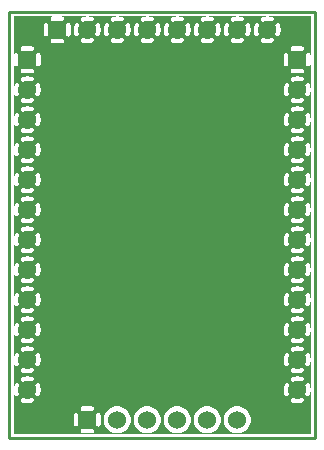
<source format=gbr>
G04 start of page 3 for group 1 idx 1 *
G04 Title: (unknown), solder *
G04 Creator: pcb 20100929 *
G04 CreationDate: Wed Oct  5 20:03:28 2011 UTC *
G04 For: user1 *
G04 Format: Gerber/RS-274X *
G04 PCB-Dimensions: 103000 143000 *
G04 PCB-Coordinate-Origin: lower left *
%MOIN*%
%FSLAX25Y25*%
%LNBACK*%
%ADD12C,0.0200*%
%ADD15C,0.0100*%
%ADD16C,0.0600*%
%ADD22C,0.0380*%
G54D12*G36*
X96499Y141000D02*X101000D01*
Y128000D01*
X100991Y128117D01*
X100963Y128232D01*
X100918Y128340D01*
X100857Y128441D01*
X100780Y128530D01*
X100691Y128607D01*
X100590Y128668D01*
X100482Y128713D01*
X100367Y128741D01*
X100250Y128750D01*
X100133Y128741D01*
X100018Y128713D01*
X99910Y128668D01*
X99809Y128607D01*
X99720Y128530D01*
X99643Y128441D01*
X99582Y128340D01*
X99537Y128232D01*
X99509Y128117D01*
X99500Y128000D01*
Y125000D01*
X99509Y124883D01*
X99537Y124768D01*
X99582Y124660D01*
X99643Y124559D01*
X99720Y124470D01*
X99809Y124393D01*
X99910Y124332D01*
X100018Y124287D01*
X100133Y124259D01*
X100250Y124250D01*
X100367Y124259D01*
X100482Y124287D01*
X100590Y124332D01*
X100691Y124393D01*
X100780Y124470D01*
X100857Y124559D01*
X100918Y124660D01*
X100963Y124768D01*
X100991Y124883D01*
X101000Y125000D01*
Y116500D01*
X100979Y116932D01*
X100917Y117359D01*
X100814Y117779D01*
X100672Y118186D01*
X100618Y118291D01*
X100550Y118387D01*
X100468Y118471D01*
X100373Y118541D01*
X100269Y118595D01*
X100157Y118632D01*
X100041Y118652D01*
X99924Y118653D01*
X99807Y118635D01*
X99695Y118600D01*
X99590Y118547D01*
X99494Y118479D01*
X99410Y118397D01*
X99340Y118302D01*
X99286Y118198D01*
X99249Y118086D01*
X99229Y117970D01*
X99228Y117853D01*
X99246Y117736D01*
X99281Y117624D01*
X99376Y117353D01*
X99444Y117073D01*
X99486Y116788D01*
X99500Y116500D01*
X99486Y116213D01*
X99444Y115928D01*
X99376Y115648D01*
X99281Y115377D01*
X99245Y115265D01*
X99227Y115148D01*
X99228Y115030D01*
X99248Y114914D01*
X99285Y114803D01*
X99340Y114698D01*
X99410Y114603D01*
X99494Y114521D01*
X99590Y114453D01*
X99695Y114400D01*
X99807Y114365D01*
X99924Y114347D01*
X100042Y114348D01*
X100158Y114368D01*
X100269Y114405D01*
X100374Y114460D01*
X100469Y114530D01*
X100551Y114614D01*
X100619Y114710D01*
X100672Y114815D01*
X100814Y115222D01*
X100917Y115642D01*
X100979Y116069D01*
X101000Y116500D01*
Y106500D01*
X100979Y106932D01*
X100917Y107359D01*
X100814Y107779D01*
X100672Y108186D01*
X100618Y108291D01*
X100550Y108387D01*
X100468Y108471D01*
X100373Y108541D01*
X100269Y108595D01*
X100157Y108632D01*
X100041Y108652D01*
X99924Y108653D01*
X99807Y108635D01*
X99695Y108600D01*
X99590Y108547D01*
X99494Y108479D01*
X99410Y108397D01*
X99340Y108302D01*
X99286Y108198D01*
X99249Y108086D01*
X99229Y107970D01*
X99228Y107853D01*
X99246Y107736D01*
X99281Y107624D01*
X99376Y107353D01*
X99444Y107073D01*
X99486Y106788D01*
X99500Y106500D01*
X99486Y106213D01*
X99444Y105928D01*
X99376Y105648D01*
X99281Y105377D01*
X99245Y105265D01*
X99227Y105148D01*
X99228Y105030D01*
X99248Y104914D01*
X99285Y104803D01*
X99340Y104698D01*
X99410Y104603D01*
X99494Y104521D01*
X99590Y104453D01*
X99695Y104400D01*
X99807Y104365D01*
X99924Y104347D01*
X100042Y104348D01*
X100158Y104368D01*
X100269Y104405D01*
X100374Y104460D01*
X100469Y104530D01*
X100551Y104614D01*
X100619Y104710D01*
X100672Y104815D01*
X100814Y105222D01*
X100917Y105642D01*
X100979Y106069D01*
X101000Y106500D01*
Y96500D01*
X100979Y96932D01*
X100917Y97359D01*
X100814Y97779D01*
X100672Y98186D01*
X100618Y98291D01*
X100550Y98387D01*
X100468Y98471D01*
X100373Y98541D01*
X100269Y98595D01*
X100157Y98632D01*
X100041Y98652D01*
X99924Y98653D01*
X99807Y98635D01*
X99695Y98600D01*
X99590Y98547D01*
X99494Y98479D01*
X99410Y98397D01*
X99340Y98302D01*
X99286Y98198D01*
X99249Y98086D01*
X99229Y97970D01*
X99228Y97853D01*
X99246Y97736D01*
X99281Y97624D01*
X99376Y97353D01*
X99444Y97073D01*
X99486Y96788D01*
X99500Y96500D01*
X99486Y96213D01*
X99444Y95928D01*
X99376Y95648D01*
X99281Y95377D01*
X99245Y95265D01*
X99227Y95148D01*
X99228Y95030D01*
X99248Y94914D01*
X99285Y94803D01*
X99340Y94698D01*
X99410Y94603D01*
X99494Y94521D01*
X99590Y94453D01*
X99695Y94400D01*
X99807Y94365D01*
X99924Y94347D01*
X100042Y94348D01*
X100158Y94368D01*
X100269Y94405D01*
X100374Y94460D01*
X100469Y94530D01*
X100551Y94614D01*
X100619Y94710D01*
X100672Y94815D01*
X100814Y95222D01*
X100917Y95642D01*
X100979Y96069D01*
X101000Y96500D01*
Y86500D01*
X100979Y86932D01*
X100917Y87359D01*
X100814Y87779D01*
X100672Y88186D01*
X100618Y88291D01*
X100550Y88387D01*
X100468Y88471D01*
X100373Y88541D01*
X100269Y88595D01*
X100157Y88632D01*
X100041Y88652D01*
X99924Y88653D01*
X99807Y88635D01*
X99695Y88600D01*
X99590Y88547D01*
X99494Y88479D01*
X99410Y88397D01*
X99340Y88302D01*
X99286Y88198D01*
X99249Y88086D01*
X99229Y87970D01*
X99228Y87853D01*
X99246Y87736D01*
X99281Y87624D01*
X99376Y87353D01*
X99444Y87073D01*
X99486Y86788D01*
X99500Y86500D01*
X99486Y86213D01*
X99444Y85928D01*
X99376Y85648D01*
X99281Y85377D01*
X99245Y85265D01*
X99227Y85148D01*
X99228Y85030D01*
X99248Y84914D01*
X99285Y84803D01*
X99340Y84698D01*
X99410Y84603D01*
X99494Y84521D01*
X99590Y84453D01*
X99695Y84400D01*
X99807Y84365D01*
X99924Y84347D01*
X100042Y84348D01*
X100158Y84368D01*
X100269Y84405D01*
X100374Y84460D01*
X100469Y84530D01*
X100551Y84614D01*
X100619Y84710D01*
X100672Y84815D01*
X100814Y85222D01*
X100917Y85642D01*
X100979Y86069D01*
X101000Y86500D01*
Y76500D01*
X100979Y76932D01*
X100917Y77359D01*
X100814Y77779D01*
X100672Y78186D01*
X100618Y78291D01*
X100550Y78387D01*
X100468Y78471D01*
X100373Y78541D01*
X100269Y78595D01*
X100157Y78632D01*
X100041Y78652D01*
X99924Y78653D01*
X99807Y78635D01*
X99695Y78600D01*
X99590Y78547D01*
X99494Y78479D01*
X99410Y78397D01*
X99340Y78302D01*
X99286Y78198D01*
X99249Y78086D01*
X99229Y77970D01*
X99228Y77853D01*
X99246Y77736D01*
X99281Y77624D01*
X99376Y77353D01*
X99444Y77073D01*
X99486Y76788D01*
X99500Y76500D01*
X99486Y76213D01*
X99444Y75928D01*
X99376Y75648D01*
X99281Y75377D01*
X99245Y75265D01*
X99227Y75148D01*
X99228Y75030D01*
X99248Y74914D01*
X99285Y74803D01*
X99340Y74698D01*
X99410Y74603D01*
X99494Y74521D01*
X99590Y74453D01*
X99695Y74400D01*
X99807Y74365D01*
X99924Y74347D01*
X100042Y74348D01*
X100158Y74368D01*
X100269Y74405D01*
X100374Y74460D01*
X100469Y74530D01*
X100551Y74614D01*
X100619Y74710D01*
X100672Y74815D01*
X100814Y75222D01*
X100917Y75642D01*
X100979Y76069D01*
X101000Y76500D01*
Y66500D01*
X100979Y66932D01*
X100917Y67359D01*
X100814Y67779D01*
X100672Y68186D01*
X100618Y68291D01*
X100550Y68387D01*
X100468Y68471D01*
X100373Y68541D01*
X100269Y68595D01*
X100157Y68632D01*
X100041Y68652D01*
X99924Y68653D01*
X99807Y68635D01*
X99695Y68600D01*
X99590Y68547D01*
X99494Y68479D01*
X99410Y68397D01*
X99340Y68302D01*
X99286Y68198D01*
X99249Y68086D01*
X99229Y67970D01*
X99228Y67853D01*
X99246Y67736D01*
X99281Y67624D01*
X99376Y67353D01*
X99444Y67073D01*
X99486Y66788D01*
X99500Y66500D01*
X99486Y66213D01*
X99444Y65928D01*
X99376Y65648D01*
X99281Y65377D01*
X99245Y65265D01*
X99227Y65148D01*
X99228Y65030D01*
X99248Y64914D01*
X99285Y64803D01*
X99340Y64698D01*
X99410Y64603D01*
X99494Y64521D01*
X99590Y64453D01*
X99695Y64400D01*
X99807Y64365D01*
X99924Y64347D01*
X100042Y64348D01*
X100158Y64368D01*
X100269Y64405D01*
X100374Y64460D01*
X100469Y64530D01*
X100551Y64614D01*
X100619Y64710D01*
X100672Y64815D01*
X100814Y65222D01*
X100917Y65642D01*
X100979Y66069D01*
X101000Y66500D01*
Y56500D01*
X100979Y56932D01*
X100917Y57359D01*
X100814Y57779D01*
X100672Y58186D01*
X100618Y58291D01*
X100550Y58387D01*
X100468Y58471D01*
X100373Y58541D01*
X100269Y58595D01*
X100157Y58632D01*
X100041Y58652D01*
X99924Y58653D01*
X99807Y58635D01*
X99695Y58600D01*
X99590Y58547D01*
X99494Y58479D01*
X99410Y58397D01*
X99340Y58302D01*
X99286Y58198D01*
X99249Y58086D01*
X99229Y57970D01*
X99228Y57853D01*
X99246Y57736D01*
X99281Y57624D01*
X99376Y57353D01*
X99444Y57073D01*
X99486Y56788D01*
X99500Y56500D01*
X99486Y56213D01*
X99444Y55928D01*
X99376Y55648D01*
X99281Y55377D01*
X99245Y55265D01*
X99227Y55148D01*
X99228Y55030D01*
X99248Y54914D01*
X99285Y54803D01*
X99340Y54698D01*
X99410Y54603D01*
X99494Y54521D01*
X99590Y54453D01*
X99695Y54400D01*
X99807Y54365D01*
X99924Y54347D01*
X100042Y54348D01*
X100158Y54368D01*
X100269Y54405D01*
X100374Y54460D01*
X100469Y54530D01*
X100551Y54614D01*
X100619Y54710D01*
X100672Y54815D01*
X100814Y55222D01*
X100917Y55642D01*
X100979Y56069D01*
X101000Y56500D01*
Y46500D01*
X100979Y46932D01*
X100917Y47359D01*
X100814Y47779D01*
X100672Y48186D01*
X100618Y48291D01*
X100550Y48387D01*
X100468Y48471D01*
X100373Y48541D01*
X100269Y48595D01*
X100157Y48632D01*
X100041Y48652D01*
X99924Y48653D01*
X99807Y48635D01*
X99695Y48600D01*
X99590Y48547D01*
X99494Y48479D01*
X99410Y48397D01*
X99340Y48302D01*
X99286Y48198D01*
X99249Y48086D01*
X99229Y47970D01*
X99228Y47853D01*
X99246Y47736D01*
X99281Y47624D01*
X99376Y47353D01*
X99444Y47073D01*
X99486Y46788D01*
X99500Y46500D01*
X99486Y46213D01*
X99444Y45928D01*
X99376Y45648D01*
X99281Y45377D01*
X99245Y45265D01*
X99227Y45148D01*
X99228Y45030D01*
X99248Y44914D01*
X99285Y44803D01*
X99340Y44698D01*
X99410Y44603D01*
X99494Y44521D01*
X99590Y44453D01*
X99695Y44400D01*
X99807Y44365D01*
X99924Y44347D01*
X100042Y44348D01*
X100158Y44368D01*
X100269Y44405D01*
X100374Y44460D01*
X100469Y44530D01*
X100551Y44614D01*
X100619Y44710D01*
X100672Y44815D01*
X100814Y45222D01*
X100917Y45642D01*
X100979Y46069D01*
X101000Y46500D01*
Y36500D01*
X100979Y36932D01*
X100917Y37359D01*
X100814Y37779D01*
X100672Y38186D01*
X100618Y38291D01*
X100550Y38387D01*
X100468Y38471D01*
X100373Y38541D01*
X100269Y38595D01*
X100157Y38632D01*
X100041Y38652D01*
X99924Y38653D01*
X99807Y38635D01*
X99695Y38600D01*
X99590Y38547D01*
X99494Y38479D01*
X99410Y38397D01*
X99340Y38302D01*
X99286Y38198D01*
X99249Y38086D01*
X99229Y37970D01*
X99228Y37853D01*
X99246Y37736D01*
X99281Y37624D01*
X99376Y37353D01*
X99444Y37073D01*
X99486Y36788D01*
X99500Y36500D01*
X99486Y36213D01*
X99444Y35928D01*
X99376Y35648D01*
X99281Y35377D01*
X99245Y35265D01*
X99227Y35148D01*
X99228Y35030D01*
X99248Y34914D01*
X99285Y34803D01*
X99340Y34698D01*
X99410Y34603D01*
X99494Y34521D01*
X99590Y34453D01*
X99695Y34400D01*
X99807Y34365D01*
X99924Y34347D01*
X100042Y34348D01*
X100158Y34368D01*
X100269Y34405D01*
X100374Y34460D01*
X100469Y34530D01*
X100551Y34614D01*
X100619Y34710D01*
X100672Y34815D01*
X100814Y35222D01*
X100917Y35642D01*
X100979Y36069D01*
X101000Y36500D01*
Y26500D01*
X100979Y26932D01*
X100917Y27359D01*
X100814Y27779D01*
X100672Y28186D01*
X100618Y28291D01*
X100550Y28387D01*
X100468Y28471D01*
X100373Y28541D01*
X100269Y28595D01*
X100157Y28632D01*
X100041Y28652D01*
X99924Y28653D01*
X99807Y28635D01*
X99695Y28600D01*
X99590Y28547D01*
X99494Y28479D01*
X99410Y28397D01*
X99340Y28302D01*
X99286Y28198D01*
X99249Y28086D01*
X99229Y27970D01*
X99228Y27853D01*
X99246Y27736D01*
X99281Y27624D01*
X99376Y27353D01*
X99444Y27073D01*
X99486Y26788D01*
X99500Y26500D01*
X99486Y26213D01*
X99444Y25928D01*
X99376Y25648D01*
X99281Y25377D01*
X99245Y25265D01*
X99227Y25148D01*
X99228Y25030D01*
X99248Y24914D01*
X99285Y24803D01*
X99340Y24698D01*
X99410Y24603D01*
X99494Y24521D01*
X99590Y24453D01*
X99695Y24400D01*
X99807Y24365D01*
X99924Y24347D01*
X100042Y24348D01*
X100158Y24368D01*
X100269Y24405D01*
X100374Y24460D01*
X100469Y24530D01*
X100551Y24614D01*
X100619Y24710D01*
X100672Y24815D01*
X100814Y25222D01*
X100917Y25642D01*
X100979Y26069D01*
X101000Y26500D01*
Y16500D01*
X100979Y16932D01*
X100917Y17359D01*
X100814Y17779D01*
X100672Y18186D01*
X100618Y18291D01*
X100550Y18387D01*
X100468Y18471D01*
X100373Y18541D01*
X100269Y18595D01*
X100157Y18632D01*
X100041Y18652D01*
X99924Y18653D01*
X99807Y18635D01*
X99695Y18600D01*
X99590Y18547D01*
X99494Y18479D01*
X99410Y18397D01*
X99340Y18302D01*
X99286Y18198D01*
X99249Y18086D01*
X99229Y17970D01*
X99228Y17853D01*
X99246Y17736D01*
X99281Y17624D01*
X99376Y17353D01*
X99444Y17073D01*
X99486Y16788D01*
X99500Y16500D01*
X99486Y16213D01*
X99444Y15928D01*
X99376Y15648D01*
X99281Y15377D01*
X99245Y15265D01*
X99227Y15148D01*
X99228Y15030D01*
X99248Y14914D01*
X99285Y14803D01*
X99340Y14698D01*
X99410Y14603D01*
X99494Y14521D01*
X99590Y14453D01*
X99695Y14400D01*
X99807Y14365D01*
X99924Y14347D01*
X100042Y14348D01*
X100158Y14368D01*
X100269Y14405D01*
X100374Y14460D01*
X100469Y14530D01*
X100551Y14614D01*
X100619Y14710D01*
X100672Y14815D01*
X100814Y15222D01*
X100917Y15642D01*
X100979Y16069D01*
X101000Y16500D01*
Y1601D01*
X96499D01*
Y12000D01*
X96500D01*
X96931Y12021D01*
X97358Y12083D01*
X97778Y12186D01*
X98185Y12328D01*
X98290Y12382D01*
X98386Y12450D01*
X98470Y12532D01*
X98540Y12627D01*
X98594Y12731D01*
X98631Y12843D01*
X98651Y12959D01*
X98652Y13076D01*
X98634Y13193D01*
X98599Y13305D01*
X98546Y13410D01*
X98478Y13506D01*
X98396Y13590D01*
X98301Y13660D01*
X98197Y13714D01*
X98085Y13751D01*
X97969Y13771D01*
X97852Y13772D01*
X97735Y13754D01*
X97623Y13719D01*
X97352Y13624D01*
X97072Y13556D01*
X96787Y13514D01*
X96500Y13500D01*
X96499D01*
Y19500D01*
X96500D01*
X96787Y19487D01*
X97072Y19445D01*
X97352Y19377D01*
X97623Y19282D01*
X97735Y19246D01*
X97852Y19228D01*
X97970Y19229D01*
X98086Y19249D01*
X98197Y19286D01*
X98302Y19341D01*
X98397Y19411D01*
X98479Y19495D01*
X98547Y19591D01*
X98600Y19696D01*
X98635Y19808D01*
X98653Y19925D01*
X98652Y20043D01*
X98632Y20159D01*
X98595Y20270D01*
X98540Y20375D01*
X98470Y20470D01*
X98386Y20552D01*
X98290Y20620D01*
X98185Y20673D01*
X97778Y20815D01*
X97358Y20918D01*
X96931Y20980D01*
X96500Y21000D01*
X96499D01*
Y22000D01*
X96500D01*
X96931Y22021D01*
X97358Y22083D01*
X97778Y22186D01*
X98185Y22328D01*
X98290Y22382D01*
X98386Y22450D01*
X98470Y22532D01*
X98540Y22627D01*
X98594Y22731D01*
X98631Y22843D01*
X98651Y22959D01*
X98652Y23076D01*
X98634Y23193D01*
X98599Y23305D01*
X98546Y23410D01*
X98478Y23506D01*
X98396Y23590D01*
X98301Y23660D01*
X98197Y23714D01*
X98085Y23751D01*
X97969Y23771D01*
X97852Y23772D01*
X97735Y23754D01*
X97623Y23719D01*
X97352Y23624D01*
X97072Y23556D01*
X96787Y23514D01*
X96500Y23500D01*
X96499D01*
Y29500D01*
X96500D01*
X96787Y29487D01*
X97072Y29445D01*
X97352Y29377D01*
X97623Y29282D01*
X97735Y29246D01*
X97852Y29228D01*
X97970Y29229D01*
X98086Y29249D01*
X98197Y29286D01*
X98302Y29341D01*
X98397Y29411D01*
X98479Y29495D01*
X98547Y29591D01*
X98600Y29696D01*
X98635Y29808D01*
X98653Y29925D01*
X98652Y30043D01*
X98632Y30159D01*
X98595Y30270D01*
X98540Y30375D01*
X98470Y30470D01*
X98386Y30552D01*
X98290Y30620D01*
X98185Y30673D01*
X97778Y30815D01*
X97358Y30918D01*
X96931Y30980D01*
X96500Y31000D01*
X96499D01*
Y32000D01*
X96500D01*
X96931Y32021D01*
X97358Y32083D01*
X97778Y32186D01*
X98185Y32328D01*
X98290Y32382D01*
X98386Y32450D01*
X98470Y32532D01*
X98540Y32627D01*
X98594Y32731D01*
X98631Y32843D01*
X98651Y32959D01*
X98652Y33076D01*
X98634Y33193D01*
X98599Y33305D01*
X98546Y33410D01*
X98478Y33506D01*
X98396Y33590D01*
X98301Y33660D01*
X98197Y33714D01*
X98085Y33751D01*
X97969Y33771D01*
X97852Y33772D01*
X97735Y33754D01*
X97623Y33719D01*
X97352Y33624D01*
X97072Y33556D01*
X96787Y33514D01*
X96500Y33500D01*
X96499D01*
Y39500D01*
X96500D01*
X96787Y39487D01*
X97072Y39445D01*
X97352Y39377D01*
X97623Y39282D01*
X97735Y39246D01*
X97852Y39228D01*
X97970Y39229D01*
X98086Y39249D01*
X98197Y39286D01*
X98302Y39341D01*
X98397Y39411D01*
X98479Y39495D01*
X98547Y39591D01*
X98600Y39696D01*
X98635Y39808D01*
X98653Y39925D01*
X98652Y40043D01*
X98632Y40159D01*
X98595Y40270D01*
X98540Y40375D01*
X98470Y40470D01*
X98386Y40552D01*
X98290Y40620D01*
X98185Y40673D01*
X97778Y40815D01*
X97358Y40918D01*
X96931Y40980D01*
X96500Y41000D01*
X96499D01*
Y42000D01*
X96500D01*
X96931Y42021D01*
X97358Y42083D01*
X97778Y42186D01*
X98185Y42328D01*
X98290Y42382D01*
X98386Y42450D01*
X98470Y42532D01*
X98540Y42627D01*
X98594Y42731D01*
X98631Y42843D01*
X98651Y42959D01*
X98652Y43076D01*
X98634Y43193D01*
X98599Y43305D01*
X98546Y43410D01*
X98478Y43506D01*
X98396Y43590D01*
X98301Y43660D01*
X98197Y43714D01*
X98085Y43751D01*
X97969Y43771D01*
X97852Y43772D01*
X97735Y43754D01*
X97623Y43719D01*
X97352Y43624D01*
X97072Y43556D01*
X96787Y43514D01*
X96500Y43500D01*
X96499D01*
Y49500D01*
X96500D01*
X96787Y49487D01*
X97072Y49445D01*
X97352Y49377D01*
X97623Y49282D01*
X97735Y49246D01*
X97852Y49228D01*
X97970Y49229D01*
X98086Y49249D01*
X98197Y49286D01*
X98302Y49341D01*
X98397Y49411D01*
X98479Y49495D01*
X98547Y49591D01*
X98600Y49696D01*
X98635Y49808D01*
X98653Y49925D01*
X98652Y50043D01*
X98632Y50159D01*
X98595Y50270D01*
X98540Y50375D01*
X98470Y50470D01*
X98386Y50552D01*
X98290Y50620D01*
X98185Y50673D01*
X97778Y50815D01*
X97358Y50918D01*
X96931Y50980D01*
X96500Y51000D01*
X96499D01*
Y52000D01*
X96500D01*
X96931Y52021D01*
X97358Y52083D01*
X97778Y52186D01*
X98185Y52328D01*
X98290Y52382D01*
X98386Y52450D01*
X98470Y52532D01*
X98540Y52627D01*
X98594Y52731D01*
X98631Y52843D01*
X98651Y52959D01*
X98652Y53076D01*
X98634Y53193D01*
X98599Y53305D01*
X98546Y53410D01*
X98478Y53506D01*
X98396Y53590D01*
X98301Y53660D01*
X98197Y53714D01*
X98085Y53751D01*
X97969Y53771D01*
X97852Y53772D01*
X97735Y53754D01*
X97623Y53719D01*
X97352Y53624D01*
X97072Y53556D01*
X96787Y53514D01*
X96500Y53500D01*
X96499D01*
Y59500D01*
X96500D01*
X96787Y59487D01*
X97072Y59445D01*
X97352Y59377D01*
X97623Y59282D01*
X97735Y59246D01*
X97852Y59228D01*
X97970Y59229D01*
X98086Y59249D01*
X98197Y59286D01*
X98302Y59341D01*
X98397Y59411D01*
X98479Y59495D01*
X98547Y59591D01*
X98600Y59696D01*
X98635Y59808D01*
X98653Y59925D01*
X98652Y60043D01*
X98632Y60159D01*
X98595Y60270D01*
X98540Y60375D01*
X98470Y60470D01*
X98386Y60552D01*
X98290Y60620D01*
X98185Y60673D01*
X97778Y60815D01*
X97358Y60918D01*
X96931Y60980D01*
X96500Y61000D01*
X96499D01*
Y62000D01*
X96500D01*
X96931Y62021D01*
X97358Y62083D01*
X97778Y62186D01*
X98185Y62328D01*
X98290Y62382D01*
X98386Y62450D01*
X98470Y62532D01*
X98540Y62627D01*
X98594Y62731D01*
X98631Y62843D01*
X98651Y62959D01*
X98652Y63076D01*
X98634Y63193D01*
X98599Y63305D01*
X98546Y63410D01*
X98478Y63506D01*
X98396Y63590D01*
X98301Y63660D01*
X98197Y63714D01*
X98085Y63751D01*
X97969Y63771D01*
X97852Y63772D01*
X97735Y63754D01*
X97623Y63719D01*
X97352Y63624D01*
X97072Y63556D01*
X96787Y63514D01*
X96500Y63500D01*
X96499D01*
Y69500D01*
X96500D01*
X96787Y69487D01*
X97072Y69445D01*
X97352Y69377D01*
X97623Y69282D01*
X97735Y69246D01*
X97852Y69228D01*
X97970Y69229D01*
X98086Y69249D01*
X98197Y69286D01*
X98302Y69341D01*
X98397Y69411D01*
X98479Y69495D01*
X98547Y69591D01*
X98600Y69696D01*
X98635Y69808D01*
X98653Y69925D01*
X98652Y70043D01*
X98632Y70159D01*
X98595Y70270D01*
X98540Y70375D01*
X98470Y70470D01*
X98386Y70552D01*
X98290Y70620D01*
X98185Y70673D01*
X97778Y70815D01*
X97358Y70918D01*
X96931Y70980D01*
X96500Y71000D01*
X96499D01*
Y72000D01*
X96500D01*
X96931Y72021D01*
X97358Y72083D01*
X97778Y72186D01*
X98185Y72328D01*
X98290Y72382D01*
X98386Y72450D01*
X98470Y72532D01*
X98540Y72627D01*
X98594Y72731D01*
X98631Y72843D01*
X98651Y72959D01*
X98652Y73076D01*
X98634Y73193D01*
X98599Y73305D01*
X98546Y73410D01*
X98478Y73506D01*
X98396Y73590D01*
X98301Y73660D01*
X98197Y73714D01*
X98085Y73751D01*
X97969Y73771D01*
X97852Y73772D01*
X97735Y73754D01*
X97623Y73719D01*
X97352Y73624D01*
X97072Y73556D01*
X96787Y73514D01*
X96500Y73500D01*
X96499D01*
Y79500D01*
X96500D01*
X96787Y79487D01*
X97072Y79445D01*
X97352Y79377D01*
X97623Y79282D01*
X97735Y79246D01*
X97852Y79228D01*
X97970Y79229D01*
X98086Y79249D01*
X98197Y79286D01*
X98302Y79341D01*
X98397Y79411D01*
X98479Y79495D01*
X98547Y79591D01*
X98600Y79696D01*
X98635Y79808D01*
X98653Y79925D01*
X98652Y80043D01*
X98632Y80159D01*
X98595Y80270D01*
X98540Y80375D01*
X98470Y80470D01*
X98386Y80552D01*
X98290Y80620D01*
X98185Y80673D01*
X97778Y80815D01*
X97358Y80918D01*
X96931Y80980D01*
X96500Y81000D01*
X96499D01*
Y82000D01*
X96500D01*
X96931Y82021D01*
X97358Y82083D01*
X97778Y82186D01*
X98185Y82328D01*
X98290Y82382D01*
X98386Y82450D01*
X98470Y82532D01*
X98540Y82627D01*
X98594Y82731D01*
X98631Y82843D01*
X98651Y82959D01*
X98652Y83076D01*
X98634Y83193D01*
X98599Y83305D01*
X98546Y83410D01*
X98478Y83506D01*
X98396Y83590D01*
X98301Y83660D01*
X98197Y83714D01*
X98085Y83751D01*
X97969Y83771D01*
X97852Y83772D01*
X97735Y83754D01*
X97623Y83719D01*
X97352Y83624D01*
X97072Y83556D01*
X96787Y83514D01*
X96500Y83500D01*
X96499D01*
Y89500D01*
X96500D01*
X96787Y89487D01*
X97072Y89445D01*
X97352Y89377D01*
X97623Y89282D01*
X97735Y89246D01*
X97852Y89228D01*
X97970Y89229D01*
X98086Y89249D01*
X98197Y89286D01*
X98302Y89341D01*
X98397Y89411D01*
X98479Y89495D01*
X98547Y89591D01*
X98600Y89696D01*
X98635Y89808D01*
X98653Y89925D01*
X98652Y90043D01*
X98632Y90159D01*
X98595Y90270D01*
X98540Y90375D01*
X98470Y90470D01*
X98386Y90552D01*
X98290Y90620D01*
X98185Y90673D01*
X97778Y90815D01*
X97358Y90918D01*
X96931Y90980D01*
X96500Y91000D01*
X96499D01*
Y92000D01*
X96500D01*
X96931Y92021D01*
X97358Y92083D01*
X97778Y92186D01*
X98185Y92328D01*
X98290Y92382D01*
X98386Y92450D01*
X98470Y92532D01*
X98540Y92627D01*
X98594Y92731D01*
X98631Y92843D01*
X98651Y92959D01*
X98652Y93076D01*
X98634Y93193D01*
X98599Y93305D01*
X98546Y93410D01*
X98478Y93506D01*
X98396Y93590D01*
X98301Y93660D01*
X98197Y93714D01*
X98085Y93751D01*
X97969Y93771D01*
X97852Y93772D01*
X97735Y93754D01*
X97623Y93719D01*
X97352Y93624D01*
X97072Y93556D01*
X96787Y93514D01*
X96500Y93500D01*
X96499D01*
Y99500D01*
X96500D01*
X96787Y99487D01*
X97072Y99445D01*
X97352Y99377D01*
X97623Y99282D01*
X97735Y99246D01*
X97852Y99228D01*
X97970Y99229D01*
X98086Y99249D01*
X98197Y99286D01*
X98302Y99341D01*
X98397Y99411D01*
X98479Y99495D01*
X98547Y99591D01*
X98600Y99696D01*
X98635Y99808D01*
X98653Y99925D01*
X98652Y100043D01*
X98632Y100159D01*
X98595Y100270D01*
X98540Y100375D01*
X98470Y100470D01*
X98386Y100552D01*
X98290Y100620D01*
X98185Y100673D01*
X97778Y100815D01*
X97358Y100918D01*
X96931Y100980D01*
X96500Y101000D01*
X96499D01*
Y102000D01*
X96500D01*
X96931Y102021D01*
X97358Y102083D01*
X97778Y102186D01*
X98185Y102328D01*
X98290Y102382D01*
X98386Y102450D01*
X98470Y102532D01*
X98540Y102627D01*
X98594Y102731D01*
X98631Y102843D01*
X98651Y102959D01*
X98652Y103076D01*
X98634Y103193D01*
X98599Y103305D01*
X98546Y103410D01*
X98478Y103506D01*
X98396Y103590D01*
X98301Y103660D01*
X98197Y103714D01*
X98085Y103751D01*
X97969Y103771D01*
X97852Y103772D01*
X97735Y103754D01*
X97623Y103719D01*
X97352Y103624D01*
X97072Y103556D01*
X96787Y103514D01*
X96500Y103500D01*
X96499D01*
Y109500D01*
X96500D01*
X96787Y109487D01*
X97072Y109445D01*
X97352Y109377D01*
X97623Y109282D01*
X97735Y109246D01*
X97852Y109228D01*
X97970Y109229D01*
X98086Y109249D01*
X98197Y109286D01*
X98302Y109341D01*
X98397Y109411D01*
X98479Y109495D01*
X98547Y109591D01*
X98600Y109696D01*
X98635Y109808D01*
X98653Y109925D01*
X98652Y110043D01*
X98632Y110159D01*
X98595Y110270D01*
X98540Y110375D01*
X98470Y110470D01*
X98386Y110552D01*
X98290Y110620D01*
X98185Y110673D01*
X97778Y110815D01*
X97358Y110918D01*
X96931Y110980D01*
X96500Y111000D01*
X96499D01*
Y112000D01*
X96500D01*
X96931Y112021D01*
X97358Y112083D01*
X97778Y112186D01*
X98185Y112328D01*
X98290Y112382D01*
X98386Y112450D01*
X98470Y112532D01*
X98540Y112627D01*
X98594Y112731D01*
X98631Y112843D01*
X98651Y112959D01*
X98652Y113076D01*
X98634Y113193D01*
X98599Y113305D01*
X98546Y113410D01*
X98478Y113506D01*
X98396Y113590D01*
X98301Y113660D01*
X98197Y113714D01*
X98085Y113751D01*
X97969Y113771D01*
X97852Y113772D01*
X97735Y113754D01*
X97623Y113719D01*
X97352Y113624D01*
X97072Y113556D01*
X96787Y113514D01*
X96500Y113500D01*
X96499D01*
Y119500D01*
X96500D01*
X96787Y119487D01*
X97072Y119445D01*
X97352Y119377D01*
X97623Y119282D01*
X97735Y119246D01*
X97852Y119228D01*
X97970Y119229D01*
X98086Y119249D01*
X98197Y119286D01*
X98302Y119341D01*
X98397Y119411D01*
X98479Y119495D01*
X98547Y119591D01*
X98600Y119696D01*
X98635Y119808D01*
X98653Y119925D01*
X98652Y120043D01*
X98632Y120159D01*
X98595Y120270D01*
X98540Y120375D01*
X98470Y120470D01*
X98386Y120552D01*
X98290Y120620D01*
X98185Y120673D01*
X97778Y120815D01*
X97358Y120918D01*
X96931Y120980D01*
X96500Y121000D01*
X96499D01*
Y122000D01*
X98000D01*
X98117Y122009D01*
X98232Y122037D01*
X98340Y122082D01*
X98441Y122143D01*
X98530Y122220D01*
X98607Y122309D01*
X98668Y122410D01*
X98713Y122518D01*
X98741Y122633D01*
X98750Y122750D01*
X98741Y122867D01*
X98713Y122982D01*
X98668Y123090D01*
X98607Y123191D01*
X98530Y123280D01*
X98441Y123357D01*
X98340Y123418D01*
X98232Y123463D01*
X98117Y123491D01*
X98000Y123500D01*
X96499D01*
Y129500D01*
X98000D01*
X98117Y129509D01*
X98232Y129537D01*
X98340Y129582D01*
X98441Y129643D01*
X98530Y129720D01*
X98607Y129809D01*
X98668Y129910D01*
X98713Y130018D01*
X98741Y130133D01*
X98750Y130250D01*
X98741Y130367D01*
X98713Y130482D01*
X98668Y130590D01*
X98607Y130691D01*
X98530Y130780D01*
X98441Y130857D01*
X98340Y130918D01*
X98232Y130963D01*
X98117Y130991D01*
X98000Y131000D01*
X96499D01*
Y141000D01*
G37*
G36*
X92886D02*X96499D01*
Y131000D01*
X95000D01*
X94883Y130991D01*
X94768Y130963D01*
X94660Y130918D01*
X94559Y130857D01*
X94470Y130780D01*
X94393Y130691D01*
X94332Y130590D01*
X94287Y130482D01*
X94259Y130367D01*
X94250Y130250D01*
X94259Y130133D01*
X94287Y130018D01*
X94332Y129910D01*
X94393Y129809D01*
X94470Y129720D01*
X94559Y129643D01*
X94660Y129582D01*
X94768Y129537D01*
X94883Y129509D01*
X95000Y129500D01*
X96499D01*
Y123500D01*
X95000D01*
X94883Y123491D01*
X94768Y123463D01*
X94660Y123418D01*
X94559Y123357D01*
X94470Y123280D01*
X94393Y123191D01*
X94332Y123090D01*
X94287Y122982D01*
X94259Y122867D01*
X94250Y122750D01*
X94259Y122633D01*
X94287Y122518D01*
X94332Y122410D01*
X94393Y122309D01*
X94470Y122220D01*
X94559Y122143D01*
X94660Y122082D01*
X94768Y122037D01*
X94883Y122009D01*
X95000Y122000D01*
X96499D01*
Y121000D01*
X96068Y120980D01*
X95641Y120918D01*
X95221Y120815D01*
X94814Y120673D01*
X94709Y120619D01*
X94613Y120551D01*
X94529Y120469D01*
X94459Y120374D01*
X94405Y120270D01*
X94368Y120158D01*
X94348Y120042D01*
X94347Y119925D01*
X94365Y119808D01*
X94400Y119696D01*
X94453Y119591D01*
X94521Y119495D01*
X94603Y119411D01*
X94698Y119341D01*
X94802Y119287D01*
X94914Y119250D01*
X95030Y119230D01*
X95147Y119229D01*
X95264Y119247D01*
X95376Y119282D01*
X95647Y119377D01*
X95927Y119445D01*
X96212Y119487D01*
X96499Y119500D01*
Y113500D01*
X96212Y113514D01*
X95927Y113556D01*
X95647Y113624D01*
X95376Y113719D01*
X95264Y113755D01*
X95147Y113773D01*
X95029Y113772D01*
X94913Y113752D01*
X94802Y113715D01*
X94697Y113660D01*
X94602Y113590D01*
X94520Y113506D01*
X94452Y113410D01*
X94399Y113305D01*
X94364Y113193D01*
X94346Y113076D01*
X94347Y112958D01*
X94367Y112842D01*
X94404Y112731D01*
X94459Y112626D01*
X94529Y112531D01*
X94613Y112449D01*
X94709Y112381D01*
X94814Y112328D01*
X95221Y112186D01*
X95641Y112083D01*
X96068Y112021D01*
X96499Y112000D01*
Y111000D01*
X96068Y110980D01*
X95641Y110918D01*
X95221Y110815D01*
X94814Y110673D01*
X94709Y110619D01*
X94613Y110551D01*
X94529Y110469D01*
X94459Y110374D01*
X94405Y110270D01*
X94368Y110158D01*
X94348Y110042D01*
X94347Y109925D01*
X94365Y109808D01*
X94400Y109696D01*
X94453Y109591D01*
X94521Y109495D01*
X94603Y109411D01*
X94698Y109341D01*
X94802Y109287D01*
X94914Y109250D01*
X95030Y109230D01*
X95147Y109229D01*
X95264Y109247D01*
X95376Y109282D01*
X95647Y109377D01*
X95927Y109445D01*
X96212Y109487D01*
X96499Y109500D01*
Y103500D01*
X96212Y103514D01*
X95927Y103556D01*
X95647Y103624D01*
X95376Y103719D01*
X95264Y103755D01*
X95147Y103773D01*
X95029Y103772D01*
X94913Y103752D01*
X94802Y103715D01*
X94697Y103660D01*
X94602Y103590D01*
X94520Y103506D01*
X94452Y103410D01*
X94399Y103305D01*
X94364Y103193D01*
X94346Y103076D01*
X94347Y102958D01*
X94367Y102842D01*
X94404Y102731D01*
X94459Y102626D01*
X94529Y102531D01*
X94613Y102449D01*
X94709Y102381D01*
X94814Y102328D01*
X95221Y102186D01*
X95641Y102083D01*
X96068Y102021D01*
X96499Y102000D01*
Y101000D01*
X96068Y100980D01*
X95641Y100918D01*
X95221Y100815D01*
X94814Y100673D01*
X94709Y100619D01*
X94613Y100551D01*
X94529Y100469D01*
X94459Y100374D01*
X94405Y100270D01*
X94368Y100158D01*
X94348Y100042D01*
X94347Y99925D01*
X94365Y99808D01*
X94400Y99696D01*
X94453Y99591D01*
X94521Y99495D01*
X94603Y99411D01*
X94698Y99341D01*
X94802Y99287D01*
X94914Y99250D01*
X95030Y99230D01*
X95147Y99229D01*
X95264Y99247D01*
X95376Y99282D01*
X95647Y99377D01*
X95927Y99445D01*
X96212Y99487D01*
X96499Y99500D01*
Y93500D01*
X96212Y93514D01*
X95927Y93556D01*
X95647Y93624D01*
X95376Y93719D01*
X95264Y93755D01*
X95147Y93773D01*
X95029Y93772D01*
X94913Y93752D01*
X94802Y93715D01*
X94697Y93660D01*
X94602Y93590D01*
X94520Y93506D01*
X94452Y93410D01*
X94399Y93305D01*
X94364Y93193D01*
X94346Y93076D01*
X94347Y92958D01*
X94367Y92842D01*
X94404Y92731D01*
X94459Y92626D01*
X94529Y92531D01*
X94613Y92449D01*
X94709Y92381D01*
X94814Y92328D01*
X95221Y92186D01*
X95641Y92083D01*
X96068Y92021D01*
X96499Y92000D01*
Y91000D01*
X96068Y90980D01*
X95641Y90918D01*
X95221Y90815D01*
X94814Y90673D01*
X94709Y90619D01*
X94613Y90551D01*
X94529Y90469D01*
X94459Y90374D01*
X94405Y90270D01*
X94368Y90158D01*
X94348Y90042D01*
X94347Y89925D01*
X94365Y89808D01*
X94400Y89696D01*
X94453Y89591D01*
X94521Y89495D01*
X94603Y89411D01*
X94698Y89341D01*
X94802Y89287D01*
X94914Y89250D01*
X95030Y89230D01*
X95147Y89229D01*
X95264Y89247D01*
X95376Y89282D01*
X95647Y89377D01*
X95927Y89445D01*
X96212Y89487D01*
X96499Y89500D01*
Y83500D01*
X96212Y83514D01*
X95927Y83556D01*
X95647Y83624D01*
X95376Y83719D01*
X95264Y83755D01*
X95147Y83773D01*
X95029Y83772D01*
X94913Y83752D01*
X94802Y83715D01*
X94697Y83660D01*
X94602Y83590D01*
X94520Y83506D01*
X94452Y83410D01*
X94399Y83305D01*
X94364Y83193D01*
X94346Y83076D01*
X94347Y82958D01*
X94367Y82842D01*
X94404Y82731D01*
X94459Y82626D01*
X94529Y82531D01*
X94613Y82449D01*
X94709Y82381D01*
X94814Y82328D01*
X95221Y82186D01*
X95641Y82083D01*
X96068Y82021D01*
X96499Y82000D01*
Y81000D01*
X96068Y80980D01*
X95641Y80918D01*
X95221Y80815D01*
X94814Y80673D01*
X94709Y80619D01*
X94613Y80551D01*
X94529Y80469D01*
X94459Y80374D01*
X94405Y80270D01*
X94368Y80158D01*
X94348Y80042D01*
X94347Y79925D01*
X94365Y79808D01*
X94400Y79696D01*
X94453Y79591D01*
X94521Y79495D01*
X94603Y79411D01*
X94698Y79341D01*
X94802Y79287D01*
X94914Y79250D01*
X95030Y79230D01*
X95147Y79229D01*
X95264Y79247D01*
X95376Y79282D01*
X95647Y79377D01*
X95927Y79445D01*
X96212Y79487D01*
X96499Y79500D01*
Y73500D01*
X96212Y73514D01*
X95927Y73556D01*
X95647Y73624D01*
X95376Y73719D01*
X95264Y73755D01*
X95147Y73773D01*
X95029Y73772D01*
X94913Y73752D01*
X94802Y73715D01*
X94697Y73660D01*
X94602Y73590D01*
X94520Y73506D01*
X94452Y73410D01*
X94399Y73305D01*
X94364Y73193D01*
X94346Y73076D01*
X94347Y72958D01*
X94367Y72842D01*
X94404Y72731D01*
X94459Y72626D01*
X94529Y72531D01*
X94613Y72449D01*
X94709Y72381D01*
X94814Y72328D01*
X95221Y72186D01*
X95641Y72083D01*
X96068Y72021D01*
X96499Y72000D01*
Y71000D01*
X96068Y70980D01*
X95641Y70918D01*
X95221Y70815D01*
X94814Y70673D01*
X94709Y70619D01*
X94613Y70551D01*
X94529Y70469D01*
X94459Y70374D01*
X94405Y70270D01*
X94368Y70158D01*
X94348Y70042D01*
X94347Y69925D01*
X94365Y69808D01*
X94400Y69696D01*
X94453Y69591D01*
X94521Y69495D01*
X94603Y69411D01*
X94698Y69341D01*
X94802Y69287D01*
X94914Y69250D01*
X95030Y69230D01*
X95147Y69229D01*
X95264Y69247D01*
X95376Y69282D01*
X95647Y69377D01*
X95927Y69445D01*
X96212Y69487D01*
X96499Y69500D01*
Y63500D01*
X96212Y63514D01*
X95927Y63556D01*
X95647Y63624D01*
X95376Y63719D01*
X95264Y63755D01*
X95147Y63773D01*
X95029Y63772D01*
X94913Y63752D01*
X94802Y63715D01*
X94697Y63660D01*
X94602Y63590D01*
X94520Y63506D01*
X94452Y63410D01*
X94399Y63305D01*
X94364Y63193D01*
X94346Y63076D01*
X94347Y62958D01*
X94367Y62842D01*
X94404Y62731D01*
X94459Y62626D01*
X94529Y62531D01*
X94613Y62449D01*
X94709Y62381D01*
X94814Y62328D01*
X95221Y62186D01*
X95641Y62083D01*
X96068Y62021D01*
X96499Y62000D01*
Y61000D01*
X96068Y60980D01*
X95641Y60918D01*
X95221Y60815D01*
X94814Y60673D01*
X94709Y60619D01*
X94613Y60551D01*
X94529Y60469D01*
X94459Y60374D01*
X94405Y60270D01*
X94368Y60158D01*
X94348Y60042D01*
X94347Y59925D01*
X94365Y59808D01*
X94400Y59696D01*
X94453Y59591D01*
X94521Y59495D01*
X94603Y59411D01*
X94698Y59341D01*
X94802Y59287D01*
X94914Y59250D01*
X95030Y59230D01*
X95147Y59229D01*
X95264Y59247D01*
X95376Y59282D01*
X95647Y59377D01*
X95927Y59445D01*
X96212Y59487D01*
X96499Y59500D01*
Y53500D01*
X96212Y53514D01*
X95927Y53556D01*
X95647Y53624D01*
X95376Y53719D01*
X95264Y53755D01*
X95147Y53773D01*
X95029Y53772D01*
X94913Y53752D01*
X94802Y53715D01*
X94697Y53660D01*
X94602Y53590D01*
X94520Y53506D01*
X94452Y53410D01*
X94399Y53305D01*
X94364Y53193D01*
X94346Y53076D01*
X94347Y52958D01*
X94367Y52842D01*
X94404Y52731D01*
X94459Y52626D01*
X94529Y52531D01*
X94613Y52449D01*
X94709Y52381D01*
X94814Y52328D01*
X95221Y52186D01*
X95641Y52083D01*
X96068Y52021D01*
X96499Y52000D01*
Y51000D01*
X96068Y50980D01*
X95641Y50918D01*
X95221Y50815D01*
X94814Y50673D01*
X94709Y50619D01*
X94613Y50551D01*
X94529Y50469D01*
X94459Y50374D01*
X94405Y50270D01*
X94368Y50158D01*
X94348Y50042D01*
X94347Y49925D01*
X94365Y49808D01*
X94400Y49696D01*
X94453Y49591D01*
X94521Y49495D01*
X94603Y49411D01*
X94698Y49341D01*
X94802Y49287D01*
X94914Y49250D01*
X95030Y49230D01*
X95147Y49229D01*
X95264Y49247D01*
X95376Y49282D01*
X95647Y49377D01*
X95927Y49445D01*
X96212Y49487D01*
X96499Y49500D01*
Y43500D01*
X96212Y43514D01*
X95927Y43556D01*
X95647Y43624D01*
X95376Y43719D01*
X95264Y43755D01*
X95147Y43773D01*
X95029Y43772D01*
X94913Y43752D01*
X94802Y43715D01*
X94697Y43660D01*
X94602Y43590D01*
X94520Y43506D01*
X94452Y43410D01*
X94399Y43305D01*
X94364Y43193D01*
X94346Y43076D01*
X94347Y42958D01*
X94367Y42842D01*
X94404Y42731D01*
X94459Y42626D01*
X94529Y42531D01*
X94613Y42449D01*
X94709Y42381D01*
X94814Y42328D01*
X95221Y42186D01*
X95641Y42083D01*
X96068Y42021D01*
X96499Y42000D01*
Y41000D01*
X96068Y40980D01*
X95641Y40918D01*
X95221Y40815D01*
X94814Y40673D01*
X94709Y40619D01*
X94613Y40551D01*
X94529Y40469D01*
X94459Y40374D01*
X94405Y40270D01*
X94368Y40158D01*
X94348Y40042D01*
X94347Y39925D01*
X94365Y39808D01*
X94400Y39696D01*
X94453Y39591D01*
X94521Y39495D01*
X94603Y39411D01*
X94698Y39341D01*
X94802Y39287D01*
X94914Y39250D01*
X95030Y39230D01*
X95147Y39229D01*
X95264Y39247D01*
X95376Y39282D01*
X95647Y39377D01*
X95927Y39445D01*
X96212Y39487D01*
X96499Y39500D01*
Y33500D01*
X96212Y33514D01*
X95927Y33556D01*
X95647Y33624D01*
X95376Y33719D01*
X95264Y33755D01*
X95147Y33773D01*
X95029Y33772D01*
X94913Y33752D01*
X94802Y33715D01*
X94697Y33660D01*
X94602Y33590D01*
X94520Y33506D01*
X94452Y33410D01*
X94399Y33305D01*
X94364Y33193D01*
X94346Y33076D01*
X94347Y32958D01*
X94367Y32842D01*
X94404Y32731D01*
X94459Y32626D01*
X94529Y32531D01*
X94613Y32449D01*
X94709Y32381D01*
X94814Y32328D01*
X95221Y32186D01*
X95641Y32083D01*
X96068Y32021D01*
X96499Y32000D01*
Y31000D01*
X96068Y30980D01*
X95641Y30918D01*
X95221Y30815D01*
X94814Y30673D01*
X94709Y30619D01*
X94613Y30551D01*
X94529Y30469D01*
X94459Y30374D01*
X94405Y30270D01*
X94368Y30158D01*
X94348Y30042D01*
X94347Y29925D01*
X94365Y29808D01*
X94400Y29696D01*
X94453Y29591D01*
X94521Y29495D01*
X94603Y29411D01*
X94698Y29341D01*
X94802Y29287D01*
X94914Y29250D01*
X95030Y29230D01*
X95147Y29229D01*
X95264Y29247D01*
X95376Y29282D01*
X95647Y29377D01*
X95927Y29445D01*
X96212Y29487D01*
X96499Y29500D01*
Y23500D01*
X96212Y23514D01*
X95927Y23556D01*
X95647Y23624D01*
X95376Y23719D01*
X95264Y23755D01*
X95147Y23773D01*
X95029Y23772D01*
X94913Y23752D01*
X94802Y23715D01*
X94697Y23660D01*
X94602Y23590D01*
X94520Y23506D01*
X94452Y23410D01*
X94399Y23305D01*
X94364Y23193D01*
X94346Y23076D01*
X94347Y22958D01*
X94367Y22842D01*
X94404Y22731D01*
X94459Y22626D01*
X94529Y22531D01*
X94613Y22449D01*
X94709Y22381D01*
X94814Y22328D01*
X95221Y22186D01*
X95641Y22083D01*
X96068Y22021D01*
X96499Y22000D01*
Y21000D01*
X96068Y20980D01*
X95641Y20918D01*
X95221Y20815D01*
X94814Y20673D01*
X94709Y20619D01*
X94613Y20551D01*
X94529Y20469D01*
X94459Y20374D01*
X94405Y20270D01*
X94368Y20158D01*
X94348Y20042D01*
X94347Y19925D01*
X94365Y19808D01*
X94400Y19696D01*
X94453Y19591D01*
X94521Y19495D01*
X94603Y19411D01*
X94698Y19341D01*
X94802Y19287D01*
X94914Y19250D01*
X95030Y19230D01*
X95147Y19229D01*
X95264Y19247D01*
X95376Y19282D01*
X95647Y19377D01*
X95927Y19445D01*
X96212Y19487D01*
X96499Y19500D01*
Y13500D01*
X96212Y13514D01*
X95927Y13556D01*
X95647Y13624D01*
X95376Y13719D01*
X95264Y13755D01*
X95147Y13773D01*
X95029Y13772D01*
X94913Y13752D01*
X94802Y13715D01*
X94697Y13660D01*
X94602Y13590D01*
X94520Y13506D01*
X94452Y13410D01*
X94399Y13305D01*
X94364Y13193D01*
X94346Y13076D01*
X94347Y12958D01*
X94367Y12842D01*
X94404Y12731D01*
X94459Y12626D01*
X94529Y12531D01*
X94613Y12449D01*
X94709Y12381D01*
X94814Y12328D01*
X95221Y12186D01*
X95641Y12083D01*
X96068Y12021D01*
X96499Y12000D01*
Y1601D01*
X92886D01*
Y14361D01*
X92958Y14349D01*
X93075Y14348D01*
X93192Y14366D01*
X93304Y14401D01*
X93409Y14454D01*
X93505Y14522D01*
X93589Y14604D01*
X93659Y14699D01*
X93713Y14803D01*
X93750Y14915D01*
X93770Y15031D01*
X93771Y15148D01*
X93753Y15265D01*
X93718Y15377D01*
X93623Y15648D01*
X93555Y15928D01*
X93513Y16213D01*
X93500Y16500D01*
X93513Y16788D01*
X93555Y17073D01*
X93623Y17353D01*
X93718Y17624D01*
X93754Y17736D01*
X93772Y17853D01*
X93771Y17971D01*
X93751Y18087D01*
X93714Y18198D01*
X93659Y18303D01*
X93589Y18398D01*
X93505Y18480D01*
X93409Y18548D01*
X93304Y18601D01*
X93192Y18636D01*
X93075Y18654D01*
X92957Y18653D01*
X92886Y18641D01*
Y24361D01*
X92958Y24349D01*
X93075Y24348D01*
X93192Y24366D01*
X93304Y24401D01*
X93409Y24454D01*
X93505Y24522D01*
X93589Y24604D01*
X93659Y24699D01*
X93713Y24803D01*
X93750Y24915D01*
X93770Y25031D01*
X93771Y25148D01*
X93753Y25265D01*
X93718Y25377D01*
X93623Y25648D01*
X93555Y25928D01*
X93513Y26213D01*
X93500Y26500D01*
X93513Y26788D01*
X93555Y27073D01*
X93623Y27353D01*
X93718Y27624D01*
X93754Y27736D01*
X93772Y27853D01*
X93771Y27971D01*
X93751Y28087D01*
X93714Y28198D01*
X93659Y28303D01*
X93589Y28398D01*
X93505Y28480D01*
X93409Y28548D01*
X93304Y28601D01*
X93192Y28636D01*
X93075Y28654D01*
X92957Y28653D01*
X92886Y28641D01*
Y34361D01*
X92958Y34349D01*
X93075Y34348D01*
X93192Y34366D01*
X93304Y34401D01*
X93409Y34454D01*
X93505Y34522D01*
X93589Y34604D01*
X93659Y34699D01*
X93713Y34803D01*
X93750Y34915D01*
X93770Y35031D01*
X93771Y35148D01*
X93753Y35265D01*
X93718Y35377D01*
X93623Y35648D01*
X93555Y35928D01*
X93513Y36213D01*
X93500Y36500D01*
X93513Y36788D01*
X93555Y37073D01*
X93623Y37353D01*
X93718Y37624D01*
X93754Y37736D01*
X93772Y37853D01*
X93771Y37971D01*
X93751Y38087D01*
X93714Y38198D01*
X93659Y38303D01*
X93589Y38398D01*
X93505Y38480D01*
X93409Y38548D01*
X93304Y38601D01*
X93192Y38636D01*
X93075Y38654D01*
X92957Y38653D01*
X92886Y38641D01*
Y44361D01*
X92958Y44349D01*
X93075Y44348D01*
X93192Y44366D01*
X93304Y44401D01*
X93409Y44454D01*
X93505Y44522D01*
X93589Y44604D01*
X93659Y44699D01*
X93713Y44803D01*
X93750Y44915D01*
X93770Y45031D01*
X93771Y45148D01*
X93753Y45265D01*
X93718Y45377D01*
X93623Y45648D01*
X93555Y45928D01*
X93513Y46213D01*
X93500Y46500D01*
X93513Y46788D01*
X93555Y47073D01*
X93623Y47353D01*
X93718Y47624D01*
X93754Y47736D01*
X93772Y47853D01*
X93771Y47971D01*
X93751Y48087D01*
X93714Y48198D01*
X93659Y48303D01*
X93589Y48398D01*
X93505Y48480D01*
X93409Y48548D01*
X93304Y48601D01*
X93192Y48636D01*
X93075Y48654D01*
X92957Y48653D01*
X92886Y48641D01*
Y54361D01*
X92958Y54349D01*
X93075Y54348D01*
X93192Y54366D01*
X93304Y54401D01*
X93409Y54454D01*
X93505Y54522D01*
X93589Y54604D01*
X93659Y54699D01*
X93713Y54803D01*
X93750Y54915D01*
X93770Y55031D01*
X93771Y55148D01*
X93753Y55265D01*
X93718Y55377D01*
X93623Y55648D01*
X93555Y55928D01*
X93513Y56213D01*
X93500Y56500D01*
X93513Y56788D01*
X93555Y57073D01*
X93623Y57353D01*
X93718Y57624D01*
X93754Y57736D01*
X93772Y57853D01*
X93771Y57971D01*
X93751Y58087D01*
X93714Y58198D01*
X93659Y58303D01*
X93589Y58398D01*
X93505Y58480D01*
X93409Y58548D01*
X93304Y58601D01*
X93192Y58636D01*
X93075Y58654D01*
X92957Y58653D01*
X92886Y58641D01*
Y64361D01*
X92958Y64349D01*
X93075Y64348D01*
X93192Y64366D01*
X93304Y64401D01*
X93409Y64454D01*
X93505Y64522D01*
X93589Y64604D01*
X93659Y64699D01*
X93713Y64803D01*
X93750Y64915D01*
X93770Y65031D01*
X93771Y65148D01*
X93753Y65265D01*
X93718Y65377D01*
X93623Y65648D01*
X93555Y65928D01*
X93513Y66213D01*
X93500Y66500D01*
X93513Y66788D01*
X93555Y67073D01*
X93623Y67353D01*
X93718Y67624D01*
X93754Y67736D01*
X93772Y67853D01*
X93771Y67971D01*
X93751Y68087D01*
X93714Y68198D01*
X93659Y68303D01*
X93589Y68398D01*
X93505Y68480D01*
X93409Y68548D01*
X93304Y68601D01*
X93192Y68636D01*
X93075Y68654D01*
X92957Y68653D01*
X92886Y68641D01*
Y74361D01*
X92958Y74349D01*
X93075Y74348D01*
X93192Y74366D01*
X93304Y74401D01*
X93409Y74454D01*
X93505Y74522D01*
X93589Y74604D01*
X93659Y74699D01*
X93713Y74803D01*
X93750Y74915D01*
X93770Y75031D01*
X93771Y75148D01*
X93753Y75265D01*
X93718Y75377D01*
X93623Y75648D01*
X93555Y75928D01*
X93513Y76213D01*
X93500Y76500D01*
X93513Y76788D01*
X93555Y77073D01*
X93623Y77353D01*
X93718Y77624D01*
X93754Y77736D01*
X93772Y77853D01*
X93771Y77971D01*
X93751Y78087D01*
X93714Y78198D01*
X93659Y78303D01*
X93589Y78398D01*
X93505Y78480D01*
X93409Y78548D01*
X93304Y78601D01*
X93192Y78636D01*
X93075Y78654D01*
X92957Y78653D01*
X92886Y78641D01*
Y84361D01*
X92958Y84349D01*
X93075Y84348D01*
X93192Y84366D01*
X93304Y84401D01*
X93409Y84454D01*
X93505Y84522D01*
X93589Y84604D01*
X93659Y84699D01*
X93713Y84803D01*
X93750Y84915D01*
X93770Y85031D01*
X93771Y85148D01*
X93753Y85265D01*
X93718Y85377D01*
X93623Y85648D01*
X93555Y85928D01*
X93513Y86213D01*
X93500Y86500D01*
X93513Y86788D01*
X93555Y87073D01*
X93623Y87353D01*
X93718Y87624D01*
X93754Y87736D01*
X93772Y87853D01*
X93771Y87971D01*
X93751Y88087D01*
X93714Y88198D01*
X93659Y88303D01*
X93589Y88398D01*
X93505Y88480D01*
X93409Y88548D01*
X93304Y88601D01*
X93192Y88636D01*
X93075Y88654D01*
X92957Y88653D01*
X92886Y88641D01*
Y94361D01*
X92958Y94349D01*
X93075Y94348D01*
X93192Y94366D01*
X93304Y94401D01*
X93409Y94454D01*
X93505Y94522D01*
X93589Y94604D01*
X93659Y94699D01*
X93713Y94803D01*
X93750Y94915D01*
X93770Y95031D01*
X93771Y95148D01*
X93753Y95265D01*
X93718Y95377D01*
X93623Y95648D01*
X93555Y95928D01*
X93513Y96213D01*
X93500Y96500D01*
X93513Y96788D01*
X93555Y97073D01*
X93623Y97353D01*
X93718Y97624D01*
X93754Y97736D01*
X93772Y97853D01*
X93771Y97971D01*
X93751Y98087D01*
X93714Y98198D01*
X93659Y98303D01*
X93589Y98398D01*
X93505Y98480D01*
X93409Y98548D01*
X93304Y98601D01*
X93192Y98636D01*
X93075Y98654D01*
X92957Y98653D01*
X92886Y98641D01*
Y104361D01*
X92958Y104349D01*
X93075Y104348D01*
X93192Y104366D01*
X93304Y104401D01*
X93409Y104454D01*
X93505Y104522D01*
X93589Y104604D01*
X93659Y104699D01*
X93713Y104803D01*
X93750Y104915D01*
X93770Y105031D01*
X93771Y105148D01*
X93753Y105265D01*
X93718Y105377D01*
X93623Y105648D01*
X93555Y105928D01*
X93513Y106213D01*
X93500Y106500D01*
X93513Y106788D01*
X93555Y107073D01*
X93623Y107353D01*
X93718Y107624D01*
X93754Y107736D01*
X93772Y107853D01*
X93771Y107971D01*
X93751Y108087D01*
X93714Y108198D01*
X93659Y108303D01*
X93589Y108398D01*
X93505Y108480D01*
X93409Y108548D01*
X93304Y108601D01*
X93192Y108636D01*
X93075Y108654D01*
X92957Y108653D01*
X92886Y108641D01*
Y114361D01*
X92958Y114349D01*
X93075Y114348D01*
X93192Y114366D01*
X93304Y114401D01*
X93409Y114454D01*
X93505Y114522D01*
X93589Y114604D01*
X93659Y114699D01*
X93713Y114803D01*
X93750Y114915D01*
X93770Y115031D01*
X93771Y115148D01*
X93753Y115265D01*
X93718Y115377D01*
X93623Y115648D01*
X93555Y115928D01*
X93513Y116213D01*
X93500Y116500D01*
X93513Y116788D01*
X93555Y117073D01*
X93623Y117353D01*
X93718Y117624D01*
X93754Y117736D01*
X93772Y117853D01*
X93771Y117971D01*
X93751Y118087D01*
X93714Y118198D01*
X93659Y118303D01*
X93589Y118398D01*
X93505Y118480D01*
X93409Y118548D01*
X93304Y118601D01*
X93192Y118636D01*
X93075Y118654D01*
X92957Y118653D01*
X92886Y118641D01*
Y124264D01*
X92982Y124287D01*
X93090Y124332D01*
X93191Y124393D01*
X93280Y124470D01*
X93357Y124559D01*
X93418Y124660D01*
X93463Y124768D01*
X93491Y124883D01*
X93500Y125000D01*
Y128000D01*
X93491Y128117D01*
X93463Y128232D01*
X93418Y128340D01*
X93357Y128441D01*
X93280Y128530D01*
X93191Y128607D01*
X93090Y128668D01*
X92982Y128713D01*
X92886Y128736D01*
Y141000D01*
G37*
G36*
X90114D02*X92886D01*
Y128736D01*
X92867Y128741D01*
X92750Y128750D01*
X92633Y128741D01*
X92518Y128713D01*
X92410Y128668D01*
X92309Y128607D01*
X92220Y128530D01*
X92143Y128441D01*
X92082Y128340D01*
X92037Y128232D01*
X92009Y128117D01*
X92000Y128000D01*
Y125000D01*
X92009Y124883D01*
X92037Y124768D01*
X92082Y124660D01*
X92143Y124559D01*
X92220Y124470D01*
X92309Y124393D01*
X92410Y124332D01*
X92518Y124287D01*
X92633Y124259D01*
X92750Y124250D01*
X92867Y124259D01*
X92886Y124264D01*
Y118641D01*
X92841Y118633D01*
X92730Y118596D01*
X92625Y118541D01*
X92530Y118471D01*
X92448Y118387D01*
X92380Y118291D01*
X92327Y118186D01*
X92185Y117779D01*
X92082Y117359D01*
X92020Y116932D01*
X92000Y116500D01*
X92020Y116069D01*
X92082Y115642D01*
X92185Y115222D01*
X92327Y114815D01*
X92381Y114710D01*
X92449Y114614D01*
X92531Y114530D01*
X92626Y114460D01*
X92730Y114406D01*
X92842Y114369D01*
X92886Y114361D01*
Y108641D01*
X92841Y108633D01*
X92730Y108596D01*
X92625Y108541D01*
X92530Y108471D01*
X92448Y108387D01*
X92380Y108291D01*
X92327Y108186D01*
X92185Y107779D01*
X92082Y107359D01*
X92020Y106932D01*
X92000Y106500D01*
X92020Y106069D01*
X92082Y105642D01*
X92185Y105222D01*
X92327Y104815D01*
X92381Y104710D01*
X92449Y104614D01*
X92531Y104530D01*
X92626Y104460D01*
X92730Y104406D01*
X92842Y104369D01*
X92886Y104361D01*
Y98641D01*
X92841Y98633D01*
X92730Y98596D01*
X92625Y98541D01*
X92530Y98471D01*
X92448Y98387D01*
X92380Y98291D01*
X92327Y98186D01*
X92185Y97779D01*
X92082Y97359D01*
X92020Y96932D01*
X92000Y96500D01*
X92020Y96069D01*
X92082Y95642D01*
X92185Y95222D01*
X92327Y94815D01*
X92381Y94710D01*
X92449Y94614D01*
X92531Y94530D01*
X92626Y94460D01*
X92730Y94406D01*
X92842Y94369D01*
X92886Y94361D01*
Y88641D01*
X92841Y88633D01*
X92730Y88596D01*
X92625Y88541D01*
X92530Y88471D01*
X92448Y88387D01*
X92380Y88291D01*
X92327Y88186D01*
X92185Y87779D01*
X92082Y87359D01*
X92020Y86932D01*
X92000Y86500D01*
X92020Y86069D01*
X92082Y85642D01*
X92185Y85222D01*
X92327Y84815D01*
X92381Y84710D01*
X92449Y84614D01*
X92531Y84530D01*
X92626Y84460D01*
X92730Y84406D01*
X92842Y84369D01*
X92886Y84361D01*
Y78641D01*
X92841Y78633D01*
X92730Y78596D01*
X92625Y78541D01*
X92530Y78471D01*
X92448Y78387D01*
X92380Y78291D01*
X92327Y78186D01*
X92185Y77779D01*
X92082Y77359D01*
X92020Y76932D01*
X92000Y76500D01*
X92020Y76069D01*
X92082Y75642D01*
X92185Y75222D01*
X92327Y74815D01*
X92381Y74710D01*
X92449Y74614D01*
X92531Y74530D01*
X92626Y74460D01*
X92730Y74406D01*
X92842Y74369D01*
X92886Y74361D01*
Y68641D01*
X92841Y68633D01*
X92730Y68596D01*
X92625Y68541D01*
X92530Y68471D01*
X92448Y68387D01*
X92380Y68291D01*
X92327Y68186D01*
X92185Y67779D01*
X92082Y67359D01*
X92020Y66932D01*
X92000Y66500D01*
X92020Y66069D01*
X92082Y65642D01*
X92185Y65222D01*
X92327Y64815D01*
X92381Y64710D01*
X92449Y64614D01*
X92531Y64530D01*
X92626Y64460D01*
X92730Y64406D01*
X92842Y64369D01*
X92886Y64361D01*
Y58641D01*
X92841Y58633D01*
X92730Y58596D01*
X92625Y58541D01*
X92530Y58471D01*
X92448Y58387D01*
X92380Y58291D01*
X92327Y58186D01*
X92185Y57779D01*
X92082Y57359D01*
X92020Y56932D01*
X92000Y56500D01*
X92020Y56069D01*
X92082Y55642D01*
X92185Y55222D01*
X92327Y54815D01*
X92381Y54710D01*
X92449Y54614D01*
X92531Y54530D01*
X92626Y54460D01*
X92730Y54406D01*
X92842Y54369D01*
X92886Y54361D01*
Y48641D01*
X92841Y48633D01*
X92730Y48596D01*
X92625Y48541D01*
X92530Y48471D01*
X92448Y48387D01*
X92380Y48291D01*
X92327Y48186D01*
X92185Y47779D01*
X92082Y47359D01*
X92020Y46932D01*
X92000Y46500D01*
X92020Y46069D01*
X92082Y45642D01*
X92185Y45222D01*
X92327Y44815D01*
X92381Y44710D01*
X92449Y44614D01*
X92531Y44530D01*
X92626Y44460D01*
X92730Y44406D01*
X92842Y44369D01*
X92886Y44361D01*
Y38641D01*
X92841Y38633D01*
X92730Y38596D01*
X92625Y38541D01*
X92530Y38471D01*
X92448Y38387D01*
X92380Y38291D01*
X92327Y38186D01*
X92185Y37779D01*
X92082Y37359D01*
X92020Y36932D01*
X92000Y36500D01*
X92020Y36069D01*
X92082Y35642D01*
X92185Y35222D01*
X92327Y34815D01*
X92381Y34710D01*
X92449Y34614D01*
X92531Y34530D01*
X92626Y34460D01*
X92730Y34406D01*
X92842Y34369D01*
X92886Y34361D01*
Y28641D01*
X92841Y28633D01*
X92730Y28596D01*
X92625Y28541D01*
X92530Y28471D01*
X92448Y28387D01*
X92380Y28291D01*
X92327Y28186D01*
X92185Y27779D01*
X92082Y27359D01*
X92020Y26932D01*
X92000Y26500D01*
X92020Y26069D01*
X92082Y25642D01*
X92185Y25222D01*
X92327Y24815D01*
X92381Y24710D01*
X92449Y24614D01*
X92531Y24530D01*
X92626Y24460D01*
X92730Y24406D01*
X92842Y24369D01*
X92886Y24361D01*
Y18641D01*
X92841Y18633D01*
X92730Y18596D01*
X92625Y18541D01*
X92530Y18471D01*
X92448Y18387D01*
X92380Y18291D01*
X92327Y18186D01*
X92185Y17779D01*
X92082Y17359D01*
X92020Y16932D01*
X92000Y16500D01*
X92020Y16069D01*
X92082Y15642D01*
X92185Y15222D01*
X92327Y14815D01*
X92381Y14710D01*
X92449Y14614D01*
X92531Y14530D01*
X92626Y14460D01*
X92730Y14406D01*
X92842Y14369D01*
X92886Y14361D01*
Y1601D01*
X90114D01*
Y134360D01*
X90158Y134368D01*
X90269Y134405D01*
X90374Y134460D01*
X90469Y134530D01*
X90551Y134614D01*
X90619Y134710D01*
X90672Y134815D01*
X90814Y135222D01*
X90917Y135642D01*
X90979Y136069D01*
X91000Y136500D01*
X90979Y136932D01*
X90917Y137359D01*
X90814Y137779D01*
X90672Y138186D01*
X90618Y138291D01*
X90550Y138387D01*
X90468Y138471D01*
X90373Y138541D01*
X90269Y138595D01*
X90157Y138632D01*
X90114Y138639D01*
Y141000D01*
G37*
G36*
X86499Y139500D02*X86500D01*
X86787Y139487D01*
X87072Y139445D01*
X87352Y139377D01*
X87623Y139282D01*
X87735Y139246D01*
X87852Y139228D01*
X87970Y139229D01*
X88086Y139249D01*
X88197Y139286D01*
X88302Y139341D01*
X88397Y139411D01*
X88479Y139495D01*
X88547Y139591D01*
X88600Y139696D01*
X88635Y139808D01*
X88653Y139925D01*
X88652Y140043D01*
X88632Y140159D01*
X88595Y140270D01*
X88540Y140375D01*
X88470Y140470D01*
X88386Y140552D01*
X88290Y140620D01*
X88185Y140673D01*
X87778Y140815D01*
X87358Y140918D01*
X86931Y140980D01*
X86500Y141000D01*
X90114D01*
Y138639D01*
X90041Y138652D01*
X89924Y138653D01*
X89807Y138635D01*
X89695Y138600D01*
X89590Y138547D01*
X89494Y138479D01*
X89410Y138397D01*
X89340Y138302D01*
X89286Y138198D01*
X89249Y138086D01*
X89229Y137970D01*
X89228Y137853D01*
X89246Y137736D01*
X89281Y137624D01*
X89376Y137353D01*
X89444Y137073D01*
X89486Y136788D01*
X89500Y136500D01*
X89486Y136213D01*
X89444Y135928D01*
X89376Y135648D01*
X89281Y135377D01*
X89245Y135265D01*
X89227Y135148D01*
X89228Y135030D01*
X89248Y134914D01*
X89285Y134803D01*
X89340Y134698D01*
X89410Y134603D01*
X89494Y134521D01*
X89590Y134453D01*
X89695Y134400D01*
X89807Y134365D01*
X89924Y134347D01*
X90042Y134348D01*
X90114Y134360D01*
Y1601D01*
X86499D01*
Y132000D01*
X86500D01*
X86931Y132021D01*
X87358Y132083D01*
X87778Y132186D01*
X88185Y132328D01*
X88290Y132382D01*
X88386Y132450D01*
X88470Y132532D01*
X88540Y132627D01*
X88594Y132731D01*
X88631Y132843D01*
X88651Y132959D01*
X88652Y133076D01*
X88634Y133193D01*
X88599Y133305D01*
X88546Y133410D01*
X88478Y133506D01*
X88396Y133590D01*
X88301Y133660D01*
X88197Y133714D01*
X88085Y133751D01*
X87969Y133771D01*
X87852Y133772D01*
X87735Y133754D01*
X87623Y133719D01*
X87352Y133624D01*
X87072Y133556D01*
X86787Y133514D01*
X86500Y133500D01*
X86499D01*
Y139500D01*
G37*
G36*
X82886Y141000D02*X86499D01*
X86068Y140980D01*
X85641Y140918D01*
X85221Y140815D01*
X84814Y140673D01*
X84709Y140619D01*
X84613Y140551D01*
X84529Y140469D01*
X84459Y140374D01*
X84405Y140270D01*
X84368Y140158D01*
X84348Y140042D01*
X84347Y139925D01*
X84365Y139808D01*
X84400Y139696D01*
X84453Y139591D01*
X84521Y139495D01*
X84603Y139411D01*
X84698Y139341D01*
X84802Y139287D01*
X84914Y139250D01*
X85030Y139230D01*
X85147Y139229D01*
X85264Y139247D01*
X85376Y139282D01*
X85647Y139377D01*
X85927Y139445D01*
X86212Y139487D01*
X86499Y139500D01*
Y133500D01*
X86212Y133514D01*
X85927Y133556D01*
X85647Y133624D01*
X85376Y133719D01*
X85264Y133755D01*
X85147Y133773D01*
X85029Y133772D01*
X84913Y133752D01*
X84802Y133715D01*
X84697Y133660D01*
X84602Y133590D01*
X84520Y133506D01*
X84452Y133410D01*
X84399Y133305D01*
X84364Y133193D01*
X84346Y133076D01*
X84347Y132958D01*
X84367Y132842D01*
X84404Y132731D01*
X84459Y132626D01*
X84529Y132531D01*
X84613Y132449D01*
X84709Y132381D01*
X84814Y132328D01*
X85221Y132186D01*
X85641Y132083D01*
X86068Y132021D01*
X86499Y132000D01*
Y1601D01*
X82886D01*
Y134361D01*
X82958Y134349D01*
X83075Y134348D01*
X83192Y134366D01*
X83304Y134401D01*
X83409Y134454D01*
X83505Y134522D01*
X83589Y134604D01*
X83659Y134699D01*
X83713Y134803D01*
X83750Y134915D01*
X83770Y135031D01*
X83771Y135148D01*
X83753Y135265D01*
X83718Y135377D01*
X83623Y135648D01*
X83555Y135928D01*
X83513Y136213D01*
X83500Y136501D01*
X83513Y136788D01*
X83555Y137073D01*
X83623Y137353D01*
X83718Y137624D01*
X83754Y137736D01*
X83772Y137853D01*
X83771Y137971D01*
X83751Y138087D01*
X83714Y138198D01*
X83659Y138303D01*
X83589Y138398D01*
X83505Y138480D01*
X83409Y138548D01*
X83304Y138601D01*
X83192Y138636D01*
X83075Y138654D01*
X82957Y138653D01*
X82886Y138641D01*
Y141000D01*
G37*
G36*
X80114D02*X82886D01*
Y138641D01*
X82841Y138633D01*
X82730Y138596D01*
X82625Y138541D01*
X82530Y138471D01*
X82448Y138387D01*
X82380Y138291D01*
X82327Y138186D01*
X82185Y137779D01*
X82082Y137359D01*
X82020Y136932D01*
X82000Y136501D01*
X82020Y136069D01*
X82082Y135642D01*
X82185Y135222D01*
X82327Y134815D01*
X82381Y134710D01*
X82449Y134614D01*
X82531Y134530D01*
X82626Y134460D01*
X82730Y134406D01*
X82842Y134369D01*
X82886Y134361D01*
Y1601D01*
X80114D01*
Y3823D01*
X80141Y3855D01*
X80510Y4457D01*
X80780Y5109D01*
X80945Y5796D01*
X81000Y6500D01*
X80945Y7204D01*
X80780Y7891D01*
X80510Y8543D01*
X80141Y9145D01*
X80114Y9177D01*
Y134360D01*
X80158Y134368D01*
X80269Y134405D01*
X80374Y134460D01*
X80469Y134530D01*
X80551Y134614D01*
X80619Y134710D01*
X80672Y134815D01*
X80814Y135222D01*
X80917Y135642D01*
X80979Y136069D01*
X81000Y136500D01*
X80979Y136932D01*
X80917Y137359D01*
X80814Y137779D01*
X80672Y138186D01*
X80618Y138291D01*
X80550Y138387D01*
X80468Y138471D01*
X80373Y138541D01*
X80269Y138595D01*
X80157Y138632D01*
X80114Y138639D01*
Y141000D01*
G37*
G36*
Y1601D02*X76500D01*
Y2000D01*
X77204Y2055D01*
X77891Y2220D01*
X78543Y2490D01*
X79145Y2859D01*
X79682Y3318D01*
X80114Y3823D01*
Y1601D01*
G37*
G36*
X76500Y141000D02*X80114D01*
Y138639D01*
X80041Y138652D01*
X79924Y138653D01*
X79807Y138635D01*
X79695Y138600D01*
X79590Y138547D01*
X79494Y138479D01*
X79410Y138397D01*
X79340Y138302D01*
X79286Y138198D01*
X79249Y138086D01*
X79229Y137970D01*
X79228Y137853D01*
X79246Y137736D01*
X79281Y137624D01*
X79376Y137353D01*
X79444Y137073D01*
X79486Y136788D01*
X79500Y136500D01*
X79486Y136213D01*
X79444Y135928D01*
X79376Y135648D01*
X79281Y135377D01*
X79245Y135265D01*
X79227Y135148D01*
X79228Y135030D01*
X79248Y134914D01*
X79285Y134803D01*
X79340Y134698D01*
X79410Y134603D01*
X79494Y134521D01*
X79590Y134453D01*
X79695Y134400D01*
X79807Y134365D01*
X79924Y134347D01*
X80042Y134348D01*
X80114Y134360D01*
Y9177D01*
X79682Y9682D01*
X79145Y10141D01*
X78543Y10510D01*
X77891Y10780D01*
X77204Y10945D01*
X76500Y11000D01*
Y132000D01*
X76931Y132021D01*
X77358Y132083D01*
X77778Y132186D01*
X78185Y132328D01*
X78290Y132382D01*
X78386Y132450D01*
X78470Y132532D01*
X78540Y132627D01*
X78594Y132731D01*
X78631Y132843D01*
X78651Y132959D01*
X78652Y133076D01*
X78634Y133193D01*
X78599Y133305D01*
X78546Y133410D01*
X78478Y133506D01*
X78396Y133590D01*
X78301Y133660D01*
X78197Y133714D01*
X78085Y133751D01*
X77969Y133771D01*
X77852Y133772D01*
X77735Y133754D01*
X77623Y133719D01*
X77352Y133624D01*
X77072Y133556D01*
X76787Y133514D01*
X76500Y133500D01*
Y139500D01*
X76787Y139487D01*
X77072Y139445D01*
X77352Y139377D01*
X77623Y139282D01*
X77735Y139246D01*
X77852Y139228D01*
X77970Y139229D01*
X78086Y139249D01*
X78197Y139286D01*
X78302Y139341D01*
X78397Y139411D01*
X78479Y139495D01*
X78547Y139591D01*
X78600Y139696D01*
X78635Y139808D01*
X78653Y139925D01*
X78652Y140043D01*
X78632Y140159D01*
X78595Y140270D01*
X78540Y140375D01*
X78470Y140470D01*
X78386Y140552D01*
X78290Y140620D01*
X78185Y140673D01*
X77778Y140815D01*
X77358Y140918D01*
X76931Y140980D01*
X76500Y141000D01*
G37*
G36*
X72886Y3823D02*X73318Y3318D01*
X73855Y2859D01*
X74457Y2490D01*
X75109Y2220D01*
X75796Y2055D01*
X76500Y2000D01*
Y1601D01*
X72886D01*
Y3823D01*
G37*
G36*
Y141000D02*X76500D01*
X76068Y140980D01*
X75641Y140918D01*
X75221Y140815D01*
X74814Y140673D01*
X74709Y140619D01*
X74613Y140551D01*
X74529Y140469D01*
X74459Y140374D01*
X74405Y140270D01*
X74368Y140158D01*
X74348Y140042D01*
X74347Y139925D01*
X74365Y139808D01*
X74400Y139696D01*
X74453Y139591D01*
X74521Y139495D01*
X74603Y139411D01*
X74698Y139341D01*
X74802Y139287D01*
X74914Y139250D01*
X75030Y139230D01*
X75147Y139229D01*
X75264Y139247D01*
X75376Y139282D01*
X75647Y139377D01*
X75927Y139445D01*
X76212Y139487D01*
X76500Y139500D01*
Y133500D01*
X76212Y133514D01*
X75927Y133556D01*
X75647Y133624D01*
X75376Y133719D01*
X75264Y133755D01*
X75147Y133773D01*
X75029Y133772D01*
X74913Y133752D01*
X74802Y133715D01*
X74697Y133660D01*
X74602Y133590D01*
X74520Y133506D01*
X74452Y133410D01*
X74399Y133305D01*
X74364Y133193D01*
X74346Y133076D01*
X74347Y132958D01*
X74367Y132842D01*
X74404Y132731D01*
X74459Y132626D01*
X74529Y132531D01*
X74613Y132449D01*
X74709Y132381D01*
X74814Y132328D01*
X75221Y132186D01*
X75641Y132083D01*
X76068Y132021D01*
X76500Y132000D01*
Y11000D01*
X75796Y10945D01*
X75109Y10780D01*
X74457Y10510D01*
X73855Y10141D01*
X73318Y9682D01*
X72886Y9177D01*
Y134361D01*
X72958Y134349D01*
X73075Y134348D01*
X73192Y134366D01*
X73304Y134401D01*
X73409Y134454D01*
X73505Y134522D01*
X73589Y134604D01*
X73659Y134699D01*
X73713Y134803D01*
X73750Y134915D01*
X73770Y135031D01*
X73771Y135148D01*
X73753Y135265D01*
X73718Y135377D01*
X73623Y135648D01*
X73555Y135928D01*
X73513Y136213D01*
X73500Y136501D01*
X73513Y136788D01*
X73555Y137073D01*
X73623Y137353D01*
X73718Y137624D01*
X73754Y137736D01*
X73772Y137853D01*
X73771Y137971D01*
X73751Y138087D01*
X73714Y138198D01*
X73659Y138303D01*
X73589Y138398D01*
X73505Y138480D01*
X73409Y138548D01*
X73304Y138601D01*
X73192Y138636D01*
X73075Y138654D01*
X72957Y138653D01*
X72886Y138641D01*
Y141000D01*
G37*
G36*
X70114D02*X72886D01*
Y138641D01*
X72841Y138633D01*
X72730Y138596D01*
X72625Y138541D01*
X72530Y138471D01*
X72448Y138387D01*
X72380Y138291D01*
X72327Y138186D01*
X72185Y137779D01*
X72082Y137359D01*
X72020Y136932D01*
X72000Y136501D01*
X72020Y136069D01*
X72082Y135642D01*
X72185Y135222D01*
X72327Y134815D01*
X72381Y134710D01*
X72449Y134614D01*
X72531Y134530D01*
X72626Y134460D01*
X72730Y134406D01*
X72842Y134369D01*
X72886Y134361D01*
Y9177D01*
X72859Y9145D01*
X72490Y8543D01*
X72220Y7891D01*
X72055Y7204D01*
X72000Y6500D01*
X72055Y5796D01*
X72220Y5109D01*
X72490Y4457D01*
X72859Y3855D01*
X72886Y3823D01*
Y1601D01*
X70114D01*
Y3823D01*
X70141Y3855D01*
X70510Y4457D01*
X70780Y5109D01*
X70945Y5796D01*
X71000Y6500D01*
X70945Y7204D01*
X70780Y7891D01*
X70510Y8543D01*
X70141Y9145D01*
X70114Y9177D01*
Y134360D01*
X70158Y134368D01*
X70269Y134405D01*
X70374Y134460D01*
X70469Y134530D01*
X70551Y134614D01*
X70619Y134710D01*
X70672Y134815D01*
X70814Y135222D01*
X70917Y135642D01*
X70979Y136069D01*
X71000Y136500D01*
X70979Y136932D01*
X70917Y137359D01*
X70814Y137779D01*
X70672Y138186D01*
X70618Y138291D01*
X70550Y138387D01*
X70468Y138471D01*
X70373Y138541D01*
X70269Y138595D01*
X70157Y138632D01*
X70114Y138639D01*
Y141000D01*
G37*
G36*
Y1601D02*X66500D01*
Y2000D01*
X67204Y2055D01*
X67891Y2220D01*
X68543Y2490D01*
X69145Y2859D01*
X69682Y3318D01*
X70114Y3823D01*
Y1601D01*
G37*
G36*
X66500Y141000D02*X70114D01*
Y138639D01*
X70041Y138652D01*
X69924Y138653D01*
X69807Y138635D01*
X69695Y138600D01*
X69590Y138547D01*
X69494Y138479D01*
X69410Y138397D01*
X69340Y138302D01*
X69286Y138198D01*
X69249Y138086D01*
X69229Y137970D01*
X69228Y137853D01*
X69246Y137736D01*
X69281Y137624D01*
X69376Y137353D01*
X69444Y137073D01*
X69486Y136788D01*
X69500Y136500D01*
X69486Y136213D01*
X69444Y135928D01*
X69376Y135648D01*
X69281Y135377D01*
X69245Y135265D01*
X69227Y135148D01*
X69228Y135030D01*
X69248Y134914D01*
X69285Y134803D01*
X69340Y134698D01*
X69410Y134603D01*
X69494Y134521D01*
X69590Y134453D01*
X69695Y134400D01*
X69807Y134365D01*
X69924Y134347D01*
X70042Y134348D01*
X70114Y134360D01*
Y9177D01*
X69682Y9682D01*
X69145Y10141D01*
X68543Y10510D01*
X67891Y10780D01*
X67204Y10945D01*
X66500Y11000D01*
Y132000D01*
X66931Y132021D01*
X67358Y132083D01*
X67778Y132186D01*
X68185Y132328D01*
X68290Y132382D01*
X68386Y132450D01*
X68470Y132532D01*
X68540Y132627D01*
X68594Y132731D01*
X68631Y132843D01*
X68651Y132959D01*
X68652Y133076D01*
X68634Y133193D01*
X68599Y133305D01*
X68546Y133410D01*
X68478Y133506D01*
X68396Y133590D01*
X68301Y133660D01*
X68197Y133714D01*
X68085Y133751D01*
X67969Y133771D01*
X67852Y133772D01*
X67735Y133754D01*
X67623Y133719D01*
X67352Y133624D01*
X67072Y133556D01*
X66787Y133514D01*
X66500Y133500D01*
Y139500D01*
X66787Y139487D01*
X67072Y139445D01*
X67352Y139377D01*
X67623Y139282D01*
X67735Y139246D01*
X67852Y139228D01*
X67970Y139229D01*
X68086Y139249D01*
X68197Y139286D01*
X68302Y139341D01*
X68397Y139411D01*
X68479Y139495D01*
X68547Y139591D01*
X68600Y139696D01*
X68635Y139808D01*
X68653Y139925D01*
X68652Y140043D01*
X68632Y140159D01*
X68595Y140270D01*
X68540Y140375D01*
X68470Y140470D01*
X68386Y140552D01*
X68290Y140620D01*
X68185Y140673D01*
X67778Y140815D01*
X67358Y140918D01*
X66931Y140980D01*
X66500Y141000D01*
G37*
G36*
X62886Y3823D02*X63318Y3318D01*
X63855Y2859D01*
X64457Y2490D01*
X65109Y2220D01*
X65796Y2055D01*
X66500Y2000D01*
Y1601D01*
X62886D01*
Y3823D01*
G37*
G36*
Y141000D02*X66500D01*
X66068Y140980D01*
X65641Y140918D01*
X65221Y140815D01*
X64814Y140673D01*
X64709Y140619D01*
X64613Y140551D01*
X64529Y140469D01*
X64459Y140374D01*
X64405Y140270D01*
X64368Y140158D01*
X64348Y140042D01*
X64347Y139925D01*
X64365Y139808D01*
X64400Y139696D01*
X64453Y139591D01*
X64521Y139495D01*
X64603Y139411D01*
X64698Y139341D01*
X64802Y139287D01*
X64914Y139250D01*
X65030Y139230D01*
X65147Y139229D01*
X65264Y139247D01*
X65376Y139282D01*
X65647Y139377D01*
X65927Y139445D01*
X66212Y139487D01*
X66500Y139500D01*
Y133500D01*
X66212Y133514D01*
X65927Y133556D01*
X65647Y133624D01*
X65376Y133719D01*
X65264Y133755D01*
X65147Y133773D01*
X65029Y133772D01*
X64913Y133752D01*
X64802Y133715D01*
X64697Y133660D01*
X64602Y133590D01*
X64520Y133506D01*
X64452Y133410D01*
X64399Y133305D01*
X64364Y133193D01*
X64346Y133076D01*
X64347Y132958D01*
X64367Y132842D01*
X64404Y132731D01*
X64459Y132626D01*
X64529Y132531D01*
X64613Y132449D01*
X64709Y132381D01*
X64814Y132328D01*
X65221Y132186D01*
X65641Y132083D01*
X66068Y132021D01*
X66500Y132000D01*
Y11000D01*
X65796Y10945D01*
X65109Y10780D01*
X64457Y10510D01*
X63855Y10141D01*
X63318Y9682D01*
X62886Y9177D01*
Y134361D01*
X62958Y134349D01*
X63075Y134348D01*
X63192Y134366D01*
X63304Y134401D01*
X63409Y134454D01*
X63505Y134522D01*
X63589Y134604D01*
X63659Y134699D01*
X63713Y134803D01*
X63750Y134915D01*
X63770Y135031D01*
X63771Y135148D01*
X63753Y135265D01*
X63718Y135377D01*
X63623Y135648D01*
X63555Y135928D01*
X63513Y136213D01*
X63500Y136501D01*
X63513Y136788D01*
X63555Y137073D01*
X63623Y137353D01*
X63718Y137624D01*
X63754Y137736D01*
X63772Y137853D01*
X63771Y137971D01*
X63751Y138087D01*
X63714Y138198D01*
X63659Y138303D01*
X63589Y138398D01*
X63505Y138480D01*
X63409Y138548D01*
X63304Y138601D01*
X63192Y138636D01*
X63075Y138654D01*
X62957Y138653D01*
X62886Y138641D01*
Y141000D01*
G37*
G36*
X60114D02*X62886D01*
Y138641D01*
X62841Y138633D01*
X62730Y138596D01*
X62625Y138541D01*
X62530Y138471D01*
X62448Y138387D01*
X62380Y138291D01*
X62327Y138186D01*
X62185Y137779D01*
X62082Y137359D01*
X62020Y136932D01*
X62000Y136501D01*
X62020Y136069D01*
X62082Y135642D01*
X62185Y135222D01*
X62327Y134815D01*
X62381Y134710D01*
X62449Y134614D01*
X62531Y134530D01*
X62626Y134460D01*
X62730Y134406D01*
X62842Y134369D01*
X62886Y134361D01*
Y9177D01*
X62859Y9145D01*
X62490Y8543D01*
X62220Y7891D01*
X62055Y7204D01*
X62000Y6500D01*
X62055Y5796D01*
X62220Y5109D01*
X62490Y4457D01*
X62859Y3855D01*
X62886Y3823D01*
Y1601D01*
X60114D01*
Y3823D01*
X60141Y3855D01*
X60510Y4457D01*
X60780Y5109D01*
X60945Y5796D01*
X61000Y6500D01*
X60945Y7204D01*
X60780Y7891D01*
X60510Y8543D01*
X60141Y9145D01*
X60114Y9177D01*
Y134360D01*
X60158Y134368D01*
X60269Y134405D01*
X60374Y134460D01*
X60469Y134530D01*
X60551Y134614D01*
X60619Y134710D01*
X60672Y134815D01*
X60814Y135222D01*
X60917Y135642D01*
X60979Y136069D01*
X61000Y136500D01*
X60979Y136932D01*
X60917Y137359D01*
X60814Y137779D01*
X60672Y138186D01*
X60618Y138291D01*
X60550Y138387D01*
X60468Y138471D01*
X60373Y138541D01*
X60269Y138595D01*
X60157Y138632D01*
X60114Y138639D01*
Y141000D01*
G37*
G36*
Y1601D02*X56500D01*
Y2000D01*
X57204Y2055D01*
X57891Y2220D01*
X58543Y2490D01*
X59145Y2859D01*
X59682Y3318D01*
X60114Y3823D01*
Y1601D01*
G37*
G36*
X56500Y141000D02*X60114D01*
Y138639D01*
X60041Y138652D01*
X59924Y138653D01*
X59807Y138635D01*
X59695Y138600D01*
X59590Y138547D01*
X59494Y138479D01*
X59410Y138397D01*
X59340Y138302D01*
X59286Y138198D01*
X59249Y138086D01*
X59229Y137970D01*
X59228Y137853D01*
X59246Y137736D01*
X59281Y137624D01*
X59376Y137353D01*
X59444Y137073D01*
X59486Y136788D01*
X59500Y136500D01*
X59486Y136213D01*
X59444Y135928D01*
X59376Y135648D01*
X59281Y135377D01*
X59245Y135265D01*
X59227Y135148D01*
X59228Y135030D01*
X59248Y134914D01*
X59285Y134803D01*
X59340Y134698D01*
X59410Y134603D01*
X59494Y134521D01*
X59590Y134453D01*
X59695Y134400D01*
X59807Y134365D01*
X59924Y134347D01*
X60042Y134348D01*
X60114Y134360D01*
Y9177D01*
X59682Y9682D01*
X59145Y10141D01*
X58543Y10510D01*
X57891Y10780D01*
X57204Y10945D01*
X56500Y11000D01*
Y132000D01*
X56931Y132021D01*
X57358Y132083D01*
X57778Y132186D01*
X58185Y132328D01*
X58290Y132382D01*
X58386Y132450D01*
X58470Y132532D01*
X58540Y132627D01*
X58594Y132731D01*
X58631Y132843D01*
X58651Y132959D01*
X58652Y133076D01*
X58634Y133193D01*
X58599Y133305D01*
X58546Y133410D01*
X58478Y133506D01*
X58396Y133590D01*
X58301Y133660D01*
X58197Y133714D01*
X58085Y133751D01*
X57969Y133771D01*
X57852Y133772D01*
X57735Y133754D01*
X57623Y133719D01*
X57352Y133624D01*
X57072Y133556D01*
X56787Y133514D01*
X56500Y133500D01*
Y139500D01*
X56787Y139487D01*
X57072Y139445D01*
X57352Y139377D01*
X57623Y139282D01*
X57735Y139246D01*
X57852Y139228D01*
X57970Y139229D01*
X58086Y139249D01*
X58197Y139286D01*
X58302Y139341D01*
X58397Y139411D01*
X58479Y139495D01*
X58547Y139591D01*
X58600Y139696D01*
X58635Y139808D01*
X58653Y139925D01*
X58652Y140043D01*
X58632Y140159D01*
X58595Y140270D01*
X58540Y140375D01*
X58470Y140470D01*
X58386Y140552D01*
X58290Y140620D01*
X58185Y140673D01*
X57778Y140815D01*
X57358Y140918D01*
X56931Y140980D01*
X56500Y141000D01*
G37*
G36*
X52886Y3823D02*X53318Y3318D01*
X53855Y2859D01*
X54457Y2490D01*
X55109Y2220D01*
X55796Y2055D01*
X56500Y2000D01*
Y1601D01*
X52886D01*
Y3823D01*
G37*
G36*
Y141000D02*X56500D01*
X56068Y140980D01*
X55641Y140918D01*
X55221Y140815D01*
X54814Y140673D01*
X54709Y140619D01*
X54613Y140551D01*
X54529Y140469D01*
X54459Y140374D01*
X54405Y140270D01*
X54368Y140158D01*
X54348Y140042D01*
X54347Y139925D01*
X54365Y139808D01*
X54400Y139696D01*
X54453Y139591D01*
X54521Y139495D01*
X54603Y139411D01*
X54698Y139341D01*
X54802Y139287D01*
X54914Y139250D01*
X55030Y139230D01*
X55147Y139229D01*
X55264Y139247D01*
X55376Y139282D01*
X55647Y139377D01*
X55927Y139445D01*
X56212Y139487D01*
X56500Y139500D01*
Y133500D01*
X56212Y133514D01*
X55927Y133556D01*
X55647Y133624D01*
X55376Y133719D01*
X55264Y133755D01*
X55147Y133773D01*
X55029Y133772D01*
X54913Y133752D01*
X54802Y133715D01*
X54697Y133660D01*
X54602Y133590D01*
X54520Y133506D01*
X54452Y133410D01*
X54399Y133305D01*
X54364Y133193D01*
X54346Y133076D01*
X54347Y132958D01*
X54367Y132842D01*
X54404Y132731D01*
X54459Y132626D01*
X54529Y132531D01*
X54613Y132449D01*
X54709Y132381D01*
X54814Y132328D01*
X55221Y132186D01*
X55641Y132083D01*
X56068Y132021D01*
X56500Y132000D01*
Y11000D01*
X55796Y10945D01*
X55109Y10780D01*
X54457Y10510D01*
X53855Y10141D01*
X53318Y9682D01*
X52886Y9177D01*
Y134361D01*
X52958Y134349D01*
X53075Y134348D01*
X53192Y134366D01*
X53304Y134401D01*
X53409Y134454D01*
X53505Y134522D01*
X53589Y134604D01*
X53659Y134699D01*
X53713Y134803D01*
X53750Y134915D01*
X53770Y135031D01*
X53771Y135148D01*
X53753Y135265D01*
X53718Y135377D01*
X53623Y135648D01*
X53555Y135928D01*
X53513Y136213D01*
X53500Y136501D01*
X53513Y136788D01*
X53555Y137073D01*
X53623Y137353D01*
X53718Y137624D01*
X53754Y137736D01*
X53772Y137853D01*
X53771Y137971D01*
X53751Y138087D01*
X53714Y138198D01*
X53659Y138303D01*
X53589Y138398D01*
X53505Y138480D01*
X53409Y138548D01*
X53304Y138601D01*
X53192Y138636D01*
X53075Y138654D01*
X52957Y138653D01*
X52886Y138641D01*
Y141000D01*
G37*
G36*
X50114D02*X52886D01*
Y138641D01*
X52841Y138633D01*
X52730Y138596D01*
X52625Y138541D01*
X52530Y138471D01*
X52448Y138387D01*
X52380Y138291D01*
X52327Y138186D01*
X52185Y137779D01*
X52082Y137359D01*
X52020Y136932D01*
X52000Y136501D01*
X52020Y136069D01*
X52082Y135642D01*
X52185Y135222D01*
X52327Y134815D01*
X52381Y134710D01*
X52449Y134614D01*
X52531Y134530D01*
X52626Y134460D01*
X52730Y134406D01*
X52842Y134369D01*
X52886Y134361D01*
Y9177D01*
X52859Y9145D01*
X52490Y8543D01*
X52220Y7891D01*
X52055Y7204D01*
X52000Y6500D01*
X52055Y5796D01*
X52220Y5109D01*
X52490Y4457D01*
X52859Y3855D01*
X52886Y3823D01*
Y1601D01*
X50114D01*
Y3823D01*
X50141Y3855D01*
X50510Y4457D01*
X50780Y5109D01*
X50945Y5796D01*
X51000Y6500D01*
X50945Y7204D01*
X50780Y7891D01*
X50510Y8543D01*
X50141Y9145D01*
X50114Y9177D01*
Y134360D01*
X50158Y134368D01*
X50269Y134405D01*
X50374Y134460D01*
X50469Y134530D01*
X50551Y134614D01*
X50619Y134710D01*
X50672Y134815D01*
X50814Y135222D01*
X50917Y135642D01*
X50979Y136069D01*
X51000Y136500D01*
X50979Y136932D01*
X50917Y137359D01*
X50814Y137779D01*
X50672Y138186D01*
X50618Y138291D01*
X50550Y138387D01*
X50468Y138471D01*
X50373Y138541D01*
X50269Y138595D01*
X50157Y138632D01*
X50114Y138639D01*
Y141000D01*
G37*
G36*
Y1601D02*X46500D01*
Y2000D01*
X47204Y2055D01*
X47891Y2220D01*
X48543Y2490D01*
X49145Y2859D01*
X49682Y3318D01*
X50114Y3823D01*
Y1601D01*
G37*
G36*
X46500Y141000D02*X50114D01*
Y138639D01*
X50041Y138652D01*
X49924Y138653D01*
X49807Y138635D01*
X49695Y138600D01*
X49590Y138547D01*
X49494Y138479D01*
X49410Y138397D01*
X49340Y138302D01*
X49286Y138198D01*
X49249Y138086D01*
X49229Y137970D01*
X49228Y137853D01*
X49246Y137736D01*
X49281Y137624D01*
X49376Y137353D01*
X49444Y137073D01*
X49486Y136788D01*
X49500Y136500D01*
X49486Y136213D01*
X49444Y135928D01*
X49376Y135648D01*
X49281Y135377D01*
X49245Y135265D01*
X49227Y135148D01*
X49228Y135030D01*
X49248Y134914D01*
X49285Y134803D01*
X49340Y134698D01*
X49410Y134603D01*
X49494Y134521D01*
X49590Y134453D01*
X49695Y134400D01*
X49807Y134365D01*
X49924Y134347D01*
X50042Y134348D01*
X50114Y134360D01*
Y9177D01*
X49682Y9682D01*
X49145Y10141D01*
X48543Y10510D01*
X47891Y10780D01*
X47204Y10945D01*
X46500Y11000D01*
Y132000D01*
X46931Y132021D01*
X47358Y132083D01*
X47778Y132186D01*
X48185Y132328D01*
X48290Y132382D01*
X48386Y132450D01*
X48470Y132532D01*
X48540Y132627D01*
X48594Y132731D01*
X48631Y132843D01*
X48651Y132959D01*
X48652Y133076D01*
X48634Y133193D01*
X48599Y133305D01*
X48546Y133410D01*
X48478Y133506D01*
X48396Y133590D01*
X48301Y133660D01*
X48197Y133714D01*
X48085Y133751D01*
X47969Y133771D01*
X47852Y133772D01*
X47735Y133754D01*
X47623Y133719D01*
X47352Y133624D01*
X47072Y133556D01*
X46787Y133514D01*
X46500Y133500D01*
Y139500D01*
X46787Y139487D01*
X47072Y139445D01*
X47352Y139377D01*
X47623Y139282D01*
X47735Y139246D01*
X47852Y139228D01*
X47970Y139229D01*
X48086Y139249D01*
X48197Y139286D01*
X48302Y139341D01*
X48397Y139411D01*
X48479Y139495D01*
X48547Y139591D01*
X48600Y139696D01*
X48635Y139808D01*
X48653Y139925D01*
X48652Y140043D01*
X48632Y140159D01*
X48595Y140270D01*
X48540Y140375D01*
X48470Y140470D01*
X48386Y140552D01*
X48290Y140620D01*
X48185Y140673D01*
X47778Y140815D01*
X47358Y140918D01*
X46931Y140980D01*
X46500Y141000D01*
G37*
G36*
X42886Y3823D02*X43318Y3318D01*
X43855Y2859D01*
X44457Y2490D01*
X45109Y2220D01*
X45796Y2055D01*
X46500Y2000D01*
Y1601D01*
X42886D01*
Y3823D01*
G37*
G36*
Y141000D02*X46500D01*
X46068Y140980D01*
X45641Y140918D01*
X45221Y140815D01*
X44814Y140673D01*
X44709Y140619D01*
X44613Y140551D01*
X44529Y140469D01*
X44459Y140374D01*
X44405Y140270D01*
X44368Y140158D01*
X44348Y140042D01*
X44347Y139925D01*
X44365Y139808D01*
X44400Y139696D01*
X44453Y139591D01*
X44521Y139495D01*
X44603Y139411D01*
X44698Y139341D01*
X44802Y139287D01*
X44914Y139250D01*
X45030Y139230D01*
X45147Y139229D01*
X45264Y139247D01*
X45376Y139282D01*
X45647Y139377D01*
X45927Y139445D01*
X46212Y139487D01*
X46500Y139500D01*
Y133500D01*
X46212Y133514D01*
X45927Y133556D01*
X45647Y133624D01*
X45376Y133719D01*
X45264Y133755D01*
X45147Y133773D01*
X45029Y133772D01*
X44913Y133752D01*
X44802Y133715D01*
X44697Y133660D01*
X44602Y133590D01*
X44520Y133506D01*
X44452Y133410D01*
X44399Y133305D01*
X44364Y133193D01*
X44346Y133076D01*
X44347Y132958D01*
X44367Y132842D01*
X44404Y132731D01*
X44459Y132626D01*
X44529Y132531D01*
X44613Y132449D01*
X44709Y132381D01*
X44814Y132328D01*
X45221Y132186D01*
X45641Y132083D01*
X46068Y132021D01*
X46500Y132000D01*
Y11000D01*
X45796Y10945D01*
X45109Y10780D01*
X44457Y10510D01*
X43855Y10141D01*
X43318Y9682D01*
X42886Y9177D01*
Y134361D01*
X42958Y134349D01*
X43075Y134348D01*
X43192Y134366D01*
X43304Y134401D01*
X43409Y134454D01*
X43505Y134522D01*
X43589Y134604D01*
X43659Y134699D01*
X43713Y134803D01*
X43750Y134915D01*
X43770Y135031D01*
X43771Y135148D01*
X43753Y135265D01*
X43718Y135377D01*
X43623Y135648D01*
X43555Y135928D01*
X43513Y136213D01*
X43500Y136501D01*
X43513Y136788D01*
X43555Y137073D01*
X43623Y137353D01*
X43718Y137624D01*
X43754Y137736D01*
X43772Y137853D01*
X43771Y137971D01*
X43751Y138087D01*
X43714Y138198D01*
X43659Y138303D01*
X43589Y138398D01*
X43505Y138480D01*
X43409Y138548D01*
X43304Y138601D01*
X43192Y138636D01*
X43075Y138654D01*
X42957Y138653D01*
X42886Y138641D01*
Y141000D01*
G37*
G36*
X40114D02*X42886D01*
Y138641D01*
X42841Y138633D01*
X42730Y138596D01*
X42625Y138541D01*
X42530Y138471D01*
X42448Y138387D01*
X42380Y138291D01*
X42327Y138186D01*
X42185Y137779D01*
X42082Y137359D01*
X42020Y136932D01*
X42000Y136501D01*
X42020Y136069D01*
X42082Y135642D01*
X42185Y135222D01*
X42327Y134815D01*
X42381Y134710D01*
X42449Y134614D01*
X42531Y134530D01*
X42626Y134460D01*
X42730Y134406D01*
X42842Y134369D01*
X42886Y134361D01*
Y9177D01*
X42859Y9145D01*
X42490Y8543D01*
X42220Y7891D01*
X42055Y7204D01*
X42000Y6500D01*
X42055Y5796D01*
X42220Y5109D01*
X42490Y4457D01*
X42859Y3855D01*
X42886Y3823D01*
Y1601D01*
X40114D01*
Y3823D01*
X40141Y3855D01*
X40510Y4457D01*
X40780Y5109D01*
X40945Y5796D01*
X41000Y6500D01*
X40945Y7204D01*
X40780Y7891D01*
X40510Y8543D01*
X40141Y9145D01*
X40114Y9177D01*
Y134360D01*
X40158Y134368D01*
X40269Y134405D01*
X40374Y134460D01*
X40469Y134530D01*
X40551Y134614D01*
X40619Y134710D01*
X40672Y134815D01*
X40814Y135222D01*
X40917Y135642D01*
X40979Y136069D01*
X41000Y136500D01*
X40979Y136932D01*
X40917Y137359D01*
X40814Y137779D01*
X40672Y138186D01*
X40618Y138291D01*
X40550Y138387D01*
X40468Y138471D01*
X40373Y138541D01*
X40269Y138595D01*
X40157Y138632D01*
X40114Y138639D01*
Y141000D01*
G37*
G36*
Y1601D02*X36500D01*
Y2000D01*
X37204Y2055D01*
X37891Y2220D01*
X38543Y2490D01*
X39145Y2859D01*
X39682Y3318D01*
X40114Y3823D01*
Y1601D01*
G37*
G36*
X36500Y141000D02*X40114D01*
Y138639D01*
X40041Y138652D01*
X39924Y138653D01*
X39807Y138635D01*
X39695Y138600D01*
X39590Y138547D01*
X39494Y138479D01*
X39410Y138397D01*
X39340Y138302D01*
X39286Y138198D01*
X39249Y138086D01*
X39229Y137970D01*
X39228Y137853D01*
X39246Y137736D01*
X39281Y137624D01*
X39376Y137353D01*
X39444Y137073D01*
X39486Y136788D01*
X39500Y136500D01*
X39486Y136213D01*
X39444Y135928D01*
X39376Y135648D01*
X39281Y135377D01*
X39245Y135265D01*
X39227Y135148D01*
X39228Y135030D01*
X39248Y134914D01*
X39285Y134803D01*
X39340Y134698D01*
X39410Y134603D01*
X39494Y134521D01*
X39590Y134453D01*
X39695Y134400D01*
X39807Y134365D01*
X39924Y134347D01*
X40042Y134348D01*
X40114Y134360D01*
Y9177D01*
X39682Y9682D01*
X39145Y10141D01*
X38543Y10510D01*
X37891Y10780D01*
X37204Y10945D01*
X36500Y11000D01*
Y132000D01*
X36931Y132021D01*
X37358Y132083D01*
X37778Y132186D01*
X38185Y132328D01*
X38290Y132382D01*
X38386Y132450D01*
X38470Y132532D01*
X38540Y132627D01*
X38594Y132731D01*
X38631Y132843D01*
X38651Y132959D01*
X38652Y133076D01*
X38634Y133193D01*
X38599Y133305D01*
X38546Y133410D01*
X38478Y133506D01*
X38396Y133590D01*
X38301Y133660D01*
X38197Y133714D01*
X38085Y133751D01*
X37969Y133771D01*
X37852Y133772D01*
X37735Y133754D01*
X37623Y133719D01*
X37352Y133624D01*
X37072Y133556D01*
X36787Y133514D01*
X36500Y133500D01*
Y139500D01*
X36787Y139487D01*
X37072Y139445D01*
X37352Y139377D01*
X37623Y139282D01*
X37735Y139246D01*
X37852Y139228D01*
X37970Y139229D01*
X38086Y139249D01*
X38197Y139286D01*
X38302Y139341D01*
X38397Y139411D01*
X38479Y139495D01*
X38547Y139591D01*
X38600Y139696D01*
X38635Y139808D01*
X38653Y139925D01*
X38652Y140043D01*
X38632Y140159D01*
X38595Y140270D01*
X38540Y140375D01*
X38470Y140470D01*
X38386Y140552D01*
X38290Y140620D01*
X38185Y140673D01*
X37778Y140815D01*
X37358Y140918D01*
X36931Y140980D01*
X36500Y141000D01*
G37*
G36*
X32886Y3823D02*X33318Y3318D01*
X33855Y2859D01*
X34457Y2490D01*
X35109Y2220D01*
X35796Y2055D01*
X36500Y2000D01*
Y1601D01*
X32886D01*
Y3823D01*
G37*
G36*
Y141000D02*X36500D01*
X36068Y140980D01*
X35641Y140918D01*
X35221Y140815D01*
X34814Y140673D01*
X34709Y140619D01*
X34613Y140551D01*
X34529Y140469D01*
X34459Y140374D01*
X34405Y140270D01*
X34368Y140158D01*
X34348Y140042D01*
X34347Y139925D01*
X34365Y139808D01*
X34400Y139696D01*
X34453Y139591D01*
X34521Y139495D01*
X34603Y139411D01*
X34698Y139341D01*
X34802Y139287D01*
X34914Y139250D01*
X35030Y139230D01*
X35147Y139229D01*
X35264Y139247D01*
X35376Y139282D01*
X35647Y139377D01*
X35927Y139445D01*
X36212Y139487D01*
X36500Y139500D01*
Y133500D01*
X36212Y133514D01*
X35927Y133556D01*
X35647Y133624D01*
X35376Y133719D01*
X35264Y133755D01*
X35147Y133773D01*
X35029Y133772D01*
X34913Y133752D01*
X34802Y133715D01*
X34697Y133660D01*
X34602Y133590D01*
X34520Y133506D01*
X34452Y133410D01*
X34399Y133305D01*
X34364Y133193D01*
X34346Y133076D01*
X34347Y132958D01*
X34367Y132842D01*
X34404Y132731D01*
X34459Y132626D01*
X34529Y132531D01*
X34613Y132449D01*
X34709Y132381D01*
X34814Y132328D01*
X35221Y132186D01*
X35641Y132083D01*
X36068Y132021D01*
X36500Y132000D01*
Y11000D01*
X35796Y10945D01*
X35109Y10780D01*
X34457Y10510D01*
X33855Y10141D01*
X33318Y9682D01*
X32886Y9177D01*
Y134361D01*
X32958Y134349D01*
X33075Y134348D01*
X33192Y134366D01*
X33304Y134401D01*
X33409Y134454D01*
X33505Y134522D01*
X33589Y134604D01*
X33659Y134699D01*
X33713Y134803D01*
X33750Y134915D01*
X33770Y135031D01*
X33771Y135148D01*
X33753Y135265D01*
X33718Y135377D01*
X33623Y135648D01*
X33555Y135928D01*
X33513Y136213D01*
X33500Y136501D01*
X33513Y136788D01*
X33555Y137073D01*
X33623Y137353D01*
X33718Y137624D01*
X33754Y137736D01*
X33772Y137853D01*
X33771Y137971D01*
X33751Y138087D01*
X33714Y138198D01*
X33659Y138303D01*
X33589Y138398D01*
X33505Y138480D01*
X33409Y138548D01*
X33304Y138601D01*
X33192Y138636D01*
X33075Y138654D01*
X32957Y138653D01*
X32886Y138641D01*
Y141000D01*
G37*
G36*
X30250D02*X32886D01*
Y138641D01*
X32841Y138633D01*
X32730Y138596D01*
X32625Y138541D01*
X32530Y138471D01*
X32448Y138387D01*
X32380Y138291D01*
X32327Y138186D01*
X32185Y137779D01*
X32082Y137359D01*
X32020Y136932D01*
X32000Y136501D01*
X32020Y136069D01*
X32082Y135642D01*
X32185Y135222D01*
X32327Y134815D01*
X32381Y134710D01*
X32449Y134614D01*
X32531Y134530D01*
X32626Y134460D01*
X32730Y134406D01*
X32842Y134369D01*
X32886Y134361D01*
Y9177D01*
X32859Y9145D01*
X32490Y8543D01*
X32220Y7891D01*
X32055Y7204D01*
X32000Y6500D01*
X32055Y5796D01*
X32220Y5109D01*
X32490Y4457D01*
X32859Y3855D01*
X32886Y3823D01*
Y1601D01*
X30250D01*
Y4250D01*
X30367Y4259D01*
X30482Y4287D01*
X30590Y4332D01*
X30691Y4393D01*
X30780Y4470D01*
X30857Y4559D01*
X30918Y4660D01*
X30963Y4768D01*
X30991Y4883D01*
X31000Y5000D01*
Y8000D01*
X30991Y8117D01*
X30963Y8232D01*
X30918Y8340D01*
X30857Y8441D01*
X30780Y8530D01*
X30691Y8607D01*
X30590Y8668D01*
X30482Y8713D01*
X30367Y8741D01*
X30250Y8750D01*
Y134399D01*
X30269Y134405D01*
X30374Y134460D01*
X30469Y134530D01*
X30551Y134614D01*
X30619Y134710D01*
X30672Y134815D01*
X30814Y135222D01*
X30917Y135642D01*
X30979Y136069D01*
X31000Y136500D01*
X30979Y136932D01*
X30917Y137359D01*
X30814Y137779D01*
X30672Y138186D01*
X30618Y138291D01*
X30550Y138387D01*
X30468Y138471D01*
X30373Y138541D01*
X30269Y138595D01*
X30250Y138601D01*
Y141000D01*
G37*
G36*
X26500D02*X30250D01*
Y138601D01*
X30157Y138632D01*
X30041Y138652D01*
X29924Y138653D01*
X29807Y138635D01*
X29695Y138600D01*
X29590Y138547D01*
X29494Y138479D01*
X29410Y138397D01*
X29340Y138302D01*
X29286Y138198D01*
X29249Y138086D01*
X29229Y137970D01*
X29228Y137853D01*
X29246Y137736D01*
X29281Y137624D01*
X29376Y137353D01*
X29444Y137073D01*
X29486Y136788D01*
X29500Y136500D01*
X29486Y136213D01*
X29444Y135928D01*
X29376Y135648D01*
X29281Y135377D01*
X29245Y135265D01*
X29227Y135148D01*
X29228Y135030D01*
X29248Y134914D01*
X29285Y134803D01*
X29340Y134698D01*
X29410Y134603D01*
X29494Y134521D01*
X29590Y134453D01*
X29695Y134400D01*
X29807Y134365D01*
X29924Y134347D01*
X30042Y134348D01*
X30158Y134368D01*
X30250Y134399D01*
Y8750D01*
X30133Y8741D01*
X30018Y8713D01*
X29910Y8668D01*
X29809Y8607D01*
X29720Y8530D01*
X29643Y8441D01*
X29582Y8340D01*
X29537Y8232D01*
X29509Y8117D01*
X29500Y8000D01*
Y5000D01*
X29509Y4883D01*
X29537Y4768D01*
X29582Y4660D01*
X29643Y4559D01*
X29720Y4470D01*
X29809Y4393D01*
X29910Y4332D01*
X30018Y4287D01*
X30133Y4259D01*
X30250Y4250D01*
Y1601D01*
X26500D01*
Y2000D01*
X28000D01*
X28117Y2009D01*
X28232Y2037D01*
X28340Y2082D01*
X28441Y2143D01*
X28530Y2220D01*
X28607Y2309D01*
X28668Y2410D01*
X28713Y2518D01*
X28741Y2633D01*
X28750Y2750D01*
X28741Y2867D01*
X28713Y2982D01*
X28668Y3090D01*
X28607Y3191D01*
X28530Y3280D01*
X28441Y3357D01*
X28340Y3418D01*
X28232Y3463D01*
X28117Y3491D01*
X28000Y3500D01*
X26500D01*
Y9500D01*
X28000D01*
X28117Y9509D01*
X28232Y9537D01*
X28340Y9582D01*
X28441Y9643D01*
X28530Y9720D01*
X28607Y9809D01*
X28668Y9910D01*
X28713Y10018D01*
X28741Y10133D01*
X28750Y10250D01*
X28741Y10367D01*
X28713Y10482D01*
X28668Y10590D01*
X28607Y10691D01*
X28530Y10780D01*
X28441Y10857D01*
X28340Y10918D01*
X28232Y10963D01*
X28117Y10991D01*
X28000Y11000D01*
X26500D01*
Y132000D01*
X26931Y132021D01*
X27358Y132083D01*
X27778Y132186D01*
X28185Y132328D01*
X28290Y132382D01*
X28386Y132450D01*
X28470Y132532D01*
X28540Y132627D01*
X28594Y132731D01*
X28631Y132843D01*
X28651Y132959D01*
X28652Y133076D01*
X28634Y133193D01*
X28599Y133305D01*
X28546Y133410D01*
X28478Y133506D01*
X28396Y133590D01*
X28301Y133660D01*
X28197Y133714D01*
X28085Y133751D01*
X27969Y133771D01*
X27852Y133772D01*
X27735Y133754D01*
X27623Y133719D01*
X27352Y133624D01*
X27072Y133556D01*
X26787Y133514D01*
X26500Y133500D01*
Y139500D01*
X26787Y139487D01*
X27072Y139445D01*
X27352Y139377D01*
X27623Y139282D01*
X27735Y139246D01*
X27852Y139228D01*
X27970Y139229D01*
X28086Y139249D01*
X28197Y139286D01*
X28302Y139341D01*
X28397Y139411D01*
X28479Y139495D01*
X28547Y139591D01*
X28600Y139696D01*
X28635Y139808D01*
X28653Y139925D01*
X28652Y140043D01*
X28632Y140159D01*
X28595Y140270D01*
X28540Y140375D01*
X28470Y140470D01*
X28386Y140552D01*
X28290Y140620D01*
X28185Y140673D01*
X27778Y140815D01*
X27358Y140918D01*
X26931Y140980D01*
X26500Y141000D01*
G37*
G36*
X22750D02*X26500D01*
X26068Y140980D01*
X25641Y140918D01*
X25221Y140815D01*
X24814Y140673D01*
X24709Y140619D01*
X24613Y140551D01*
X24529Y140469D01*
X24459Y140374D01*
X24405Y140270D01*
X24368Y140158D01*
X24348Y140042D01*
X24347Y139925D01*
X24365Y139808D01*
X24400Y139696D01*
X24453Y139591D01*
X24521Y139495D01*
X24603Y139411D01*
X24698Y139341D01*
X24802Y139287D01*
X24914Y139250D01*
X25030Y139230D01*
X25147Y139229D01*
X25264Y139247D01*
X25376Y139282D01*
X25647Y139377D01*
X25927Y139445D01*
X26212Y139487D01*
X26500Y139500D01*
Y133500D01*
X26212Y133514D01*
X25927Y133556D01*
X25647Y133624D01*
X25376Y133719D01*
X25264Y133755D01*
X25147Y133773D01*
X25029Y133772D01*
X24913Y133752D01*
X24802Y133715D01*
X24697Y133660D01*
X24602Y133590D01*
X24520Y133506D01*
X24452Y133410D01*
X24399Y133305D01*
X24364Y133193D01*
X24346Y133076D01*
X24347Y132958D01*
X24367Y132842D01*
X24404Y132731D01*
X24459Y132626D01*
X24529Y132531D01*
X24613Y132449D01*
X24709Y132381D01*
X24814Y132328D01*
X25221Y132186D01*
X25641Y132083D01*
X26068Y132021D01*
X26500Y132000D01*
Y11000D01*
X25000D01*
X24883Y10991D01*
X24768Y10963D01*
X24660Y10918D01*
X24559Y10857D01*
X24470Y10780D01*
X24393Y10691D01*
X24332Y10590D01*
X24287Y10482D01*
X24259Y10367D01*
X24250Y10250D01*
X24259Y10133D01*
X24287Y10018D01*
X24332Y9910D01*
X24393Y9809D01*
X24470Y9720D01*
X24559Y9643D01*
X24660Y9582D01*
X24768Y9537D01*
X24883Y9509D01*
X25000Y9500D01*
X26500D01*
Y3500D01*
X25000D01*
X24883Y3491D01*
X24768Y3463D01*
X24660Y3418D01*
X24559Y3357D01*
X24470Y3280D01*
X24393Y3191D01*
X24332Y3090D01*
X24287Y2982D01*
X24259Y2867D01*
X24250Y2750D01*
X24259Y2633D01*
X24287Y2518D01*
X24332Y2410D01*
X24393Y2309D01*
X24470Y2220D01*
X24559Y2143D01*
X24660Y2082D01*
X24768Y2037D01*
X24883Y2009D01*
X25000Y2000D01*
X26500D01*
Y1601D01*
X22750D01*
Y4250D01*
X22867Y4259D01*
X22982Y4287D01*
X23090Y4332D01*
X23191Y4393D01*
X23280Y4470D01*
X23357Y4559D01*
X23418Y4660D01*
X23463Y4768D01*
X23491Y4883D01*
X23500Y5000D01*
Y8000D01*
X23491Y8117D01*
X23463Y8232D01*
X23418Y8340D01*
X23357Y8441D01*
X23280Y8530D01*
X23191Y8607D01*
X23090Y8668D01*
X22982Y8713D01*
X22867Y8741D01*
X22750Y8750D01*
Y134399D01*
X22842Y134369D01*
X22958Y134349D01*
X23075Y134348D01*
X23192Y134366D01*
X23304Y134401D01*
X23409Y134454D01*
X23505Y134522D01*
X23589Y134604D01*
X23659Y134699D01*
X23713Y134803D01*
X23750Y134915D01*
X23770Y135031D01*
X23771Y135148D01*
X23753Y135265D01*
X23718Y135377D01*
X23623Y135648D01*
X23555Y135928D01*
X23513Y136213D01*
X23500Y136501D01*
X23513Y136788D01*
X23555Y137073D01*
X23623Y137353D01*
X23718Y137624D01*
X23754Y137736D01*
X23772Y137853D01*
X23771Y137971D01*
X23751Y138087D01*
X23714Y138198D01*
X23659Y138303D01*
X23589Y138398D01*
X23505Y138480D01*
X23409Y138548D01*
X23304Y138601D01*
X23192Y138636D01*
X23075Y138654D01*
X22957Y138653D01*
X22841Y138633D01*
X22750Y138603D01*
Y141000D01*
G37*
G36*
X20250D02*X22750D01*
Y138603D01*
X22730Y138596D01*
X22625Y138541D01*
X22530Y138471D01*
X22448Y138387D01*
X22380Y138291D01*
X22327Y138186D01*
X22185Y137779D01*
X22082Y137359D01*
X22020Y136932D01*
X22000Y136501D01*
X22020Y136069D01*
X22082Y135642D01*
X22185Y135222D01*
X22327Y134815D01*
X22381Y134710D01*
X22449Y134614D01*
X22531Y134530D01*
X22626Y134460D01*
X22730Y134406D01*
X22750Y134399D01*
Y8750D01*
X22633Y8741D01*
X22518Y8713D01*
X22410Y8668D01*
X22309Y8607D01*
X22220Y8530D01*
X22143Y8441D01*
X22082Y8340D01*
X22037Y8232D01*
X22009Y8117D01*
X22000Y8000D01*
Y5000D01*
X22009Y4883D01*
X22037Y4768D01*
X22082Y4660D01*
X22143Y4559D01*
X22220Y4470D01*
X22309Y4393D01*
X22410Y4332D01*
X22518Y4287D01*
X22633Y4259D01*
X22750Y4250D01*
Y1601D01*
X20250D01*
Y134250D01*
X20367Y134259D01*
X20482Y134287D01*
X20590Y134332D01*
X20691Y134393D01*
X20780Y134470D01*
X20857Y134559D01*
X20918Y134660D01*
X20963Y134768D01*
X20991Y134883D01*
X21000Y135000D01*
Y138000D01*
X20991Y138117D01*
X20963Y138232D01*
X20918Y138340D01*
X20857Y138441D01*
X20780Y138530D01*
X20691Y138607D01*
X20590Y138668D01*
X20482Y138713D01*
X20367Y138741D01*
X20250Y138750D01*
Y141000D01*
G37*
G36*
X16500Y139500D02*X18000D01*
X18117Y139509D01*
X18232Y139537D01*
X18340Y139582D01*
X18441Y139643D01*
X18530Y139720D01*
X18607Y139809D01*
X18668Y139910D01*
X18713Y140018D01*
X18741Y140133D01*
X18750Y140250D01*
X18741Y140367D01*
X18713Y140482D01*
X18668Y140590D01*
X18607Y140691D01*
X18530Y140780D01*
X18441Y140857D01*
X18340Y140918D01*
X18232Y140963D01*
X18117Y140991D01*
X18000Y141000D01*
X20250D01*
Y138750D01*
X20133Y138741D01*
X20018Y138713D01*
X19910Y138668D01*
X19809Y138607D01*
X19720Y138530D01*
X19643Y138441D01*
X19582Y138340D01*
X19537Y138232D01*
X19509Y138117D01*
X19500Y138000D01*
Y135000D01*
X19509Y134883D01*
X19537Y134768D01*
X19582Y134660D01*
X19643Y134559D01*
X19720Y134470D01*
X19809Y134393D01*
X19910Y134332D01*
X20018Y134287D01*
X20133Y134259D01*
X20250Y134250D01*
Y1601D01*
X16500D01*
Y132000D01*
X18000D01*
X18117Y132009D01*
X18232Y132037D01*
X18340Y132082D01*
X18441Y132143D01*
X18530Y132220D01*
X18607Y132309D01*
X18668Y132410D01*
X18713Y132518D01*
X18741Y132633D01*
X18750Y132750D01*
X18741Y132867D01*
X18713Y132982D01*
X18668Y133090D01*
X18607Y133191D01*
X18530Y133280D01*
X18441Y133357D01*
X18340Y133418D01*
X18232Y133463D01*
X18117Y133491D01*
X18000Y133500D01*
X16500D01*
Y139500D01*
G37*
G36*
X12750Y141000D02*X15000D01*
X14883Y140991D01*
X14768Y140963D01*
X14660Y140918D01*
X14559Y140857D01*
X14470Y140780D01*
X14393Y140691D01*
X14332Y140590D01*
X14287Y140482D01*
X14259Y140367D01*
X14250Y140250D01*
X14259Y140133D01*
X14287Y140018D01*
X14332Y139910D01*
X14393Y139809D01*
X14470Y139720D01*
X14559Y139643D01*
X14660Y139582D01*
X14768Y139537D01*
X14883Y139509D01*
X15000Y139500D01*
X16500D01*
Y133500D01*
X15000D01*
X14883Y133491D01*
X14768Y133463D01*
X14660Y133418D01*
X14559Y133357D01*
X14470Y133280D01*
X14393Y133191D01*
X14332Y133090D01*
X14287Y132982D01*
X14259Y132867D01*
X14250Y132750D01*
X14259Y132633D01*
X14287Y132518D01*
X14332Y132410D01*
X14393Y132309D01*
X14470Y132220D01*
X14559Y132143D01*
X14660Y132082D01*
X14768Y132037D01*
X14883Y132009D01*
X15000Y132000D01*
X16500D01*
Y1601D01*
X12750D01*
Y134250D01*
X12867Y134259D01*
X12982Y134287D01*
X13090Y134332D01*
X13191Y134393D01*
X13280Y134470D01*
X13357Y134559D01*
X13418Y134660D01*
X13463Y134768D01*
X13491Y134883D01*
X13500Y135000D01*
Y138000D01*
X13491Y138117D01*
X13463Y138232D01*
X13418Y138340D01*
X13357Y138441D01*
X13280Y138530D01*
X13191Y138607D01*
X13090Y138668D01*
X12982Y138713D01*
X12867Y138741D01*
X12750Y138750D01*
Y141000D01*
G37*
G36*
X10114D02*X12750D01*
Y138750D01*
X12633Y138741D01*
X12518Y138713D01*
X12410Y138668D01*
X12309Y138607D01*
X12220Y138530D01*
X12143Y138441D01*
X12082Y138340D01*
X12037Y138232D01*
X12009Y138117D01*
X12000Y138000D01*
Y135000D01*
X12009Y134883D01*
X12037Y134768D01*
X12082Y134660D01*
X12143Y134559D01*
X12220Y134470D01*
X12309Y134393D01*
X12410Y134332D01*
X12518Y134287D01*
X12633Y134259D01*
X12750Y134250D01*
Y1601D01*
X10114D01*
Y14360D01*
X10158Y14368D01*
X10269Y14405D01*
X10374Y14460D01*
X10469Y14530D01*
X10551Y14614D01*
X10619Y14710D01*
X10672Y14815D01*
X10814Y15222D01*
X10917Y15642D01*
X10979Y16069D01*
X11000Y16500D01*
X10979Y16932D01*
X10917Y17359D01*
X10814Y17779D01*
X10672Y18186D01*
X10618Y18291D01*
X10550Y18387D01*
X10468Y18471D01*
X10373Y18541D01*
X10269Y18595D01*
X10157Y18632D01*
X10114Y18639D01*
Y24360D01*
X10158Y24368D01*
X10269Y24405D01*
X10374Y24460D01*
X10469Y24530D01*
X10551Y24614D01*
X10619Y24710D01*
X10672Y24815D01*
X10814Y25222D01*
X10917Y25642D01*
X10979Y26069D01*
X11000Y26500D01*
X10979Y26932D01*
X10917Y27359D01*
X10814Y27779D01*
X10672Y28186D01*
X10618Y28291D01*
X10550Y28387D01*
X10468Y28471D01*
X10373Y28541D01*
X10269Y28595D01*
X10157Y28632D01*
X10114Y28639D01*
Y34360D01*
X10158Y34368D01*
X10269Y34405D01*
X10374Y34460D01*
X10469Y34530D01*
X10551Y34614D01*
X10619Y34710D01*
X10672Y34815D01*
X10814Y35222D01*
X10917Y35642D01*
X10979Y36069D01*
X11000Y36500D01*
X10979Y36932D01*
X10917Y37359D01*
X10814Y37779D01*
X10672Y38186D01*
X10618Y38291D01*
X10550Y38387D01*
X10468Y38471D01*
X10373Y38541D01*
X10269Y38595D01*
X10157Y38632D01*
X10114Y38639D01*
Y44360D01*
X10158Y44368D01*
X10269Y44405D01*
X10374Y44460D01*
X10469Y44530D01*
X10551Y44614D01*
X10619Y44710D01*
X10672Y44815D01*
X10814Y45222D01*
X10917Y45642D01*
X10979Y46069D01*
X11000Y46500D01*
X10979Y46932D01*
X10917Y47359D01*
X10814Y47779D01*
X10672Y48186D01*
X10618Y48291D01*
X10550Y48387D01*
X10468Y48471D01*
X10373Y48541D01*
X10269Y48595D01*
X10157Y48632D01*
X10114Y48639D01*
Y54360D01*
X10158Y54368D01*
X10269Y54405D01*
X10374Y54460D01*
X10469Y54530D01*
X10551Y54614D01*
X10619Y54710D01*
X10672Y54815D01*
X10814Y55222D01*
X10917Y55642D01*
X10979Y56069D01*
X11000Y56500D01*
X10979Y56932D01*
X10917Y57359D01*
X10814Y57779D01*
X10672Y58186D01*
X10618Y58291D01*
X10550Y58387D01*
X10468Y58471D01*
X10373Y58541D01*
X10269Y58595D01*
X10157Y58632D01*
X10114Y58639D01*
Y64360D01*
X10158Y64368D01*
X10269Y64405D01*
X10374Y64460D01*
X10469Y64530D01*
X10551Y64614D01*
X10619Y64710D01*
X10672Y64815D01*
X10814Y65222D01*
X10917Y65642D01*
X10979Y66069D01*
X11000Y66500D01*
X10979Y66932D01*
X10917Y67359D01*
X10814Y67779D01*
X10672Y68186D01*
X10618Y68291D01*
X10550Y68387D01*
X10468Y68471D01*
X10373Y68541D01*
X10269Y68595D01*
X10157Y68632D01*
X10114Y68639D01*
Y74360D01*
X10158Y74368D01*
X10269Y74405D01*
X10374Y74460D01*
X10469Y74530D01*
X10551Y74614D01*
X10619Y74710D01*
X10672Y74815D01*
X10814Y75222D01*
X10917Y75642D01*
X10979Y76069D01*
X11000Y76500D01*
X10979Y76932D01*
X10917Y77359D01*
X10814Y77779D01*
X10672Y78186D01*
X10618Y78291D01*
X10550Y78387D01*
X10468Y78471D01*
X10373Y78541D01*
X10269Y78595D01*
X10157Y78632D01*
X10114Y78639D01*
Y84360D01*
X10158Y84368D01*
X10269Y84405D01*
X10374Y84460D01*
X10469Y84530D01*
X10551Y84614D01*
X10619Y84710D01*
X10672Y84815D01*
X10814Y85222D01*
X10917Y85642D01*
X10979Y86069D01*
X11000Y86500D01*
X10979Y86932D01*
X10917Y87359D01*
X10814Y87779D01*
X10672Y88186D01*
X10618Y88291D01*
X10550Y88387D01*
X10468Y88471D01*
X10373Y88541D01*
X10269Y88595D01*
X10157Y88632D01*
X10114Y88639D01*
Y94360D01*
X10158Y94368D01*
X10269Y94405D01*
X10374Y94460D01*
X10469Y94530D01*
X10551Y94614D01*
X10619Y94710D01*
X10672Y94815D01*
X10814Y95222D01*
X10917Y95642D01*
X10979Y96069D01*
X11000Y96500D01*
X10979Y96932D01*
X10917Y97359D01*
X10814Y97779D01*
X10672Y98186D01*
X10618Y98291D01*
X10550Y98387D01*
X10468Y98471D01*
X10373Y98541D01*
X10269Y98595D01*
X10157Y98632D01*
X10114Y98639D01*
Y104360D01*
X10158Y104368D01*
X10269Y104405D01*
X10374Y104460D01*
X10469Y104530D01*
X10551Y104614D01*
X10619Y104710D01*
X10672Y104815D01*
X10814Y105222D01*
X10917Y105642D01*
X10979Y106069D01*
X11000Y106500D01*
X10979Y106932D01*
X10917Y107359D01*
X10814Y107779D01*
X10672Y108186D01*
X10618Y108291D01*
X10550Y108387D01*
X10468Y108471D01*
X10373Y108541D01*
X10269Y108595D01*
X10157Y108632D01*
X10114Y108639D01*
Y114360D01*
X10158Y114368D01*
X10269Y114405D01*
X10374Y114460D01*
X10469Y114530D01*
X10551Y114614D01*
X10619Y114710D01*
X10672Y114815D01*
X10814Y115222D01*
X10917Y115642D01*
X10979Y116069D01*
X11000Y116500D01*
X10979Y116932D01*
X10917Y117359D01*
X10814Y117779D01*
X10672Y118186D01*
X10618Y118291D01*
X10550Y118387D01*
X10468Y118471D01*
X10373Y118541D01*
X10269Y118595D01*
X10157Y118632D01*
X10114Y118639D01*
Y124264D01*
X10133Y124259D01*
X10250Y124250D01*
X10367Y124259D01*
X10482Y124287D01*
X10590Y124332D01*
X10691Y124393D01*
X10780Y124470D01*
X10857Y124559D01*
X10918Y124660D01*
X10963Y124768D01*
X10991Y124883D01*
X11000Y125000D01*
Y128000D01*
X10991Y128117D01*
X10963Y128232D01*
X10918Y128340D01*
X10857Y128441D01*
X10780Y128530D01*
X10691Y128607D01*
X10590Y128668D01*
X10482Y128713D01*
X10367Y128741D01*
X10250Y128750D01*
X10133Y128741D01*
X10114Y128736D01*
Y141000D01*
G37*
G36*
X6500D02*X10114D01*
Y128736D01*
X10018Y128713D01*
X9910Y128668D01*
X9809Y128607D01*
X9720Y128530D01*
X9643Y128441D01*
X9582Y128340D01*
X9537Y128232D01*
X9509Y128117D01*
X9500Y128000D01*
Y125000D01*
X9509Y124883D01*
X9537Y124768D01*
X9582Y124660D01*
X9643Y124559D01*
X9720Y124470D01*
X9809Y124393D01*
X9910Y124332D01*
X10018Y124287D01*
X10114Y124264D01*
Y118639D01*
X10041Y118652D01*
X9924Y118653D01*
X9807Y118635D01*
X9695Y118600D01*
X9590Y118547D01*
X9494Y118479D01*
X9410Y118397D01*
X9340Y118302D01*
X9286Y118198D01*
X9249Y118086D01*
X9229Y117970D01*
X9228Y117853D01*
X9246Y117736D01*
X9281Y117624D01*
X9376Y117353D01*
X9444Y117073D01*
X9486Y116788D01*
X9500Y116500D01*
X9486Y116213D01*
X9444Y115928D01*
X9376Y115648D01*
X9281Y115377D01*
X9245Y115265D01*
X9227Y115148D01*
X9228Y115030D01*
X9248Y114914D01*
X9285Y114803D01*
X9340Y114698D01*
X9410Y114603D01*
X9494Y114521D01*
X9590Y114453D01*
X9695Y114400D01*
X9807Y114365D01*
X9924Y114347D01*
X10042Y114348D01*
X10114Y114360D01*
Y108639D01*
X10041Y108652D01*
X9924Y108653D01*
X9807Y108635D01*
X9695Y108600D01*
X9590Y108547D01*
X9494Y108479D01*
X9410Y108397D01*
X9340Y108302D01*
X9286Y108198D01*
X9249Y108086D01*
X9229Y107970D01*
X9228Y107853D01*
X9246Y107736D01*
X9281Y107624D01*
X9376Y107353D01*
X9444Y107073D01*
X9486Y106788D01*
X9500Y106500D01*
X9486Y106213D01*
X9444Y105928D01*
X9376Y105648D01*
X9281Y105377D01*
X9245Y105265D01*
X9227Y105148D01*
X9228Y105030D01*
X9248Y104914D01*
X9285Y104803D01*
X9340Y104698D01*
X9410Y104603D01*
X9494Y104521D01*
X9590Y104453D01*
X9695Y104400D01*
X9807Y104365D01*
X9924Y104347D01*
X10042Y104348D01*
X10114Y104360D01*
Y98639D01*
X10041Y98652D01*
X9924Y98653D01*
X9807Y98635D01*
X9695Y98600D01*
X9590Y98547D01*
X9494Y98479D01*
X9410Y98397D01*
X9340Y98302D01*
X9286Y98198D01*
X9249Y98086D01*
X9229Y97970D01*
X9228Y97853D01*
X9246Y97736D01*
X9281Y97624D01*
X9376Y97353D01*
X9444Y97073D01*
X9486Y96788D01*
X9500Y96500D01*
X9486Y96213D01*
X9444Y95928D01*
X9376Y95648D01*
X9281Y95377D01*
X9245Y95265D01*
X9227Y95148D01*
X9228Y95030D01*
X9248Y94914D01*
X9285Y94803D01*
X9340Y94698D01*
X9410Y94603D01*
X9494Y94521D01*
X9590Y94453D01*
X9695Y94400D01*
X9807Y94365D01*
X9924Y94347D01*
X10042Y94348D01*
X10114Y94360D01*
Y88639D01*
X10041Y88652D01*
X9924Y88653D01*
X9807Y88635D01*
X9695Y88600D01*
X9590Y88547D01*
X9494Y88479D01*
X9410Y88397D01*
X9340Y88302D01*
X9286Y88198D01*
X9249Y88086D01*
X9229Y87970D01*
X9228Y87853D01*
X9246Y87736D01*
X9281Y87624D01*
X9376Y87353D01*
X9444Y87073D01*
X9486Y86788D01*
X9500Y86500D01*
X9486Y86213D01*
X9444Y85928D01*
X9376Y85648D01*
X9281Y85377D01*
X9245Y85265D01*
X9227Y85148D01*
X9228Y85030D01*
X9248Y84914D01*
X9285Y84803D01*
X9340Y84698D01*
X9410Y84603D01*
X9494Y84521D01*
X9590Y84453D01*
X9695Y84400D01*
X9807Y84365D01*
X9924Y84347D01*
X10042Y84348D01*
X10114Y84360D01*
Y78639D01*
X10041Y78652D01*
X9924Y78653D01*
X9807Y78635D01*
X9695Y78600D01*
X9590Y78547D01*
X9494Y78479D01*
X9410Y78397D01*
X9340Y78302D01*
X9286Y78198D01*
X9249Y78086D01*
X9229Y77970D01*
X9228Y77853D01*
X9246Y77736D01*
X9281Y77624D01*
X9376Y77353D01*
X9444Y77073D01*
X9486Y76788D01*
X9500Y76500D01*
X9486Y76213D01*
X9444Y75928D01*
X9376Y75648D01*
X9281Y75377D01*
X9245Y75265D01*
X9227Y75148D01*
X9228Y75030D01*
X9248Y74914D01*
X9285Y74803D01*
X9340Y74698D01*
X9410Y74603D01*
X9494Y74521D01*
X9590Y74453D01*
X9695Y74400D01*
X9807Y74365D01*
X9924Y74347D01*
X10042Y74348D01*
X10114Y74360D01*
Y68639D01*
X10041Y68652D01*
X9924Y68653D01*
X9807Y68635D01*
X9695Y68600D01*
X9590Y68547D01*
X9494Y68479D01*
X9410Y68397D01*
X9340Y68302D01*
X9286Y68198D01*
X9249Y68086D01*
X9229Y67970D01*
X9228Y67853D01*
X9246Y67736D01*
X9281Y67624D01*
X9376Y67353D01*
X9444Y67073D01*
X9486Y66788D01*
X9500Y66500D01*
X9486Y66213D01*
X9444Y65928D01*
X9376Y65648D01*
X9281Y65377D01*
X9245Y65265D01*
X9227Y65148D01*
X9228Y65030D01*
X9248Y64914D01*
X9285Y64803D01*
X9340Y64698D01*
X9410Y64603D01*
X9494Y64521D01*
X9590Y64453D01*
X9695Y64400D01*
X9807Y64365D01*
X9924Y64347D01*
X10042Y64348D01*
X10114Y64360D01*
Y58639D01*
X10041Y58652D01*
X9924Y58653D01*
X9807Y58635D01*
X9695Y58600D01*
X9590Y58547D01*
X9494Y58479D01*
X9410Y58397D01*
X9340Y58302D01*
X9286Y58198D01*
X9249Y58086D01*
X9229Y57970D01*
X9228Y57853D01*
X9246Y57736D01*
X9281Y57624D01*
X9376Y57353D01*
X9444Y57073D01*
X9486Y56788D01*
X9500Y56500D01*
X9486Y56213D01*
X9444Y55928D01*
X9376Y55648D01*
X9281Y55377D01*
X9245Y55265D01*
X9227Y55148D01*
X9228Y55030D01*
X9248Y54914D01*
X9285Y54803D01*
X9340Y54698D01*
X9410Y54603D01*
X9494Y54521D01*
X9590Y54453D01*
X9695Y54400D01*
X9807Y54365D01*
X9924Y54347D01*
X10042Y54348D01*
X10114Y54360D01*
Y48639D01*
X10041Y48652D01*
X9924Y48653D01*
X9807Y48635D01*
X9695Y48600D01*
X9590Y48547D01*
X9494Y48479D01*
X9410Y48397D01*
X9340Y48302D01*
X9286Y48198D01*
X9249Y48086D01*
X9229Y47970D01*
X9228Y47853D01*
X9246Y47736D01*
X9281Y47624D01*
X9376Y47353D01*
X9444Y47073D01*
X9486Y46788D01*
X9500Y46500D01*
X9486Y46213D01*
X9444Y45928D01*
X9376Y45648D01*
X9281Y45377D01*
X9245Y45265D01*
X9227Y45148D01*
X9228Y45030D01*
X9248Y44914D01*
X9285Y44803D01*
X9340Y44698D01*
X9410Y44603D01*
X9494Y44521D01*
X9590Y44453D01*
X9695Y44400D01*
X9807Y44365D01*
X9924Y44347D01*
X10042Y44348D01*
X10114Y44360D01*
Y38639D01*
X10041Y38652D01*
X9924Y38653D01*
X9807Y38635D01*
X9695Y38600D01*
X9590Y38547D01*
X9494Y38479D01*
X9410Y38397D01*
X9340Y38302D01*
X9286Y38198D01*
X9249Y38086D01*
X9229Y37970D01*
X9228Y37853D01*
X9246Y37736D01*
X9281Y37624D01*
X9376Y37353D01*
X9444Y37073D01*
X9486Y36788D01*
X9500Y36500D01*
X9486Y36213D01*
X9444Y35928D01*
X9376Y35648D01*
X9281Y35377D01*
X9245Y35265D01*
X9227Y35148D01*
X9228Y35030D01*
X9248Y34914D01*
X9285Y34803D01*
X9340Y34698D01*
X9410Y34603D01*
X9494Y34521D01*
X9590Y34453D01*
X9695Y34400D01*
X9807Y34365D01*
X9924Y34347D01*
X10042Y34348D01*
X10114Y34360D01*
Y28639D01*
X10041Y28652D01*
X9924Y28653D01*
X9807Y28635D01*
X9695Y28600D01*
X9590Y28547D01*
X9494Y28479D01*
X9410Y28397D01*
X9340Y28302D01*
X9286Y28198D01*
X9249Y28086D01*
X9229Y27970D01*
X9228Y27853D01*
X9246Y27736D01*
X9281Y27624D01*
X9376Y27353D01*
X9444Y27073D01*
X9486Y26788D01*
X9500Y26500D01*
X9486Y26213D01*
X9444Y25928D01*
X9376Y25648D01*
X9281Y25377D01*
X9245Y25265D01*
X9227Y25148D01*
X9228Y25030D01*
X9248Y24914D01*
X9285Y24803D01*
X9340Y24698D01*
X9410Y24603D01*
X9494Y24521D01*
X9590Y24453D01*
X9695Y24400D01*
X9807Y24365D01*
X9924Y24347D01*
X10042Y24348D01*
X10114Y24360D01*
Y18639D01*
X10041Y18652D01*
X9924Y18653D01*
X9807Y18635D01*
X9695Y18600D01*
X9590Y18547D01*
X9494Y18479D01*
X9410Y18397D01*
X9340Y18302D01*
X9286Y18198D01*
X9249Y18086D01*
X9229Y17970D01*
X9228Y17853D01*
X9246Y17736D01*
X9281Y17624D01*
X9376Y17353D01*
X9444Y17073D01*
X9486Y16788D01*
X9500Y16500D01*
X9486Y16213D01*
X9444Y15928D01*
X9376Y15648D01*
X9281Y15377D01*
X9245Y15265D01*
X9227Y15148D01*
X9228Y15030D01*
X9248Y14914D01*
X9285Y14803D01*
X9340Y14698D01*
X9410Y14603D01*
X9494Y14521D01*
X9590Y14453D01*
X9695Y14400D01*
X9807Y14365D01*
X9924Y14347D01*
X10042Y14348D01*
X10114Y14360D01*
Y1601D01*
X6500D01*
Y12000D01*
X6931Y12021D01*
X7358Y12083D01*
X7778Y12186D01*
X8185Y12328D01*
X8290Y12382D01*
X8386Y12450D01*
X8470Y12532D01*
X8540Y12627D01*
X8594Y12731D01*
X8631Y12843D01*
X8651Y12959D01*
X8652Y13076D01*
X8634Y13193D01*
X8599Y13305D01*
X8546Y13410D01*
X8478Y13506D01*
X8396Y13590D01*
X8301Y13660D01*
X8197Y13714D01*
X8085Y13751D01*
X7969Y13771D01*
X7852Y13772D01*
X7735Y13754D01*
X7623Y13719D01*
X7352Y13624D01*
X7072Y13556D01*
X6787Y13514D01*
X6500Y13500D01*
Y19500D01*
X6787Y19487D01*
X7072Y19445D01*
X7352Y19377D01*
X7623Y19282D01*
X7735Y19246D01*
X7852Y19228D01*
X7970Y19229D01*
X8086Y19249D01*
X8197Y19286D01*
X8302Y19341D01*
X8397Y19411D01*
X8479Y19495D01*
X8547Y19591D01*
X8600Y19696D01*
X8635Y19808D01*
X8653Y19925D01*
X8652Y20043D01*
X8632Y20159D01*
X8595Y20270D01*
X8540Y20375D01*
X8470Y20470D01*
X8386Y20552D01*
X8290Y20620D01*
X8185Y20673D01*
X7778Y20815D01*
X7358Y20918D01*
X6931Y20980D01*
X6500Y21000D01*
Y22000D01*
X6931Y22021D01*
X7358Y22083D01*
X7778Y22186D01*
X8185Y22328D01*
X8290Y22382D01*
X8386Y22450D01*
X8470Y22532D01*
X8540Y22627D01*
X8594Y22731D01*
X8631Y22843D01*
X8651Y22959D01*
X8652Y23076D01*
X8634Y23193D01*
X8599Y23305D01*
X8546Y23410D01*
X8478Y23506D01*
X8396Y23590D01*
X8301Y23660D01*
X8197Y23714D01*
X8085Y23751D01*
X7969Y23771D01*
X7852Y23772D01*
X7735Y23754D01*
X7623Y23719D01*
X7352Y23624D01*
X7072Y23556D01*
X6787Y23514D01*
X6500Y23500D01*
Y29500D01*
X6787Y29487D01*
X7072Y29445D01*
X7352Y29377D01*
X7623Y29282D01*
X7735Y29246D01*
X7852Y29228D01*
X7970Y29229D01*
X8086Y29249D01*
X8197Y29286D01*
X8302Y29341D01*
X8397Y29411D01*
X8479Y29495D01*
X8547Y29591D01*
X8600Y29696D01*
X8635Y29808D01*
X8653Y29925D01*
X8652Y30043D01*
X8632Y30159D01*
X8595Y30270D01*
X8540Y30375D01*
X8470Y30470D01*
X8386Y30552D01*
X8290Y30620D01*
X8185Y30673D01*
X7778Y30815D01*
X7358Y30918D01*
X6931Y30980D01*
X6500Y31000D01*
Y32000D01*
X6931Y32021D01*
X7358Y32083D01*
X7778Y32186D01*
X8185Y32328D01*
X8290Y32382D01*
X8386Y32450D01*
X8470Y32532D01*
X8540Y32627D01*
X8594Y32731D01*
X8631Y32843D01*
X8651Y32959D01*
X8652Y33076D01*
X8634Y33193D01*
X8599Y33305D01*
X8546Y33410D01*
X8478Y33506D01*
X8396Y33590D01*
X8301Y33660D01*
X8197Y33714D01*
X8085Y33751D01*
X7969Y33771D01*
X7852Y33772D01*
X7735Y33754D01*
X7623Y33719D01*
X7352Y33624D01*
X7072Y33556D01*
X6787Y33514D01*
X6500Y33500D01*
Y39500D01*
X6787Y39487D01*
X7072Y39445D01*
X7352Y39377D01*
X7623Y39282D01*
X7735Y39246D01*
X7852Y39228D01*
X7970Y39229D01*
X8086Y39249D01*
X8197Y39286D01*
X8302Y39341D01*
X8397Y39411D01*
X8479Y39495D01*
X8547Y39591D01*
X8600Y39696D01*
X8635Y39808D01*
X8653Y39925D01*
X8652Y40043D01*
X8632Y40159D01*
X8595Y40270D01*
X8540Y40375D01*
X8470Y40470D01*
X8386Y40552D01*
X8290Y40620D01*
X8185Y40673D01*
X7778Y40815D01*
X7358Y40918D01*
X6931Y40980D01*
X6500Y41000D01*
Y42000D01*
X6931Y42021D01*
X7358Y42083D01*
X7778Y42186D01*
X8185Y42328D01*
X8290Y42382D01*
X8386Y42450D01*
X8470Y42532D01*
X8540Y42627D01*
X8594Y42731D01*
X8631Y42843D01*
X8651Y42959D01*
X8652Y43076D01*
X8634Y43193D01*
X8599Y43305D01*
X8546Y43410D01*
X8478Y43506D01*
X8396Y43590D01*
X8301Y43660D01*
X8197Y43714D01*
X8085Y43751D01*
X7969Y43771D01*
X7852Y43772D01*
X7735Y43754D01*
X7623Y43719D01*
X7352Y43624D01*
X7072Y43556D01*
X6787Y43514D01*
X6500Y43500D01*
Y49500D01*
X6787Y49487D01*
X7072Y49445D01*
X7352Y49377D01*
X7623Y49282D01*
X7735Y49246D01*
X7852Y49228D01*
X7970Y49229D01*
X8086Y49249D01*
X8197Y49286D01*
X8302Y49341D01*
X8397Y49411D01*
X8479Y49495D01*
X8547Y49591D01*
X8600Y49696D01*
X8635Y49808D01*
X8653Y49925D01*
X8652Y50043D01*
X8632Y50159D01*
X8595Y50270D01*
X8540Y50375D01*
X8470Y50470D01*
X8386Y50552D01*
X8290Y50620D01*
X8185Y50673D01*
X7778Y50815D01*
X7358Y50918D01*
X6931Y50980D01*
X6500Y51000D01*
Y52000D01*
X6931Y52021D01*
X7358Y52083D01*
X7778Y52186D01*
X8185Y52328D01*
X8290Y52382D01*
X8386Y52450D01*
X8470Y52532D01*
X8540Y52627D01*
X8594Y52731D01*
X8631Y52843D01*
X8651Y52959D01*
X8652Y53076D01*
X8634Y53193D01*
X8599Y53305D01*
X8546Y53410D01*
X8478Y53506D01*
X8396Y53590D01*
X8301Y53660D01*
X8197Y53714D01*
X8085Y53751D01*
X7969Y53771D01*
X7852Y53772D01*
X7735Y53754D01*
X7623Y53719D01*
X7352Y53624D01*
X7072Y53556D01*
X6787Y53514D01*
X6500Y53500D01*
Y59500D01*
X6787Y59487D01*
X7072Y59445D01*
X7352Y59377D01*
X7623Y59282D01*
X7735Y59246D01*
X7852Y59228D01*
X7970Y59229D01*
X8086Y59249D01*
X8197Y59286D01*
X8302Y59341D01*
X8397Y59411D01*
X8479Y59495D01*
X8547Y59591D01*
X8600Y59696D01*
X8635Y59808D01*
X8653Y59925D01*
X8652Y60043D01*
X8632Y60159D01*
X8595Y60270D01*
X8540Y60375D01*
X8470Y60470D01*
X8386Y60552D01*
X8290Y60620D01*
X8185Y60673D01*
X7778Y60815D01*
X7358Y60918D01*
X6931Y60980D01*
X6500Y61000D01*
Y62000D01*
X6931Y62021D01*
X7358Y62083D01*
X7778Y62186D01*
X8185Y62328D01*
X8290Y62382D01*
X8386Y62450D01*
X8470Y62532D01*
X8540Y62627D01*
X8594Y62731D01*
X8631Y62843D01*
X8651Y62959D01*
X8652Y63076D01*
X8634Y63193D01*
X8599Y63305D01*
X8546Y63410D01*
X8478Y63506D01*
X8396Y63590D01*
X8301Y63660D01*
X8197Y63714D01*
X8085Y63751D01*
X7969Y63771D01*
X7852Y63772D01*
X7735Y63754D01*
X7623Y63719D01*
X7352Y63624D01*
X7072Y63556D01*
X6787Y63514D01*
X6500Y63500D01*
Y69500D01*
X6787Y69487D01*
X7072Y69445D01*
X7352Y69377D01*
X7623Y69282D01*
X7735Y69246D01*
X7852Y69228D01*
X7970Y69229D01*
X8086Y69249D01*
X8197Y69286D01*
X8302Y69341D01*
X8397Y69411D01*
X8479Y69495D01*
X8547Y69591D01*
X8600Y69696D01*
X8635Y69808D01*
X8653Y69925D01*
X8652Y70043D01*
X8632Y70159D01*
X8595Y70270D01*
X8540Y70375D01*
X8470Y70470D01*
X8386Y70552D01*
X8290Y70620D01*
X8185Y70673D01*
X7778Y70815D01*
X7358Y70918D01*
X6931Y70980D01*
X6500Y71000D01*
Y72000D01*
X6931Y72021D01*
X7358Y72083D01*
X7778Y72186D01*
X8185Y72328D01*
X8290Y72382D01*
X8386Y72450D01*
X8470Y72532D01*
X8540Y72627D01*
X8594Y72731D01*
X8631Y72843D01*
X8651Y72959D01*
X8652Y73076D01*
X8634Y73193D01*
X8599Y73305D01*
X8546Y73410D01*
X8478Y73506D01*
X8396Y73590D01*
X8301Y73660D01*
X8197Y73714D01*
X8085Y73751D01*
X7969Y73771D01*
X7852Y73772D01*
X7735Y73754D01*
X7623Y73719D01*
X7352Y73624D01*
X7072Y73556D01*
X6787Y73514D01*
X6500Y73500D01*
Y79500D01*
X6787Y79487D01*
X7072Y79445D01*
X7352Y79377D01*
X7623Y79282D01*
X7735Y79246D01*
X7852Y79228D01*
X7970Y79229D01*
X8086Y79249D01*
X8197Y79286D01*
X8302Y79341D01*
X8397Y79411D01*
X8479Y79495D01*
X8547Y79591D01*
X8600Y79696D01*
X8635Y79808D01*
X8653Y79925D01*
X8652Y80043D01*
X8632Y80159D01*
X8595Y80270D01*
X8540Y80375D01*
X8470Y80470D01*
X8386Y80552D01*
X8290Y80620D01*
X8185Y80673D01*
X7778Y80815D01*
X7358Y80918D01*
X6931Y80980D01*
X6500Y81000D01*
Y82000D01*
X6931Y82021D01*
X7358Y82083D01*
X7778Y82186D01*
X8185Y82328D01*
X8290Y82382D01*
X8386Y82450D01*
X8470Y82532D01*
X8540Y82627D01*
X8594Y82731D01*
X8631Y82843D01*
X8651Y82959D01*
X8652Y83076D01*
X8634Y83193D01*
X8599Y83305D01*
X8546Y83410D01*
X8478Y83506D01*
X8396Y83590D01*
X8301Y83660D01*
X8197Y83714D01*
X8085Y83751D01*
X7969Y83771D01*
X7852Y83772D01*
X7735Y83754D01*
X7623Y83719D01*
X7352Y83624D01*
X7072Y83556D01*
X6787Y83514D01*
X6500Y83500D01*
Y89500D01*
X6787Y89487D01*
X7072Y89445D01*
X7352Y89377D01*
X7623Y89282D01*
X7735Y89246D01*
X7852Y89228D01*
X7970Y89229D01*
X8086Y89249D01*
X8197Y89286D01*
X8302Y89341D01*
X8397Y89411D01*
X8479Y89495D01*
X8547Y89591D01*
X8600Y89696D01*
X8635Y89808D01*
X8653Y89925D01*
X8652Y90043D01*
X8632Y90159D01*
X8595Y90270D01*
X8540Y90375D01*
X8470Y90470D01*
X8386Y90552D01*
X8290Y90620D01*
X8185Y90673D01*
X7778Y90815D01*
X7358Y90918D01*
X6931Y90980D01*
X6500Y91000D01*
Y92000D01*
X6931Y92021D01*
X7358Y92083D01*
X7778Y92186D01*
X8185Y92328D01*
X8290Y92382D01*
X8386Y92450D01*
X8470Y92532D01*
X8540Y92627D01*
X8594Y92731D01*
X8631Y92843D01*
X8651Y92959D01*
X8652Y93076D01*
X8634Y93193D01*
X8599Y93305D01*
X8546Y93410D01*
X8478Y93506D01*
X8396Y93590D01*
X8301Y93660D01*
X8197Y93714D01*
X8085Y93751D01*
X7969Y93771D01*
X7852Y93772D01*
X7735Y93754D01*
X7623Y93719D01*
X7352Y93624D01*
X7072Y93556D01*
X6787Y93514D01*
X6500Y93500D01*
Y99500D01*
X6787Y99487D01*
X7072Y99445D01*
X7352Y99377D01*
X7623Y99282D01*
X7735Y99246D01*
X7852Y99228D01*
X7970Y99229D01*
X8086Y99249D01*
X8197Y99286D01*
X8302Y99341D01*
X8397Y99411D01*
X8479Y99495D01*
X8547Y99591D01*
X8600Y99696D01*
X8635Y99808D01*
X8653Y99925D01*
X8652Y100043D01*
X8632Y100159D01*
X8595Y100270D01*
X8540Y100375D01*
X8470Y100470D01*
X8386Y100552D01*
X8290Y100620D01*
X8185Y100673D01*
X7778Y100815D01*
X7358Y100918D01*
X6931Y100980D01*
X6500Y101000D01*
Y102000D01*
X6931Y102021D01*
X7358Y102083D01*
X7778Y102186D01*
X8185Y102328D01*
X8290Y102382D01*
X8386Y102450D01*
X8470Y102532D01*
X8540Y102627D01*
X8594Y102731D01*
X8631Y102843D01*
X8651Y102959D01*
X8652Y103076D01*
X8634Y103193D01*
X8599Y103305D01*
X8546Y103410D01*
X8478Y103506D01*
X8396Y103590D01*
X8301Y103660D01*
X8197Y103714D01*
X8085Y103751D01*
X7969Y103771D01*
X7852Y103772D01*
X7735Y103754D01*
X7623Y103719D01*
X7352Y103624D01*
X7072Y103556D01*
X6787Y103514D01*
X6500Y103500D01*
Y109500D01*
X6787Y109487D01*
X7072Y109445D01*
X7352Y109377D01*
X7623Y109282D01*
X7735Y109246D01*
X7852Y109228D01*
X7970Y109229D01*
X8086Y109249D01*
X8197Y109286D01*
X8302Y109341D01*
X8397Y109411D01*
X8479Y109495D01*
X8547Y109591D01*
X8600Y109696D01*
X8635Y109808D01*
X8653Y109925D01*
X8652Y110043D01*
X8632Y110159D01*
X8595Y110270D01*
X8540Y110375D01*
X8470Y110470D01*
X8386Y110552D01*
X8290Y110620D01*
X8185Y110673D01*
X7778Y110815D01*
X7358Y110918D01*
X6931Y110980D01*
X6500Y111000D01*
Y112000D01*
X6931Y112021D01*
X7358Y112083D01*
X7778Y112186D01*
X8185Y112328D01*
X8290Y112382D01*
X8386Y112450D01*
X8470Y112532D01*
X8540Y112627D01*
X8594Y112731D01*
X8631Y112843D01*
X8651Y112959D01*
X8652Y113076D01*
X8634Y113193D01*
X8599Y113305D01*
X8546Y113410D01*
X8478Y113506D01*
X8396Y113590D01*
X8301Y113660D01*
X8197Y113714D01*
X8085Y113751D01*
X7969Y113771D01*
X7852Y113772D01*
X7735Y113754D01*
X7623Y113719D01*
X7352Y113624D01*
X7072Y113556D01*
X6787Y113514D01*
X6500Y113500D01*
Y119500D01*
X6787Y119487D01*
X7072Y119445D01*
X7352Y119377D01*
X7623Y119282D01*
X7735Y119246D01*
X7852Y119228D01*
X7970Y119229D01*
X8086Y119249D01*
X8197Y119286D01*
X8302Y119341D01*
X8397Y119411D01*
X8479Y119495D01*
X8547Y119591D01*
X8600Y119696D01*
X8635Y119808D01*
X8653Y119925D01*
X8652Y120043D01*
X8632Y120159D01*
X8595Y120270D01*
X8540Y120375D01*
X8470Y120470D01*
X8386Y120552D01*
X8290Y120620D01*
X8185Y120673D01*
X7778Y120815D01*
X7358Y120918D01*
X6931Y120980D01*
X6500Y121000D01*
Y122000D01*
X8000D01*
X8117Y122009D01*
X8232Y122037D01*
X8340Y122082D01*
X8441Y122143D01*
X8530Y122220D01*
X8607Y122309D01*
X8668Y122410D01*
X8713Y122518D01*
X8741Y122633D01*
X8750Y122750D01*
X8741Y122867D01*
X8713Y122982D01*
X8668Y123090D01*
X8607Y123191D01*
X8530Y123280D01*
X8441Y123357D01*
X8340Y123418D01*
X8232Y123463D01*
X8117Y123491D01*
X8000Y123500D01*
X6500D01*
Y129500D01*
X8000D01*
X8117Y129509D01*
X8232Y129537D01*
X8340Y129582D01*
X8441Y129643D01*
X8530Y129720D01*
X8607Y129809D01*
X8668Y129910D01*
X8713Y130018D01*
X8741Y130133D01*
X8750Y130250D01*
X8741Y130367D01*
X8713Y130482D01*
X8668Y130590D01*
X8607Y130691D01*
X8530Y130780D01*
X8441Y130857D01*
X8340Y130918D01*
X8232Y130963D01*
X8117Y130991D01*
X8000Y131000D01*
X6500D01*
Y141000D01*
G37*
G36*
X2000Y1601D02*Y16500D01*
X2020Y16069D01*
X2082Y15642D01*
X2185Y15222D01*
X2327Y14815D01*
X2381Y14710D01*
X2449Y14614D01*
X2531Y14530D01*
X2626Y14460D01*
X2730Y14406D01*
X2842Y14369D01*
X2958Y14349D01*
X3075Y14348D01*
X3192Y14366D01*
X3304Y14401D01*
X3409Y14454D01*
X3505Y14522D01*
X3589Y14604D01*
X3659Y14699D01*
X3713Y14803D01*
X3750Y14915D01*
X3770Y15031D01*
X3771Y15148D01*
X3753Y15265D01*
X3718Y15377D01*
X3623Y15648D01*
X3555Y15928D01*
X3513Y16213D01*
X3500Y16500D01*
X3513Y16788D01*
X3555Y17073D01*
X3623Y17353D01*
X3718Y17624D01*
X3754Y17736D01*
X3772Y17853D01*
X3771Y17971D01*
X3751Y18087D01*
X3714Y18198D01*
X3659Y18303D01*
X3589Y18398D01*
X3505Y18480D01*
X3409Y18548D01*
X3304Y18601D01*
X3192Y18636D01*
X3075Y18654D01*
X2957Y18653D01*
X2841Y18633D01*
X2730Y18596D01*
X2625Y18541D01*
X2530Y18471D01*
X2448Y18387D01*
X2380Y18291D01*
X2327Y18186D01*
X2185Y17779D01*
X2082Y17359D01*
X2020Y16932D01*
X2000Y16500D01*
Y26500D01*
X2020Y26069D01*
X2082Y25642D01*
X2185Y25222D01*
X2327Y24815D01*
X2381Y24710D01*
X2449Y24614D01*
X2531Y24530D01*
X2626Y24460D01*
X2730Y24406D01*
X2842Y24369D01*
X2958Y24349D01*
X3075Y24348D01*
X3192Y24366D01*
X3304Y24401D01*
X3409Y24454D01*
X3505Y24522D01*
X3589Y24604D01*
X3659Y24699D01*
X3713Y24803D01*
X3750Y24915D01*
X3770Y25031D01*
X3771Y25148D01*
X3753Y25265D01*
X3718Y25377D01*
X3623Y25648D01*
X3555Y25928D01*
X3513Y26213D01*
X3500Y26500D01*
X3513Y26788D01*
X3555Y27073D01*
X3623Y27353D01*
X3718Y27624D01*
X3754Y27736D01*
X3772Y27853D01*
X3771Y27971D01*
X3751Y28087D01*
X3714Y28198D01*
X3659Y28303D01*
X3589Y28398D01*
X3505Y28480D01*
X3409Y28548D01*
X3304Y28601D01*
X3192Y28636D01*
X3075Y28654D01*
X2957Y28653D01*
X2841Y28633D01*
X2730Y28596D01*
X2625Y28541D01*
X2530Y28471D01*
X2448Y28387D01*
X2380Y28291D01*
X2327Y28186D01*
X2185Y27779D01*
X2082Y27359D01*
X2020Y26932D01*
X2000Y26500D01*
Y36500D01*
X2020Y36069D01*
X2082Y35642D01*
X2185Y35222D01*
X2327Y34815D01*
X2381Y34710D01*
X2449Y34614D01*
X2531Y34530D01*
X2626Y34460D01*
X2730Y34406D01*
X2842Y34369D01*
X2958Y34349D01*
X3075Y34348D01*
X3192Y34366D01*
X3304Y34401D01*
X3409Y34454D01*
X3505Y34522D01*
X3589Y34604D01*
X3659Y34699D01*
X3713Y34803D01*
X3750Y34915D01*
X3770Y35031D01*
X3771Y35148D01*
X3753Y35265D01*
X3718Y35377D01*
X3623Y35648D01*
X3555Y35928D01*
X3513Y36213D01*
X3500Y36500D01*
X3513Y36788D01*
X3555Y37073D01*
X3623Y37353D01*
X3718Y37624D01*
X3754Y37736D01*
X3772Y37853D01*
X3771Y37971D01*
X3751Y38087D01*
X3714Y38198D01*
X3659Y38303D01*
X3589Y38398D01*
X3505Y38480D01*
X3409Y38548D01*
X3304Y38601D01*
X3192Y38636D01*
X3075Y38654D01*
X2957Y38653D01*
X2841Y38633D01*
X2730Y38596D01*
X2625Y38541D01*
X2530Y38471D01*
X2448Y38387D01*
X2380Y38291D01*
X2327Y38186D01*
X2185Y37779D01*
X2082Y37359D01*
X2020Y36932D01*
X2000Y36500D01*
Y46500D01*
X2020Y46069D01*
X2082Y45642D01*
X2185Y45222D01*
X2327Y44815D01*
X2381Y44710D01*
X2449Y44614D01*
X2531Y44530D01*
X2626Y44460D01*
X2730Y44406D01*
X2842Y44369D01*
X2958Y44349D01*
X3075Y44348D01*
X3192Y44366D01*
X3304Y44401D01*
X3409Y44454D01*
X3505Y44522D01*
X3589Y44604D01*
X3659Y44699D01*
X3713Y44803D01*
X3750Y44915D01*
X3770Y45031D01*
X3771Y45148D01*
X3753Y45265D01*
X3718Y45377D01*
X3623Y45648D01*
X3555Y45928D01*
X3513Y46213D01*
X3500Y46500D01*
X3513Y46788D01*
X3555Y47073D01*
X3623Y47353D01*
X3718Y47624D01*
X3754Y47736D01*
X3772Y47853D01*
X3771Y47971D01*
X3751Y48087D01*
X3714Y48198D01*
X3659Y48303D01*
X3589Y48398D01*
X3505Y48480D01*
X3409Y48548D01*
X3304Y48601D01*
X3192Y48636D01*
X3075Y48654D01*
X2957Y48653D01*
X2841Y48633D01*
X2730Y48596D01*
X2625Y48541D01*
X2530Y48471D01*
X2448Y48387D01*
X2380Y48291D01*
X2327Y48186D01*
X2185Y47779D01*
X2082Y47359D01*
X2020Y46932D01*
X2000Y46500D01*
Y56500D01*
X2020Y56069D01*
X2082Y55642D01*
X2185Y55222D01*
X2327Y54815D01*
X2381Y54710D01*
X2449Y54614D01*
X2531Y54530D01*
X2626Y54460D01*
X2730Y54406D01*
X2842Y54369D01*
X2958Y54349D01*
X3075Y54348D01*
X3192Y54366D01*
X3304Y54401D01*
X3409Y54454D01*
X3505Y54522D01*
X3589Y54604D01*
X3659Y54699D01*
X3713Y54803D01*
X3750Y54915D01*
X3770Y55031D01*
X3771Y55148D01*
X3753Y55265D01*
X3718Y55377D01*
X3623Y55648D01*
X3555Y55928D01*
X3513Y56213D01*
X3500Y56500D01*
X3513Y56788D01*
X3555Y57073D01*
X3623Y57353D01*
X3718Y57624D01*
X3754Y57736D01*
X3772Y57853D01*
X3771Y57971D01*
X3751Y58087D01*
X3714Y58198D01*
X3659Y58303D01*
X3589Y58398D01*
X3505Y58480D01*
X3409Y58548D01*
X3304Y58601D01*
X3192Y58636D01*
X3075Y58654D01*
X2957Y58653D01*
X2841Y58633D01*
X2730Y58596D01*
X2625Y58541D01*
X2530Y58471D01*
X2448Y58387D01*
X2380Y58291D01*
X2327Y58186D01*
X2185Y57779D01*
X2082Y57359D01*
X2020Y56932D01*
X2000Y56500D01*
Y66500D01*
X2020Y66069D01*
X2082Y65642D01*
X2185Y65222D01*
X2327Y64815D01*
X2381Y64710D01*
X2449Y64614D01*
X2531Y64530D01*
X2626Y64460D01*
X2730Y64406D01*
X2842Y64369D01*
X2958Y64349D01*
X3075Y64348D01*
X3192Y64366D01*
X3304Y64401D01*
X3409Y64454D01*
X3505Y64522D01*
X3589Y64604D01*
X3659Y64699D01*
X3713Y64803D01*
X3750Y64915D01*
X3770Y65031D01*
X3771Y65148D01*
X3753Y65265D01*
X3718Y65377D01*
X3623Y65648D01*
X3555Y65928D01*
X3513Y66213D01*
X3500Y66500D01*
X3513Y66788D01*
X3555Y67073D01*
X3623Y67353D01*
X3718Y67624D01*
X3754Y67736D01*
X3772Y67853D01*
X3771Y67971D01*
X3751Y68087D01*
X3714Y68198D01*
X3659Y68303D01*
X3589Y68398D01*
X3505Y68480D01*
X3409Y68548D01*
X3304Y68601D01*
X3192Y68636D01*
X3075Y68654D01*
X2957Y68653D01*
X2841Y68633D01*
X2730Y68596D01*
X2625Y68541D01*
X2530Y68471D01*
X2448Y68387D01*
X2380Y68291D01*
X2327Y68186D01*
X2185Y67779D01*
X2082Y67359D01*
X2020Y66932D01*
X2000Y66500D01*
Y76500D01*
X2020Y76069D01*
X2082Y75642D01*
X2185Y75222D01*
X2327Y74815D01*
X2381Y74710D01*
X2449Y74614D01*
X2531Y74530D01*
X2626Y74460D01*
X2730Y74406D01*
X2842Y74369D01*
X2958Y74349D01*
X3075Y74348D01*
X3192Y74366D01*
X3304Y74401D01*
X3409Y74454D01*
X3505Y74522D01*
X3589Y74604D01*
X3659Y74699D01*
X3713Y74803D01*
X3750Y74915D01*
X3770Y75031D01*
X3771Y75148D01*
X3753Y75265D01*
X3718Y75377D01*
X3623Y75648D01*
X3555Y75928D01*
X3513Y76213D01*
X3500Y76500D01*
X3513Y76788D01*
X3555Y77073D01*
X3623Y77353D01*
X3718Y77624D01*
X3754Y77736D01*
X3772Y77853D01*
X3771Y77971D01*
X3751Y78087D01*
X3714Y78198D01*
X3659Y78303D01*
X3589Y78398D01*
X3505Y78480D01*
X3409Y78548D01*
X3304Y78601D01*
X3192Y78636D01*
X3075Y78654D01*
X2957Y78653D01*
X2841Y78633D01*
X2730Y78596D01*
X2625Y78541D01*
X2530Y78471D01*
X2448Y78387D01*
X2380Y78291D01*
X2327Y78186D01*
X2185Y77779D01*
X2082Y77359D01*
X2020Y76932D01*
X2000Y76500D01*
Y86500D01*
X2020Y86069D01*
X2082Y85642D01*
X2185Y85222D01*
X2327Y84815D01*
X2381Y84710D01*
X2449Y84614D01*
X2531Y84530D01*
X2626Y84460D01*
X2730Y84406D01*
X2842Y84369D01*
X2958Y84349D01*
X3075Y84348D01*
X3192Y84366D01*
X3304Y84401D01*
X3409Y84454D01*
X3505Y84522D01*
X3589Y84604D01*
X3659Y84699D01*
X3713Y84803D01*
X3750Y84915D01*
X3770Y85031D01*
X3771Y85148D01*
X3753Y85265D01*
X3718Y85377D01*
X3623Y85648D01*
X3555Y85928D01*
X3513Y86213D01*
X3500Y86500D01*
X3513Y86788D01*
X3555Y87073D01*
X3623Y87353D01*
X3718Y87624D01*
X3754Y87736D01*
X3772Y87853D01*
X3771Y87971D01*
X3751Y88087D01*
X3714Y88198D01*
X3659Y88303D01*
X3589Y88398D01*
X3505Y88480D01*
X3409Y88548D01*
X3304Y88601D01*
X3192Y88636D01*
X3075Y88654D01*
X2957Y88653D01*
X2841Y88633D01*
X2730Y88596D01*
X2625Y88541D01*
X2530Y88471D01*
X2448Y88387D01*
X2380Y88291D01*
X2327Y88186D01*
X2185Y87779D01*
X2082Y87359D01*
X2020Y86932D01*
X2000Y86500D01*
Y96500D01*
X2020Y96069D01*
X2082Y95642D01*
X2185Y95222D01*
X2327Y94815D01*
X2381Y94710D01*
X2449Y94614D01*
X2531Y94530D01*
X2626Y94460D01*
X2730Y94406D01*
X2842Y94369D01*
X2958Y94349D01*
X3075Y94348D01*
X3192Y94366D01*
X3304Y94401D01*
X3409Y94454D01*
X3505Y94522D01*
X3589Y94604D01*
X3659Y94699D01*
X3713Y94803D01*
X3750Y94915D01*
X3770Y95031D01*
X3771Y95148D01*
X3753Y95265D01*
X3718Y95377D01*
X3623Y95648D01*
X3555Y95928D01*
X3513Y96213D01*
X3500Y96500D01*
X3513Y96788D01*
X3555Y97073D01*
X3623Y97353D01*
X3718Y97624D01*
X3754Y97736D01*
X3772Y97853D01*
X3771Y97971D01*
X3751Y98087D01*
X3714Y98198D01*
X3659Y98303D01*
X3589Y98398D01*
X3505Y98480D01*
X3409Y98548D01*
X3304Y98601D01*
X3192Y98636D01*
X3075Y98654D01*
X2957Y98653D01*
X2841Y98633D01*
X2730Y98596D01*
X2625Y98541D01*
X2530Y98471D01*
X2448Y98387D01*
X2380Y98291D01*
X2327Y98186D01*
X2185Y97779D01*
X2082Y97359D01*
X2020Y96932D01*
X2000Y96500D01*
Y106500D01*
X2020Y106069D01*
X2082Y105642D01*
X2185Y105222D01*
X2327Y104815D01*
X2381Y104710D01*
X2449Y104614D01*
X2531Y104530D01*
X2626Y104460D01*
X2730Y104406D01*
X2842Y104369D01*
X2958Y104349D01*
X3075Y104348D01*
X3192Y104366D01*
X3304Y104401D01*
X3409Y104454D01*
X3505Y104522D01*
X3589Y104604D01*
X3659Y104699D01*
X3713Y104803D01*
X3750Y104915D01*
X3770Y105031D01*
X3771Y105148D01*
X3753Y105265D01*
X3718Y105377D01*
X3623Y105648D01*
X3555Y105928D01*
X3513Y106213D01*
X3500Y106500D01*
X3513Y106788D01*
X3555Y107073D01*
X3623Y107353D01*
X3718Y107624D01*
X3754Y107736D01*
X3772Y107853D01*
X3771Y107971D01*
X3751Y108087D01*
X3714Y108198D01*
X3659Y108303D01*
X3589Y108398D01*
X3505Y108480D01*
X3409Y108548D01*
X3304Y108601D01*
X3192Y108636D01*
X3075Y108654D01*
X2957Y108653D01*
X2841Y108633D01*
X2730Y108596D01*
X2625Y108541D01*
X2530Y108471D01*
X2448Y108387D01*
X2380Y108291D01*
X2327Y108186D01*
X2185Y107779D01*
X2082Y107359D01*
X2020Y106932D01*
X2000Y106500D01*
Y116500D01*
X2020Y116069D01*
X2082Y115642D01*
X2185Y115222D01*
X2327Y114815D01*
X2381Y114710D01*
X2449Y114614D01*
X2531Y114530D01*
X2626Y114460D01*
X2730Y114406D01*
X2842Y114369D01*
X2958Y114349D01*
X3075Y114348D01*
X3192Y114366D01*
X3304Y114401D01*
X3409Y114454D01*
X3505Y114522D01*
X3589Y114604D01*
X3659Y114699D01*
X3713Y114803D01*
X3750Y114915D01*
X3770Y115031D01*
X3771Y115148D01*
X3753Y115265D01*
X3718Y115377D01*
X3623Y115648D01*
X3555Y115928D01*
X3513Y116213D01*
X3500Y116500D01*
X3513Y116788D01*
X3555Y117073D01*
X3623Y117353D01*
X3718Y117624D01*
X3754Y117736D01*
X3772Y117853D01*
X3771Y117971D01*
X3751Y118087D01*
X3714Y118198D01*
X3659Y118303D01*
X3589Y118398D01*
X3505Y118480D01*
X3409Y118548D01*
X3304Y118601D01*
X3192Y118636D01*
X3075Y118654D01*
X2957Y118653D01*
X2841Y118633D01*
X2730Y118596D01*
X2625Y118541D01*
X2530Y118471D01*
X2448Y118387D01*
X2380Y118291D01*
X2327Y118186D01*
X2185Y117779D01*
X2082Y117359D01*
X2020Y116932D01*
X2000Y116500D01*
Y125000D01*
X2009Y124883D01*
X2037Y124768D01*
X2082Y124660D01*
X2143Y124559D01*
X2220Y124470D01*
X2309Y124393D01*
X2410Y124332D01*
X2518Y124287D01*
X2633Y124259D01*
X2750Y124250D01*
X2867Y124259D01*
X2982Y124287D01*
X3090Y124332D01*
X3191Y124393D01*
X3280Y124470D01*
X3357Y124559D01*
X3418Y124660D01*
X3463Y124768D01*
X3491Y124883D01*
X3500Y125000D01*
Y128000D01*
X3491Y128117D01*
X3463Y128232D01*
X3418Y128340D01*
X3357Y128441D01*
X3280Y128530D01*
X3191Y128607D01*
X3090Y128668D01*
X2982Y128713D01*
X2867Y128741D01*
X2750Y128750D01*
X2633Y128741D01*
X2518Y128713D01*
X2410Y128668D01*
X2309Y128607D01*
X2220Y128530D01*
X2143Y128441D01*
X2082Y128340D01*
X2037Y128232D01*
X2009Y128117D01*
X2000Y128000D01*
Y141000D01*
X6500D01*
Y131000D01*
X5000D01*
X4883Y130991D01*
X4768Y130963D01*
X4660Y130918D01*
X4559Y130857D01*
X4470Y130780D01*
X4393Y130691D01*
X4332Y130590D01*
X4287Y130482D01*
X4259Y130367D01*
X4250Y130250D01*
X4259Y130133D01*
X4287Y130018D01*
X4332Y129910D01*
X4393Y129809D01*
X4470Y129720D01*
X4559Y129643D01*
X4660Y129582D01*
X4768Y129537D01*
X4883Y129509D01*
X5000Y129500D01*
X6500D01*
Y123500D01*
X5000D01*
X4883Y123491D01*
X4768Y123463D01*
X4660Y123418D01*
X4559Y123357D01*
X4470Y123280D01*
X4393Y123191D01*
X4332Y123090D01*
X4287Y122982D01*
X4259Y122867D01*
X4250Y122750D01*
X4259Y122633D01*
X4287Y122518D01*
X4332Y122410D01*
X4393Y122309D01*
X4470Y122220D01*
X4559Y122143D01*
X4660Y122082D01*
X4768Y122037D01*
X4883Y122009D01*
X5000Y122000D01*
X6500D01*
Y121000D01*
X6068Y120980D01*
X5641Y120918D01*
X5221Y120815D01*
X4814Y120673D01*
X4709Y120619D01*
X4613Y120551D01*
X4529Y120469D01*
X4459Y120374D01*
X4405Y120270D01*
X4368Y120158D01*
X4348Y120042D01*
X4347Y119925D01*
X4365Y119808D01*
X4400Y119696D01*
X4453Y119591D01*
X4521Y119495D01*
X4603Y119411D01*
X4698Y119341D01*
X4802Y119287D01*
X4914Y119250D01*
X5030Y119230D01*
X5147Y119229D01*
X5264Y119247D01*
X5376Y119282D01*
X5647Y119377D01*
X5927Y119445D01*
X6212Y119487D01*
X6500Y119500D01*
Y113500D01*
X6212Y113514D01*
X5927Y113556D01*
X5647Y113624D01*
X5376Y113719D01*
X5264Y113755D01*
X5147Y113773D01*
X5029Y113772D01*
X4913Y113752D01*
X4802Y113715D01*
X4697Y113660D01*
X4602Y113590D01*
X4520Y113506D01*
X4452Y113410D01*
X4399Y113305D01*
X4364Y113193D01*
X4346Y113076D01*
X4347Y112958D01*
X4367Y112842D01*
X4404Y112731D01*
X4459Y112626D01*
X4529Y112531D01*
X4613Y112449D01*
X4709Y112381D01*
X4814Y112328D01*
X5221Y112186D01*
X5641Y112083D01*
X6068Y112021D01*
X6500Y112000D01*
Y111000D01*
X6068Y110980D01*
X5641Y110918D01*
X5221Y110815D01*
X4814Y110673D01*
X4709Y110619D01*
X4613Y110551D01*
X4529Y110469D01*
X4459Y110374D01*
X4405Y110270D01*
X4368Y110158D01*
X4348Y110042D01*
X4347Y109925D01*
X4365Y109808D01*
X4400Y109696D01*
X4453Y109591D01*
X4521Y109495D01*
X4603Y109411D01*
X4698Y109341D01*
X4802Y109287D01*
X4914Y109250D01*
X5030Y109230D01*
X5147Y109229D01*
X5264Y109247D01*
X5376Y109282D01*
X5647Y109377D01*
X5927Y109445D01*
X6212Y109487D01*
X6500Y109500D01*
Y103500D01*
X6212Y103514D01*
X5927Y103556D01*
X5647Y103624D01*
X5376Y103719D01*
X5264Y103755D01*
X5147Y103773D01*
X5029Y103772D01*
X4913Y103752D01*
X4802Y103715D01*
X4697Y103660D01*
X4602Y103590D01*
X4520Y103506D01*
X4452Y103410D01*
X4399Y103305D01*
X4364Y103193D01*
X4346Y103076D01*
X4347Y102958D01*
X4367Y102842D01*
X4404Y102731D01*
X4459Y102626D01*
X4529Y102531D01*
X4613Y102449D01*
X4709Y102381D01*
X4814Y102328D01*
X5221Y102186D01*
X5641Y102083D01*
X6068Y102021D01*
X6500Y102000D01*
Y101000D01*
X6068Y100980D01*
X5641Y100918D01*
X5221Y100815D01*
X4814Y100673D01*
X4709Y100619D01*
X4613Y100551D01*
X4529Y100469D01*
X4459Y100374D01*
X4405Y100270D01*
X4368Y100158D01*
X4348Y100042D01*
X4347Y99925D01*
X4365Y99808D01*
X4400Y99696D01*
X4453Y99591D01*
X4521Y99495D01*
X4603Y99411D01*
X4698Y99341D01*
X4802Y99287D01*
X4914Y99250D01*
X5030Y99230D01*
X5147Y99229D01*
X5264Y99247D01*
X5376Y99282D01*
X5647Y99377D01*
X5927Y99445D01*
X6212Y99487D01*
X6500Y99500D01*
Y93500D01*
X6212Y93514D01*
X5927Y93556D01*
X5647Y93624D01*
X5376Y93719D01*
X5264Y93755D01*
X5147Y93773D01*
X5029Y93772D01*
X4913Y93752D01*
X4802Y93715D01*
X4697Y93660D01*
X4602Y93590D01*
X4520Y93506D01*
X4452Y93410D01*
X4399Y93305D01*
X4364Y93193D01*
X4346Y93076D01*
X4347Y92958D01*
X4367Y92842D01*
X4404Y92731D01*
X4459Y92626D01*
X4529Y92531D01*
X4613Y92449D01*
X4709Y92381D01*
X4814Y92328D01*
X5221Y92186D01*
X5641Y92083D01*
X6068Y92021D01*
X6500Y92000D01*
Y91000D01*
X6068Y90980D01*
X5641Y90918D01*
X5221Y90815D01*
X4814Y90673D01*
X4709Y90619D01*
X4613Y90551D01*
X4529Y90469D01*
X4459Y90374D01*
X4405Y90270D01*
X4368Y90158D01*
X4348Y90042D01*
X4347Y89925D01*
X4365Y89808D01*
X4400Y89696D01*
X4453Y89591D01*
X4521Y89495D01*
X4603Y89411D01*
X4698Y89341D01*
X4802Y89287D01*
X4914Y89250D01*
X5030Y89230D01*
X5147Y89229D01*
X5264Y89247D01*
X5376Y89282D01*
X5647Y89377D01*
X5927Y89445D01*
X6212Y89487D01*
X6500Y89500D01*
Y83500D01*
X6212Y83514D01*
X5927Y83556D01*
X5647Y83624D01*
X5376Y83719D01*
X5264Y83755D01*
X5147Y83773D01*
X5029Y83772D01*
X4913Y83752D01*
X4802Y83715D01*
X4697Y83660D01*
X4602Y83590D01*
X4520Y83506D01*
X4452Y83410D01*
X4399Y83305D01*
X4364Y83193D01*
X4346Y83076D01*
X4347Y82958D01*
X4367Y82842D01*
X4404Y82731D01*
X4459Y82626D01*
X4529Y82531D01*
X4613Y82449D01*
X4709Y82381D01*
X4814Y82328D01*
X5221Y82186D01*
X5641Y82083D01*
X6068Y82021D01*
X6500Y82000D01*
Y81000D01*
X6068Y80980D01*
X5641Y80918D01*
X5221Y80815D01*
X4814Y80673D01*
X4709Y80619D01*
X4613Y80551D01*
X4529Y80469D01*
X4459Y80374D01*
X4405Y80270D01*
X4368Y80158D01*
X4348Y80042D01*
X4347Y79925D01*
X4365Y79808D01*
X4400Y79696D01*
X4453Y79591D01*
X4521Y79495D01*
X4603Y79411D01*
X4698Y79341D01*
X4802Y79287D01*
X4914Y79250D01*
X5030Y79230D01*
X5147Y79229D01*
X5264Y79247D01*
X5376Y79282D01*
X5647Y79377D01*
X5927Y79445D01*
X6212Y79487D01*
X6500Y79500D01*
Y73500D01*
X6212Y73514D01*
X5927Y73556D01*
X5647Y73624D01*
X5376Y73719D01*
X5264Y73755D01*
X5147Y73773D01*
X5029Y73772D01*
X4913Y73752D01*
X4802Y73715D01*
X4697Y73660D01*
X4602Y73590D01*
X4520Y73506D01*
X4452Y73410D01*
X4399Y73305D01*
X4364Y73193D01*
X4346Y73076D01*
X4347Y72958D01*
X4367Y72842D01*
X4404Y72731D01*
X4459Y72626D01*
X4529Y72531D01*
X4613Y72449D01*
X4709Y72381D01*
X4814Y72328D01*
X5221Y72186D01*
X5641Y72083D01*
X6068Y72021D01*
X6500Y72000D01*
Y71000D01*
X6068Y70980D01*
X5641Y70918D01*
X5221Y70815D01*
X4814Y70673D01*
X4709Y70619D01*
X4613Y70551D01*
X4529Y70469D01*
X4459Y70374D01*
X4405Y70270D01*
X4368Y70158D01*
X4348Y70042D01*
X4347Y69925D01*
X4365Y69808D01*
X4400Y69696D01*
X4453Y69591D01*
X4521Y69495D01*
X4603Y69411D01*
X4698Y69341D01*
X4802Y69287D01*
X4914Y69250D01*
X5030Y69230D01*
X5147Y69229D01*
X5264Y69247D01*
X5376Y69282D01*
X5647Y69377D01*
X5927Y69445D01*
X6212Y69487D01*
X6500Y69500D01*
Y63500D01*
X6212Y63514D01*
X5927Y63556D01*
X5647Y63624D01*
X5376Y63719D01*
X5264Y63755D01*
X5147Y63773D01*
X5029Y63772D01*
X4913Y63752D01*
X4802Y63715D01*
X4697Y63660D01*
X4602Y63590D01*
X4520Y63506D01*
X4452Y63410D01*
X4399Y63305D01*
X4364Y63193D01*
X4346Y63076D01*
X4347Y62958D01*
X4367Y62842D01*
X4404Y62731D01*
X4459Y62626D01*
X4529Y62531D01*
X4613Y62449D01*
X4709Y62381D01*
X4814Y62328D01*
X5221Y62186D01*
X5641Y62083D01*
X6068Y62021D01*
X6500Y62000D01*
Y61000D01*
X6068Y60980D01*
X5641Y60918D01*
X5221Y60815D01*
X4814Y60673D01*
X4709Y60619D01*
X4613Y60551D01*
X4529Y60469D01*
X4459Y60374D01*
X4405Y60270D01*
X4368Y60158D01*
X4348Y60042D01*
X4347Y59925D01*
X4365Y59808D01*
X4400Y59696D01*
X4453Y59591D01*
X4521Y59495D01*
X4603Y59411D01*
X4698Y59341D01*
X4802Y59287D01*
X4914Y59250D01*
X5030Y59230D01*
X5147Y59229D01*
X5264Y59247D01*
X5376Y59282D01*
X5647Y59377D01*
X5927Y59445D01*
X6212Y59487D01*
X6500Y59500D01*
Y53500D01*
X6212Y53514D01*
X5927Y53556D01*
X5647Y53624D01*
X5376Y53719D01*
X5264Y53755D01*
X5147Y53773D01*
X5029Y53772D01*
X4913Y53752D01*
X4802Y53715D01*
X4697Y53660D01*
X4602Y53590D01*
X4520Y53506D01*
X4452Y53410D01*
X4399Y53305D01*
X4364Y53193D01*
X4346Y53076D01*
X4347Y52958D01*
X4367Y52842D01*
X4404Y52731D01*
X4459Y52626D01*
X4529Y52531D01*
X4613Y52449D01*
X4709Y52381D01*
X4814Y52328D01*
X5221Y52186D01*
X5641Y52083D01*
X6068Y52021D01*
X6500Y52000D01*
Y51000D01*
X6068Y50980D01*
X5641Y50918D01*
X5221Y50815D01*
X4814Y50673D01*
X4709Y50619D01*
X4613Y50551D01*
X4529Y50469D01*
X4459Y50374D01*
X4405Y50270D01*
X4368Y50158D01*
X4348Y50042D01*
X4347Y49925D01*
X4365Y49808D01*
X4400Y49696D01*
X4453Y49591D01*
X4521Y49495D01*
X4603Y49411D01*
X4698Y49341D01*
X4802Y49287D01*
X4914Y49250D01*
X5030Y49230D01*
X5147Y49229D01*
X5264Y49247D01*
X5376Y49282D01*
X5647Y49377D01*
X5927Y49445D01*
X6212Y49487D01*
X6500Y49500D01*
Y43500D01*
X6212Y43514D01*
X5927Y43556D01*
X5647Y43624D01*
X5376Y43719D01*
X5264Y43755D01*
X5147Y43773D01*
X5029Y43772D01*
X4913Y43752D01*
X4802Y43715D01*
X4697Y43660D01*
X4602Y43590D01*
X4520Y43506D01*
X4452Y43410D01*
X4399Y43305D01*
X4364Y43193D01*
X4346Y43076D01*
X4347Y42958D01*
X4367Y42842D01*
X4404Y42731D01*
X4459Y42626D01*
X4529Y42531D01*
X4613Y42449D01*
X4709Y42381D01*
X4814Y42328D01*
X5221Y42186D01*
X5641Y42083D01*
X6068Y42021D01*
X6500Y42000D01*
Y41000D01*
X6068Y40980D01*
X5641Y40918D01*
X5221Y40815D01*
X4814Y40673D01*
X4709Y40619D01*
X4613Y40551D01*
X4529Y40469D01*
X4459Y40374D01*
X4405Y40270D01*
X4368Y40158D01*
X4348Y40042D01*
X4347Y39925D01*
X4365Y39808D01*
X4400Y39696D01*
X4453Y39591D01*
X4521Y39495D01*
X4603Y39411D01*
X4698Y39341D01*
X4802Y39287D01*
X4914Y39250D01*
X5030Y39230D01*
X5147Y39229D01*
X5264Y39247D01*
X5376Y39282D01*
X5647Y39377D01*
X5927Y39445D01*
X6212Y39487D01*
X6500Y39500D01*
Y33500D01*
X6212Y33514D01*
X5927Y33556D01*
X5647Y33624D01*
X5376Y33719D01*
X5264Y33755D01*
X5147Y33773D01*
X5029Y33772D01*
X4913Y33752D01*
X4802Y33715D01*
X4697Y33660D01*
X4602Y33590D01*
X4520Y33506D01*
X4452Y33410D01*
X4399Y33305D01*
X4364Y33193D01*
X4346Y33076D01*
X4347Y32958D01*
X4367Y32842D01*
X4404Y32731D01*
X4459Y32626D01*
X4529Y32531D01*
X4613Y32449D01*
X4709Y32381D01*
X4814Y32328D01*
X5221Y32186D01*
X5641Y32083D01*
X6068Y32021D01*
X6500Y32000D01*
Y31000D01*
X6068Y30980D01*
X5641Y30918D01*
X5221Y30815D01*
X4814Y30673D01*
X4709Y30619D01*
X4613Y30551D01*
X4529Y30469D01*
X4459Y30374D01*
X4405Y30270D01*
X4368Y30158D01*
X4348Y30042D01*
X4347Y29925D01*
X4365Y29808D01*
X4400Y29696D01*
X4453Y29591D01*
X4521Y29495D01*
X4603Y29411D01*
X4698Y29341D01*
X4802Y29287D01*
X4914Y29250D01*
X5030Y29230D01*
X5147Y29229D01*
X5264Y29247D01*
X5376Y29282D01*
X5647Y29377D01*
X5927Y29445D01*
X6212Y29487D01*
X6500Y29500D01*
Y23500D01*
X6212Y23514D01*
X5927Y23556D01*
X5647Y23624D01*
X5376Y23719D01*
X5264Y23755D01*
X5147Y23773D01*
X5029Y23772D01*
X4913Y23752D01*
X4802Y23715D01*
X4697Y23660D01*
X4602Y23590D01*
X4520Y23506D01*
X4452Y23410D01*
X4399Y23305D01*
X4364Y23193D01*
X4346Y23076D01*
X4347Y22958D01*
X4367Y22842D01*
X4404Y22731D01*
X4459Y22626D01*
X4529Y22531D01*
X4613Y22449D01*
X4709Y22381D01*
X4814Y22328D01*
X5221Y22186D01*
X5641Y22083D01*
X6068Y22021D01*
X6500Y22000D01*
Y21000D01*
X6068Y20980D01*
X5641Y20918D01*
X5221Y20815D01*
X4814Y20673D01*
X4709Y20619D01*
X4613Y20551D01*
X4529Y20469D01*
X4459Y20374D01*
X4405Y20270D01*
X4368Y20158D01*
X4348Y20042D01*
X4347Y19925D01*
X4365Y19808D01*
X4400Y19696D01*
X4453Y19591D01*
X4521Y19495D01*
X4603Y19411D01*
X4698Y19341D01*
X4802Y19287D01*
X4914Y19250D01*
X5030Y19230D01*
X5147Y19229D01*
X5264Y19247D01*
X5376Y19282D01*
X5647Y19377D01*
X5927Y19445D01*
X6212Y19487D01*
X6500Y19500D01*
Y13500D01*
X6212Y13514D01*
X5927Y13556D01*
X5647Y13624D01*
X5376Y13719D01*
X5264Y13755D01*
X5147Y13773D01*
X5029Y13772D01*
X4913Y13752D01*
X4802Y13715D01*
X4697Y13660D01*
X4602Y13590D01*
X4520Y13506D01*
X4452Y13410D01*
X4399Y13305D01*
X4364Y13193D01*
X4346Y13076D01*
X4347Y12958D01*
X4367Y12842D01*
X4404Y12731D01*
X4459Y12626D01*
X4529Y12531D01*
X4613Y12449D01*
X4709Y12381D01*
X4814Y12328D01*
X5221Y12186D01*
X5641Y12083D01*
X6068Y12021D01*
X6500Y12000D01*
Y1601D01*
X2000D01*
G37*
G54D15*X500Y142500D02*X102500D01*
Y500D01*
X500D01*
Y142500D01*
G54D16*X6500Y86500D03*
Y76500D03*
Y66500D03*
Y56500D03*
Y46500D03*
Y36500D03*
Y26500D03*
Y16500D03*
G54D12*G36*
X23500Y9500D02*Y3500D01*
X29500D01*
Y9500D01*
X23500D01*
G37*
G54D16*X36500Y6500D03*
X46500D03*
X56500D03*
X66500D03*
X76500D03*
X96500Y96500D03*
Y86500D03*
Y76500D03*
Y66500D03*
G54D12*G36*
X93500Y129500D02*Y123500D01*
X99500D01*
Y129500D01*
X93500D01*
G37*
G54D16*X96500Y116500D03*
Y106500D03*
Y56500D03*
Y46500D03*
Y36500D03*
Y26500D03*
Y16500D03*
G54D12*G36*
X3500Y129500D02*Y123500D01*
X9500D01*
Y129500D01*
X3500D01*
G37*
G54D16*X6500Y116500D03*
Y106500D03*
Y96500D03*
G54D12*G36*
X13500Y139500D02*Y133500D01*
X19500D01*
Y139500D01*
X13500D01*
G37*
G54D16*X26500Y136500D03*
X36500D03*
X46500D03*
X56500D03*
X66500D03*
X76500D03*
X86500D03*
G54D22*M02*

</source>
